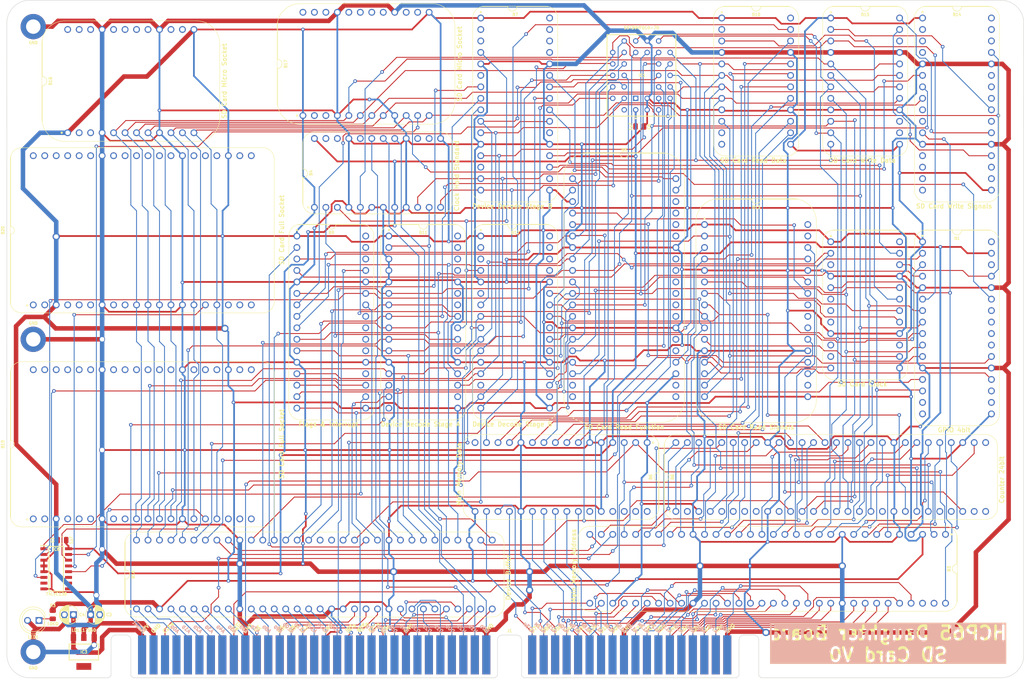
<source format=kicad_pcb>
(kicad_pcb (version 20240108) (generator "pcbnew") (generator_version "8.0")
  (layers (0 "F.Cu" signal) (31 "B.Cu" signal) (36 "B.SilkS" user "B.Silkscreen") (37 "F.SilkS" user "F.Silkscreen") (38 "B.Mask" user) (39 "F.Mask" user) (44 "Edge.Cuts" user))
  (net 0 "")
  (net 1 "/5V")
  (net 2 "/SD CMD")
  (net 3 "/GND")
  (net 4 "/3.3V")
  (net 5 "/SD CLK")
  (net 6 "/DAT3")
  (net 8 "/Write GPIO Direct")
  (net 10 "/Enable")
  (net 11 "/D7")
  (net 12 "/D6")
  (net 13 "/D5")
  (net 14 "/Read GPIO Direct")
  (net 16 "/DAT0")
  (net 17 "/D4")
  (net 18 "/D3")
  (net 19 "/~{Device RAM}")
  (net 20 "/12V")
  (net 22 "/D2")
  (net 23 "/Write Read Start")
  (net 25 "/D1")
  (net 26 "/D0")
  (net 27 "/~{Reset}")
  (net 28 "/Second Half CLK")
  (net 29 "/~{Second Half CLK}_{Dragged2}")
  (net 30 "/~{Stop Read Funk}")
  (net 37 "/First Half CLK")
  (net 43 "/~{Second Half CLK}_{Dragged1}")
  (net 44 "/Fast CLK")
  (net 48 "/~{Write Read Start}")
  (net 49 "/MA20")
  (net 50 "/A18_{M}")
  (net 51 "/~{RD}")
  (net 52 "/A21_{M}")
  (net 53 "/A4_{M}")
  (net 54 "/~{WD}")
  (net 55 "/MA0")
  (net 57 "/A14")
  (net 58 "/A13")
  (net 59 "/A12")
  (net 60 "/A11")
  (net 62 "/MA11")
  (net 63 "/MA9")
  (net 64 "/A10")
  (net 65 "/MA18")
  (net 66 "/MA12")
  (net 67 "/A14_{M}")
  (net 68 "/A9")
  (net 69 "/A4")
  (net 70 "/A3")
  (net 71 "/A2")
  (net 72 "/A1")
  (net 73 "/A0")
  (net 74 "/~{Device Select}")
  (net 77 "/MA1")
  (net 78 "/A20_{M}")
  (net 79 "/~{Device Registers}")
  (net 80 "/~{Device ROM}")
  (net 81 "/MA17")
  (net 82 "/MA3")
  (net 83 "/A13_{M}")
  (net 84 "/Write Clear Interrupt")
  (net 85 "/Write Flags")
  (net 86 "/~{Main Access}")
  (net 87 "/Read Flags")
  (net 89 "/MA15")
  (net 90 "/A5_{M}")
  (net 91 "/MA16")
  (net 92 "/A5")
  (net 93 "/A6")
  (net 94 "/A7")
  (net 95 "/A8")
  (net 96 "/PHI2")
  (net 97 "/~{RD}_{M}")
  (net 98 "/A22_{M}")
  (net 99 "/A8_{M}")
  (net 100 "/MA19")
  (net 101 "/~{WD}_{M}")
  (net 102 "/A16_{M}")
  (net 103 "/A9_{M}")
  (net 104 "/A12_{M}")
  (net 112 "/H0_{D}")
  (net 113 "/H1_{D}")
  (net 119 "/H2_{D}")
  (net 120 "/MA13")
  (net 121 "/~{A4}")
  (net 122 "/A0_{D}")
  (net 127 "/A1_{D}")
  (net 128 "/A2_{D}")
  (net 129 "/MA6")
  (net 130 "/A10_{M}")
  (net 131 "/A0_{M}")
  (net 132 "/A2_{M}")
  (net 133 "/A11_{M}")
  (net 134 "/MA14")
  (net 135 "/MA2")
  (net 137 "/~{Main}")
  (net 138 "/MA21")
  (net 139 "/A17_{M}")
  (net 140 "/MA7")
  (net 141 "/A19_{M}")
  (net 142 "/A3_{M}")
  (net 143 "/A1_{M}")
  (net 144 "/MA10")
  (net 145 "/A6_{M}")
  (net 146 "/A23_{M}")
  (net 147 "/MA8")
  (net 148 "/A15_{M}")
  (net 149 "/A7_{M}")
  (net 150 "/MA22")
  (net 151 "/MA23")
  (net 152 "/MA5")
  (net 162 "/MA4")
  (net 167 "/MD6")
  (net 168 "/A3_{D}")
  (net 169 "/A4_{D}")
  (net 170 "/A5_{D}")
  (net 171 "/A6_{D}")
  (net 172 "/A7_{D}")
  (net 173 "/A8_{D}")
  (net 174 "/A9_{D}")
  (net 175 "/A10_{D}")
  (net 176 "/A11_{D}")
  (net 177 "/A12_{D}")
  (net 178 "/A13_{D}")
  (net 179 "/A14_{D}")
  (net 180 "/~{RD}_{D}")
  (net 181 "/~{WD}_{D}")
  (net 182 "/CLK_{D}")
  (net 183 "/D0_{D}")
  (net 184 "/D1_{D}")
  (net 185 "/D2_{D}")
  (net 186 "/D3_{D}")
  (net 187 "/D4_{D}")
  (net 188 "/D5_{D}")
  (net 189 "/D6_{D}")
  (net 190 "/D7_{D}")
  (net 191 "/~{Select}_{D}")
  (net 192 "/~{Enable}_{D}")
  (net 193 "/~{Interrupt}_{D}")
  (net 194 "/~{Reset}_{D}")
  (net 195 "/~{Reset}_{System}")
  (net 198 "/D2_{M}")
  (net 199 "/D5_{M}")
  (net 200 "/MD1")
  (net 201 "/MD7")
  (net 202 "/D6_{M}")
  (net 203 "/D0_{M}")
  (net 205 "/D4_{M}")
  (net 206 "/MD0")
  (net 208 "/MD5")
  (net 209 "/D3_{M}")
  (net 211 "/D7_{M}")
  (net 212 "/MD4")
  (net 213 "/MD2")
  (net 214 "/MD3")
  (net 215 "/D1_{M}")
  (net 219 "/~{A3}")
  (net 221 "/Write Count CRC Byte Low")
  (net 226 "/Write Data Low")
  (net 227 "/Write Data High")
  (net 229 "/Write Count CRC Byte High")
  (net 254 "Net-(LED1-K)")
  (net 256 "/Address CLK")
  (net 259 "/Read Data Wide")
  (net 262 "/Card ID1")
  (net 263 "/Card ID0")
  (net 265 "/DAT2")
  (net 266 "/DAT1")
  (net 272 "/Write Count High Address")
  (net 273 "/Write Count Bank Address")
  (net 274 "/Write Count Data Byte High")
  (net 275 "/Write Count Data Byte Low")
  (net 278 "/Write Count Low Address")
  (net 280 "/~{Read CRC Started}")
  (net 283 "/~{Load Down Count}")
  (net 284 "/~{Read Transmit Started}")
  (net 285 "/~{TCD}_{8..11}")
  (net 297 "/~{Write High Nybble}")
  (net 305 "/Write Data")
  (net 307 "/~{Write Low Nybble}")
  (net 320 "/~{SD Card Enable}0")
  (net 329 "/~{SD Card Enable}1")
  (net 338 "/~{SD Card Enable}3")
  (net 389 "/~{SD Card Enable}2")
  (net 391 "/CLK_{M}")
  (net 396 "/~{Memory A}")
  (net 397 "/~{CLK}_{D}")
  (net 398 "/~{Memory B}")
  (net 399 "/A15_{D}")
  (net 400 "/A16_{D}")
  (footprint "HCP65_Parts:HCP65_Device_Buffer" (layer "F.Cu") (at 63.5 147.955 90)
    (property "Reference" "B16")
    (property "Value" "Device Buffer" (hide yes))
  )
  (footprint "HCP65_Parts:HCP65_SD_Card_Micro_Socket" (layer "F.Cu") (at 100.33 38.735 90)
    (property "Reference" "B17")
    (property "Value" "SD Card Micro Socket" (hide yes))
  )
  (footprint "HCP65_Parts:HCP65_Clock_Hold_Standard" (layer "F.Cu") (at 102.87 59.055 90)
    (property "Reference" "B4")
    (property "Value" "Clock Hold Standard" (hide yes))
  )
  (footprint "HCP65_Parts:HCP65_SD_Card_Read_Function" (layer "F.Cu") (at 160.02 52.705)
    (property "Reference" "B5")
    (property "Value" "SD Card Read Function" (hide yes))
  )
  (footprint "HCP65_Parts:HCP65_GPIO_4bit" (layer "F.Cu") (at 237.49 66.675)
    (property "Reference" "B1")
    (property "Value" "GPIO 4bit" (hide yes))
  )
  (footprint "SamacSys_Parts:CP_Radial_D4.0mm_P2.00mm" (layer "F.Cu") (at 49.53 149.225 180)
    (property "Reference" "C4")
    (property "Value" "10μF")
  )
  (footprint "HCP65_Parts:HCP65_MountingHole_M3_" (layer "F.Cu") (at 40.64 157.48)
    (property "Reference" "H10" (hide yes))
    (property "Value" "MountingHole_Pad")
  )
  (footprint "HCP65_Parts:HCP65_SD_Card_Full_Socket" (layer "F.Cu") (at 40.64 80.645 90)
    (property "Reference" "B20")
    (property "Value" "SD Card Full Socket" (hide yes))
  )
  (footprint "SamacSys_Parts:LED_D5.0mm" (layer "F.Cu") (at 41.91 150.495 180)
    (property "Reference" "LED1")
    (property "Value" "Red")
  )
  (footprint "HCP65_Parts:HCP65_Device_Decode_Stage_B" (layer "F.Cu") (at 139.7 17.145)
    (property "Reference" "B7")
    (property "Value" "Device Decode Stage B" (hide yes))
  )
  (footprint "HCP65_Parts:HCP65_Flags_Interrupt" (layer "F.Cu") (at 98.992 65.405)
    (property "Reference" "B9")
    (property "Value" "Flags & Interrupt" (hide yes))
  )
  (footprint "SamacSys_Parts:CP_Radial_D4.0mm_P2.00mm" (layer "F.Cu") (at 53.34 149.225)
    (property "Reference" "C3")
    (property "Value" "100μF")
  )
  (footprint "HCP65_Parts:HCP65_Main_Memory_Address" (layer "F.Cu") (at 242.57 131.445 -90)
    (property "Reference" "B3")
    (property "Value" "Main Memory Address" (hide yes))
  )
  (footprint "SamacSys_Parts:SOIC127P600X175-16N" (layer "F.Cu") (at 45.72 139.065)
    (property "Reference" "IC8")
    (property "Value" "74LVC138AD-Q100J" (hide yes))
  )
  (footprint "HCP65_Parts:HCP65_SD_Card_Clock" (layer "F.Cu") (at 217.17 66.675)
    (property "Reference" "B2" (hide yes))
    (property "Value" "SD Card Clock" (hide yes))
  )
  (footprint "SamacSys_Parts:LD1117S33C" (layer "F.Cu") (at 51.83 157.48 180)
    (property "Reference" "IC3")
    (property "Value" "LD1117S50C" (hide yes))
  )
  (footprint "HCP65_Parts:HCP65_SD_Card_Read_Data" (layer "F.Cu") (at 193.04 17.145)
    (property "Reference" "B10")
    (property "Value" "SD Card Read Data" (hide yes))
  )
  (footprint "HCP65_Parts:HCP65_SD_Card_Micro_Socket" (layer "F.Cu") (at 48.26 42.545 90)
    (property "Reference" "B18")
    (property "Value" "SD Card Micro Socket" (hide yes))
  )
  (footprint "HCP65_Parts:HCP65_Main_Memory_Data" (layer "F.Cu") (at 176.53 111.125 -90)
    (property "Reference" "B6")
    (property "Value" "Main Memory Data" (hide yes))
  )
  (footprint "HCP65_Parts:HCP65_SD_Card_Read_Signals" (layer "F.Cu") (at 189.23 62.865)
    (property "Reference" "B13")
    (property "Value" "SD Card Read Signals" (hide yes))
  )
  (footprint "HCP65_Parts:HCP65_Counter_24bit" (layer "F.Cu") (at 182.88 126.365 90)
    (property "Reference" "B8")
    (property "Value" "Counter 24bit" (hide yes))
  )
  (footprint "HCP65_Parts:HCP65_MountingHole_M3_" (layer "F.Cu") (at 40.64 88.265)
    (property "Reference" "H7" (hide yes))
    (property "Value" "MountingHole_Pad")
  )
  (footprint "SamacSys_Parts:5408803224008" (layer "F.Cu") (at 173.99 34.925)
    (property "Reference" "IC1")
    (property "Value" "SST39VF010-70-4I-NHE" (hide yes))
  )
  (footprint "HCP65_Parts:HCP65_SD_Card_Full_Socket" (layer "F.Cu") (at 40.64 128.016 90)
    (property "Reference" "B19")
    (property "Value" "SD Card Full Socket" (hide yes))
  )
  (footprint "HCP65_Parts:HCP65_Device_Decode_Stage_B" (layer "F.Cu") (at 139.7 65.405)
    (property "Reference" "B12")
    (property "Value" "Device Decode Stage B" (hide yes))
  )
  (footprint "SamacSys_Parts:98pin Edge Connector" (layer "F.Cu") (at 57.3532 163.195)
    (property "Reference" "J1")
    (property "Value" "395-098-520-350")
    (fp_line (start 0.5 -8.413) (end 0.5 -0.5) (stroke (width 0.1)) (layer "Edge.Cuts"))
    (fp_line (start 0.5 -0.5) (end 0 0) (stroke (width 0.1)) (layer "Edge.Cuts"))
    (fp_line (start 3.81 -9.479799) (end 1.577048 -9.479799) (stroke (width 0.1)) (layer "Edge.Cuts"))
    (fp_line (start 4.887048 -8.413) (end 4.887048 -0.5) (stroke (width 0.1)) (layer "Edge.Cuts"))
    (fp_line (start 4.887048 -0.5) (end 5.387048 0) (stroke (width 0.1)) (layer "Edge.Cuts"))
    (fp_line (start 85.540048 0) (end 5.387048 0) (stroke (width 0.1)) (layer "Edge.Cuts"))
    (fp_line (start 86.040048 -8.4) (end 86.040048 -0.5) (stroke (width 0.1)) (layer "Edge.Cuts"))
    (fp_line (start 86.040048 -0.5) (end 85.540048 0) (stroke (width 0.1)) (layer "Edge.Cuts"))
    (fp_line (start 87.117096 -9.466799) (end 90.297 -9.466799) (stroke (width 0.1)) (layer "Edge.Cuts"))
    (fp_line (start 91.374048 -8.4) (end 91.374048 -0.5) (stroke (width 0.1)) (layer "Edge.Cuts"))
    (fp_line (start 91.374048 -0.5) (end 91.874048 0) (stroke (width 0.1)) (layer "Edge.Cuts"))
    (fp_line (start 138.999048 0) (end 91.874048 0) (stroke (width 0.1)) (layer "Edge.Cuts"))
    (fp_line (start 139.499048 -8.4) (end 139.499048 -0.5) (stroke (width 0.1)) (layer "Edge.Cuts"))
    (fp_line (start 139.499048 -0.5) (end 138.999048 0) (stroke (width 0.1)) (layer "Edge.Cuts"))
    (fp_line (start 140.576096 -9.466799) (end 142.809048 -9.466799) (stroke (width 0.1)) (layer "Edge.Cuts"))
    (fp_line (start 143.886096 -8.4) (end 143.886096 -0.5) (stroke (width 0.1)) (layer "Edge.Cuts"))
    (fp_line (start 143.886096 -0.5) (end 144.386096 0) (stroke (width 0.1)) (layer "Edge.Cuts"))
    (fp_arc (start 0.5 -8.413) (mid 0.817585 -9.169461) (end 1.577048 -9.479799) (stroke (width 0.1)) (layer "Edge.Cuts"))
    (fp_arc (start 3.81 -9.479799) (mid 4.569467 -9.169465) (end 4.887048 -8.413) (stroke (width 0.1)) (layer "Edge.Cuts"))
    (fp_arc (start 86.040048 -8.4) (mid 86.35762 -9.156489) (end 87.117096 -9.466799) (stroke (width 0.1)) (layer "Edge.Cuts"))
    (fp_arc (start 90.297 -9.466799) (mid 91.056441 -9.156453) (end 91.374048 -8.4) (stroke (width 0.1)) (layer "Edge.Cuts"))
    (fp_arc (start 139.499048 -8.4) (mid 139.81662 -9.156489) (end 140.576096 -9.466799) (stroke (width 0.1)) (layer "Edge.Cuts"))
    (fp_arc (start 142.809048 -9.466799) (mid 143.568523 -9.156472) (end 143.886096 -8.4) (stroke (width 0.1)) (layer "Edge.Cuts"))
  )
  (footprint "HCP65_Parts:HCP65_Device_Decode_Stage_A" (layer "F.Cu") (at 119.346 65.405)
    (property "Reference" "B11")
    (property "Value" "Device Decode Stage A" (hide yes))
  )
  (footprint "HCP65_Parts:HCP65_MountingHole_M3_" (layer "F.Cu") (at 40.64 19.05)
    (property "Reference" "H1" (hide yes))
    (property "Value" "MountingHole_Pad")
  )
  (footprint "HCP65_Parts:HCP65_SD_Card_Write_Data" (layer "F.Cu") (at 217.17 17.145)
    (property "Reference" "B15")
    (property "Value" "SD Card Write Data" (hide yes))
  )
  (footprint "SamacSys_Parts:C_0805" (layer "F.Cu") (at 46.99 132.715 90)
    (property "Reference" "C1")
    (property "Value" "1μF")
  )
  (footprint "SamacSys_Parts:R_0805" (layer "F.Cu") (at 44.958 149.225)
    (property "Reference" "R3")
    (property "Value" "10KΩ")
  )
  (footprint "SamacSys_Parts:C_0805" (layer "F.Cu") (at 174.879 41.148 -90)
    (property "Reference" "C6")
    (property "Value" "1μF")
  )
  (footprint "HCP65_Parts:HCP65_SD_Card_Write_Signals" (layer "F.Cu") (at 237.49 17.145)
    (property "Reference" "B14")
    (property "Value" "SD Card Write Signals" (hide yes))
  )
  (gr_arc (start 259.905501 158.115001) (mid 258.417603 161.707103) (end 254.825501 163.195001) (stroke (width 0.1)) (layer "Edge.Cuts"))
  (gr_line (start 34.798 158.115) (end 34.79 18.288) (stroke (width 0.1)) (layer "Edge.Cuts"))
  (gr_line (start 254.825501 163.195001) (end 201.739296 163.195) (stroke (width 0.1)) (layer "Edge.Cuts"))
  (gr_line (start 254.8175 13.208) (end 39.87 13.208) (stroke (width 0.1)) (layer "Edge.Cuts"))
  (gr_arc (start 34.79 18.288) (mid 36.277898 14.695898) (end 39.87 13.208) (stroke (width 0.1)) (layer "Edge.Cuts"))
  (gr_arc (start 39.878 163.195) (mid 36.285898 161.707102) (end 34.798 158.115) (stroke (width 0.1)) (layer "Edge.Cuts"))
  (gr_line (start 259.905501 158.115001) (end 259.8975 18.288) (stroke (width 0.1)) (layer "Edge.Cuts"))
  (gr_line (start 57.3532 163.195) (end 39.878 163.195001) (stroke (width 0.1)) (layer "Edge.Cuts"))
  (gr_arc (start 254.8175 13.208) (mid 258.409602 14.695898) (end 259.8975 18.288) (stroke (width 0.1)) (layer "Edge.Cuts"))
  (gr_text "A7_{M}" (at 191.77 153.543 315) (layer "B.SilkS") (effects (font (size 0.8 0.8) (thickness 0.2) (bold yes)) (justify left bottom mirror)))
  (gr_text "A12_{D}" (at 102.997 153.543 315) (layer "B.SilkS") (effects (font (size 0.8 0.8) (thickness 0.2) (bold yes)) (justify left bottom mirror)))
  (gr_text "D4_{D}" (at 123.317 153.543 315) (layer "B.SilkS") (effects (font (size 0.8 0.8) (thickness 0.2) (bold yes)) (justify left bottom mirror)))
  (gr_text "A7_{D}" (at 90.297 153.543 315) (layer "B.SilkS") (effects (font (size 0.8 0.8) (thickness 0.2) (bold yes)) (justify left bottom mirror)))
  (gr_text "A10_{D}" (at 97.917 153.543 315) (layer "B.SilkS") (effects (font (size 0.8 0.8) (thickness 0.2) (bold yes)) (justify left bottom mirror)))
  (gr_text "D2_{D}" (at 128.397 153.543 315) (layer "B.SilkS") (effects (font (size 0.8 0.8) (thickness 0.2) (bold yes)) (justify left bottom mirror)))
  (gr_text "A6_{D}" (at 87.757 153.543 315) (layer "B.SilkS") (effects (font (size 0.8 0.8) (thickness 0.2) (bold yes)) (justify left bottom mirror)))
  (gr_text "D0_{D}" (at 133.477 153.543 315) (layer "B.SilkS") (effects (font (size 0.8 0.8) (thickness 0.2) (bold yes)) (justify left bottom mirror)))
  (gr_text "A10_{M}" (at 184.15 153.543 315) (layer "B.SilkS") (effects (font (size 0.8 0.8) (thickness 0.2) (bold yes)) (justify left bottom mirror)))
  (gr_text "D1_{D}" (at 130.937 153.543 315) (layer "B.SilkS") (effects (font (size 0.8 0.8) (thickness 0.2) (bold yes)) (justify left bottom mirror)))
  (gr_text "A0_{D}" (at 72.517 153.543 315) (layer "B.SilkS") (effects (font (size 0.8 0.8) (thickness 0.2) (bold yes)) (justify left bottom mirror)))
  (gr_text "A11_{M}" (at 181.61 153.543 315) (layer "B.SilkS") (effects (font (size 0.8 0.8) (thickness 0.2) (bold yes)) (justify left bottom mirror)))
  (gr_text "A4_{D}" (at 82.677 153.543 315) (layer "B.SilkS") (effects (font (size 0.8 0.8) (thickness 0.2) (bold yes)) (justify left bottom mirror)))
  (gr_text "A1_{D}" (at 75.057 153.543 315) (layer "B.SilkS") (effects (font (size 0.8 0.8) (thickness 0.2) (bold yes)) (justify left bottom mirror)))
  (gr_text "A17_{M}" (at 166.37 153.543 315) (layer "B.SilkS") (effects (font (size 0.8 0.8) (thickness 0.2) (bold yes)) (justify left bottom mirror)))
  (gr_text "A8_{M}" (at 189.103 153.543 315) (layer "B.SilkS") (effects (font (size 0.8 0.8) (thickness 0.2) (bold yes)) (justify left bottom mirror)))
  (gr_text "A16_{M}" (at 168.91 153.543 315) (layer "B.SilkS") (effects (font (size 0.8 0.8) (thickness 0.2) (bold yes)) (justify left bottom mirror)))
  (gr_text "D6_{D}" (at 118.237 153.543 315) (layer "B.SilkS") (effects (font (size 0.8 0.8) (thickness 0.2) (bold yes)) (justify left bottom mirror)))
  (gr_text "A22_{M}" (at 153.67 153.543 315) (layer "B.SilkS") (effects (font (size 0.8 0.8) (thickness 0.2) (bold yes)) (justify left bottom mirror)))
  (gr_text "A23_{M}" (at 151.13 153.543 315) (layer "B.SilkS") (effects (font (size 0.8 0.8) (thickness 0.2) (bold yes)) (justify left bottom mirror)))
  (gr_text "A3_{D}" (at 80.137 153.543 315) (layer "B.SilkS") (effects (font (size 0.8 0.8) (thickness 0.2) (bold yes)) (justify left bottom mirror)))
  (gr_text "A13_{M}" (at 176.53 153.543 315) (layer "B.SilkS") (effects (font (size 0.8 0.8) (thickness 0.2) (bold yes)) (justify left bottom mirror)))
  (gr_text "A12_{M}" (at 179.07 153.543 315) (layer "B.SilkS") (effects (font (size 0.8 0.8) (thickness 0.2) (bold yes)) (justify left bottom mirror)))
  (gr_text "HCP65 Daughter Board\nSD Card V0\n\n" (at 229.87 158.115 -0) (layer "B.SilkS" knockout) (effects (font (size 3 3) (thickness 0.6) (bold yes)) (justify mirror)))
  (gr_text "A6_{M}" (at 194.31 153.543 315) (layer "B.SilkS") (effects (font (size 0.8 0.8) (thickness 0.2) (bold yes)) (justify left bottom mirror)))
  (gr_text "A21_{M}" (at 156.083 153.543 315) (layer "B.SilkS") (effects (font (size 0.8 0.8) (thickness 0.2) (bold yes)) (justify left bottom mirror)))
  (gr_text "H0_{D}" (at 141.097 153.543 315) (layer "B.SilkS") (effects (font (size 0.8 0.8) (thickness 0.2) (bold yes)) (justify left bottom mirror)))
  (gr_text "A9_{D}" (at 95.377 153.543 315) (layer "B.SilkS") (effects (font (size 0.8 0.8) (thickness 0.2) (bold yes)) (justify left bottom mirror)))
  (gr_text "D5_{D}" (at 120.777 153.543 315) (layer "B.SilkS") (effects (font (size 0.8 0.8) (thickness 0.2) (bold yes)) (justify left bottom mirror)))
  (gr_text "A2_{D}" (at 77.597 153.543 315) (layer "B.SilkS") (effects (font (size 0.8 0.8) (thickness 0.2) (bold yes)) (justify left bottom mirror)))
  (gr_text "~{Reset}" (at 64.897 153.543 -45) (layer "B.SilkS") (effects (font (size 0.8 0.8) (thickness 0.2) (bold yes)) (justify left bottom mirror)))
  (gr_text "H1_{D}" (at 138.557 153.543 315) (layer "B.SilkS") (effects (font (size 0.8 0.8) (thickness 0.2) (bold yes)) (justify left bottom mirror)))
  (gr_text "D3_{D}" (at 125.857 153.543 315) (layer "B.SilkS") (effects (font (size 0.8 0.8) (thickness 0.2) (bold yes)) (justify left bottom mirror)))
  (gr_text "A5_{D}" (at 85.217 153.543 315) (layer "B.SilkS") (effects (font (size 0.8 0.8) (thickness 0.2) (bold yes)) (justify left bottom mirror)))
  (gr_text "A14_{D}" (at 108.077 153.543 315) (layer "B.SilkS") (effects (font (size 0.8 0.8) (thickness 0.2) (bold yes)) (justify left bottom mirror)))
  (gr_text "A18_{M}" (at 163.83 153.543 315) (layer "B.SilkS") (effects (font (size 0.8 0.8) (thickness 0.2) (bold yes)) (justify left bottom mirror)))
  (gr_text "A11_{D}" (at 100.457 153.543 315) (layer "B.SilkS") (effects (font (size 0.8 0.8) (thickness 0.2) (bold yes)) (justify left bottom mirror)))
  (gr_text "A19_{M}" (at 161.29 153.543 315) (layer "B.SilkS") (effects (font (size 0.8 0.8) (thickness 0.2) (bold yes)) (justify left bottom mirror)))
  (gr_text "A15_{M}" (at 171.45 153.543 315) (layer "B.SilkS") (effects (font (size 0.8 0.8) (thickness 0.2) (bold yes)) (justify left bottom mirror)))
  (gr_text "A13_{D}" (at 105.537 153.543 315) (layer "B.SilkS") (effects (font (size 0.8 0.8) (thickness 0.2) (bold yes)) (justify left bottom mirror)))
  (gr_text "H2_{D}" (at 136.017 153.543 315) (layer "B.SilkS") (effects (font (size 0.8 0.8) (thickness 0.2) (bold yes)) (justify left bottom mirror)))
  (gr_text "A9_{M}" (at 186.69 153.543 315) (layer "B.SilkS") (effects (font (size 0.8 0.8) (thickness 0.2) (bold yes)) (justify left bottom mirror)))
  (gr_text "A20_{M}" (at 158.75 153.543 315) (layer "B.SilkS") (effects (font (size 0.8 0.8) (thickness 0.2) (bold yes)) (justify left bottom mirror)))
  (gr_text "A8_{D}" (at 92.837 153.543 315) (layer "B.SilkS") (effects (font (size 0.8 0.8) (thickness 0.2) (bold yes)) (justify left bottom mirror)))
  (gr_text "A14_{M}" (at 173.99 153.543 315) (layer "B.SilkS") (effects (font (size 0.8 0.8) (thickness 0.2) (bold yes)) (justify left bottom mirror)))
  (gr_text "D7_{D}" (at 115.824 153.543 315) (layer "B.SilkS") (effects (font (size 0.8 0.8) (thickness 0.2) (bold yes)) (justify left bottom mirror)))
  (gr_text "A0_{M}" (at 191.77 153.543 45) (layer "F.SilkS") (effects (font (size 0.8 0.8) (thickness 0.2) (bold yes)) (justify left bottom)))
  (gr_text "GND" (at 105.283 153.543 45) (layer "F.SilkS") (effects (font (size 0.8 0.8) (thickness 0.2) (bold yes)) (justify left bottom)))
  (gr_text "GND" (at 87.503 153.543 45) (layer "F.SilkS") (effects (font (size 0.8 0.8) (thickness 0.2) (bold yes)) (justify left bottom)))
  (gr_text "CLK_{M}" (at 69.723 153.543 45) (layer "F.SilkS") (effects (font (size 0.8 0.8) (thickness 0.2) (bold yes)) (justify left bottom)))
  (gr_text "A1_{M}" (at 189.103 153.543 45) (layer "F.SilkS") (effects (font (size 0.8 0.8) (thickness 0.2) (bold yes)) (justify left bottom)))
  (gr_text "D2_{M}" (at 163.83 153.543 45) (layer "F.SilkS") (effects (font (size 0.8 0.8) (thickness 0.2) (bold yes)) (justify left bottom)))
  (gr_text "12V" (at 64.77 153.543 45) (layer "F.SilkS") (effects (font (size 0.8 0.8) (thickness 0.2) (bold yes)) (justify left bottom)))
  (gr_text "~{RD}_{M}" (at 179.07 153.543 45) (layer "F.SilkS") (effects (font (size 0.8 0.8) (thickness 0.2) (bold yes)) (justify left bottom)))
  (gr_text "~{WD}_{M}" (at 176.53 153.543 45) (layer "F.SilkS") (effects (font (size 0.8 0.8) (thickness 0.2) (bold yes)) (justify left bottom)))
  (gr_text "D1_{M}" (at 166.37 153.543 45) (layer "F.SilkS") (effects (font (size 0.8 0.8) (thickness 0.2) (bold yes)) (justify left bottom)))
  (gr_text "D7_{M}" (at 151.13 153.543 45) (layer "F.SilkS") (effects (font (size 0.8 0.8) (thickness 0.2) (bold yes)) (justify left bottom)))
  (gr_text "~{WD}_{D}" (at 97.663 153.543 45) (layer "F.SilkS") (effects (font (size 0.8 0.8) (thickness 0.2) (bold yes)) (justify left bottom)))
  (gr_text "D3_{M}" (at 161.29 153.543 45) (layer "F.SilkS") (effects (font (size 0.8 0.8) (thickness 0.2) (bold yes)) (justify left bottom)))
  (gr_text "CLK_{D}" (at 100.203 153.543 45) (layer "F.SilkS") (effects (font (size 0.8 0.8) (thickness 0.2) (bold yes)) (justify left bottom)))
  (gr_text "D0_{M}" (at 168.91 153.543 45) (layer "F.SilkS") (effects (font (size 0.8 0.8) (thickness 0.2) (bold yes)) (justify left bottom)))
  (gr_text "~{SEL}_{D}" (at 115.443 153.543 45) (layer "F.SilkS") (effects (font (size 0.8 0.8) (thickness 0.2) (bold yes)) (justify left bottom)))
  (gr_text "GND" (at 67.183 153.543 45) (layer "F.SilkS") (effects (font (size 0.8 0.8) (thickness 0.2) (bold yes)) (justify left bottom)))
  (gr_text "D6_{M}" (at 153.67 153.543 45) (layer "F.SilkS") (effects (font (size 0.8 0.8) (thickness 0.2) (bold yes)) (justify left bottom)))
  (gr_text "A3_{M}" (at 184.15 153.543 45) (layer "F.SilkS") (effects (font (size 0.8 0.8) (thickness 0.2) (bold yes)) (justify left bottom)))
  (gr_text "GND" (at 194.31 153.543 45) (layer "F.SilkS") (effects (font (size 0.8 0.8) (thickness 0.2) (bold yes)) (justify left bottom)))
  (gr_text "~{INT}_{D}" (at 110.363 153.543 45) (layer "F.SilkS") (effects (font (size 0.8 0.8) (thickness 0.2) (bold yes)) (justify left bottom)))
  (gr_text "HCP65 Daughter Board\nSD Card V0\n\n" (at 229.87 158.115 0) (layer "F.SilkS" knockout) (effects (font (size 3 3) (thickness 0.6) (bold yes))))
  (gr_text "~{EN}_{D}" (at 118.11 153.67 45) (layer "F.SilkS") (effects (font (size 0.8 0.8) (thickness 0.2) (bold yes)) (justify left bottom)))
  (gr_text "~{Main}" (at 84.963 153.543 45) (layer "F.SilkS") (effects (font (size 0.8 0.8) (thickness 0.2) (bold yes)) (justify left bottom)))
  (gr_text "~{RES}_{D}" (at 112.903 153.543 45) (layer "F.SilkS") (effects (font (size 0.8 0.8) (thickness 0.2) (bold yes)) (justify left bottom)))
  (gr_text "GND" (at 171.45 153.543 45) (layer "F.SilkS") (effects (font (size 0.8 0.8) (thickness 0.2) (bold yes)) (justify left bottom)))
  (gr_text "D5_{M}" (at 156.083 153.543 45) (layer "F.SilkS") (effects (font (size 0.8 0.8) (thickness 0.2) (bold yes)) (justify left bottom)))
  (gr_text "A2_{M}" (at 186.69 153.543 45) (layer "F.SilkS") (effects (font (size 0.8 0.8) (thickness 0.2) (bold yes)) (justify left bottom)))
  (gr_text "D4_{M}" (at 158.75 153.543 45) (layer "F.SilkS") (effects (font (size 0.8 0.8) (thickness 0.2) (bold yes)) (justify left bottom)))
  (gr_text "D7_{M}" (at 173.99 153.543 45) (layer "F.SilkS") (effects (font (size 0.8 0.8) (thickness 0.2) (bold yes)) (justify left bottom)))
  (gr_text "~{MA}" (at 90.043 153.543 45) (layer "F.SilkS") (effects (font (size 0.8 0.8) (thickness 0.2) (bold yes)) (justify left bottom)))
  (gr_text "A4_{M}" (at 181.61 153.543 45) (layer "F.SilkS") (effects (font (size 0.8 0.8) (thickness 0.2) (bold yes)) (justify left bottom)))
  (gr_text "GND" (at 140.843 153.543 45) (layer "F.SilkS") (effects (font (size 0.8 0.8) (thickness 0.2) (bold yes)) (justify left bottom)))
  (gr_text "~{RD}_{D}" (at 95.123 153.543 45) (layer "F.SilkS") (effects (font (size 0.8 0.8) (thickness 0.2) (bold yes)) (justify left bottom)))
  (gr_text "GND" (at 123.063 153.543 45) (layer "F.SilkS") (effects (font (size 0.8 0.8) (thickness 0.2) (bold yes)) (justify left bottom)))
  (segment (start 193.04 17.145) (end 187.96 17.145) (width 0.38) (layer "F.Cu") (net 1))
  (segment (start 206.248 18.415) (end 210.312 18.415) (width 0.38) (layer "F.Cu") (net 1))
  (segment (start 185.42 64.135) (end 153.543 64.135) (width 0.38) (layer "F.Cu") (net 1))
  (segment (start 45.72 120.396) (end 36.83 111.506) (width 1) (layer "F.Cu") (net 1))
  (segment (start 193.04 17.145) (end 204.978 17.145) (width 0.38) (layer "F.Cu") (net 1))
  (segment (start 107.569 102.235) (end 84.962998 102.235) (width 0.38) (layer "F.Cu") (net 1))
  (segment (start 74.802999 141.732) (end 83.82 141.732) (width 0.38) (layer "F.Cu") (net 1))
  (segment (start 252.73 55.245) (end 250.825 55.245) (width 0.38) (layer "F.Cu") (net 1))
  (segment (start 221.9166 18.3356) (end 220.726 17.145) (width 0.38) (layer "F.Cu") (net 1))
  (segment (start 220.726 17.145) (end 217.17 17.145) (width 0.38) (layer "F.Cu") (net 1))
  (segment (start 196.088 64.135) (end 214.63 64.135) (width 0.38) (layer "F.Cu") (net 1))
  (segment (start 132.588 66.5956) (end 129.3336 66.5956) (width 0.38) (layer "F.Cu") (net 1))
  (segment (start 190.246 102.362008) (end 176.53 102.362008) (width 0.38) (layer "F.Cu") (net 1))
  (segment (start 128.269999 15.875) (end 124.459999 19.685) (width 0.38) (layer "F.Cu") (net 1))
  (segment (start 48.26 42.545) (end 60.706 30.099) (width 1) (layer "F.Cu") (net 1))
  (segment (start 98.992 65.405) (end 109.855 65.405) (width 0.38) (layer "F.Cu") (net 1))
  (segment (start 154.94 103.505) (end 156.082992 102.362008) (width 0.38) (layer "F.Cu") (net 1))
  (segment (start 191.643008 100.965) (end 190.246 102.362008) (width 0.38) (layer "F.Cu") (net 1))
  (segment (start 237.49 17.145) (end 235.712 17.145) (width 0.38) (layer "F.Cu") (net 1))
  (segment (start 204.978 17.145) (end 206.248 18.415) (width 0.38) (layer "F.Cu") (net 1))
  (segment (start 217.17 66.675) (end 219.329 66.675) (width 0.38) (layer "F.Cu") (net 1))
  (segment (start 175.2977 124.6935) (end 186.2885 124.6935) (width 0.38) (layer "F.Cu") (net 1))
  (segment (start 231.013 46.482) (end 209.677 46.482) (width 0.38) (layer "F.Cu") (net 1))
  (segment (start 108.839 103.505) (end 107.569 102.235) (width 0.38) (layer "F.Cu") (net 1))
  (segment (start 65.785999 30.099) (end 76.199999 19.685) (width 1) (layer "F.Cu") (net 1))
  (segment (start 53.34 150.876) (end 53.34 149.225) (width 1) (layer "F.Cu") (net 1))
  (segment (start 117.094 103.505) (end 118.2419 102.3571) (width 0.38) (layer "F.Cu") (net 1))
  (segment (start 54.536 146.505) (end 53.34 147.701) (width 1) (layer "F.Cu") (net 1))
  (segment (start 98.992 65.405) (end 82.55 65.405) (width 0.38) (layer "F.Cu") (net 1))
  (segment (start 68.579999 147.955) (end 74.802999 141.732) (width 0.38) (layer "F.Cu") (net 1))
  (segment (start 189.23 62.865) (end 186.69 62.865) (width 0.38) (layer "F.Cu") (net 1))
  (segment (start 114.232 103.505) (end 108.839 103.505) (width 0.38) (layer "F.Cu") (net 1))
  (segment (start 129.539999 17.145) (end 128.269999 15.875) (width 0.38) (layer "F.Cu") (net 1))
  (segment (start 51.83 152.386) (end 53.34 150.876) (width 1) (layer "F.Cu") (net 1))
  (segment (start 160.02 57.785) (end 158.75 57.785) (width 0.38) (layer "F.Cu") (net 1))
  (segment (start 221.107 64.897) (end 235.712 64.897) (width 0.38) (layer "F.Cu") (net 1))
  (segment (start 150.622 15.748) (end 149.225 17.145) (width 0.38) (layer "F.Cu") (net 1))
  (segment (start 100.33 19.685) (end 76.199999 19.685) (width 0.38) (layer "F.Cu") (net 1))
  (segment (start 44.948 148.3125) (end 44.948 147.838) (width 1) (layer "F.Cu") (net 1))
  (segment (start 189.23 62.865) (end 194.818 62.865) (width 0.38) (layer "F.Cu") (net 1))
  (segment (start 109.855 65.405) (end 111.125 66.675) (width 0.38) (layer "F.Cu") (net 1))
  (segment (start 237.490001 131.445) (end 237.490001 135.889999) (width 0.38) (layer "F.Cu") (net 1))
  (segment (start 45.72 128.016) (end 45.72 120.396) (width 1) (layer "F.Cu") (net 1))
  (segment (start 211.582 17.145) (end 210.312 18.415) (width 0.38) (layer "F.Cu") (net 1))
  (segment (start 117.475 65.405) (end 119.346 65.405) (width 0.38) (layer "F.Cu") (net 1))
  (segment (start 43.053 83.312) (end 45.593 85.852) (width 1) (layer "F.Cu") (net 1))
  (segment (start 137.287 65.405) (end 136.0964 66.5956) (width 0.38) (layer "F.Cu") (net 1))
  (segment (start 111.125 66.675) (end 116.205 66.675) (width 0.38) (layer "F.Cu") (net 1))
  (segment (start 51.83 154.28) (end 51.83 152.386) (width 1) (layer "F.Cu") (net 1))
  (segment (start 128.143 65.405) (end 119.346 65.405) (width 0.38) (layer "F.Cu") (net 1))
  (segment (start 150.6171 102.3571) (end 151.765 103.505) (width 0.38) (layer "F.Cu") (net 1))
  (segment (start 147.574 65.405) (end 148.844 64.135) (width 0.38) (layer "F.Cu") (net 1))
  (segment (start 134.586 103.505) (end 121.7979 103.505) (width 0.38) (layer "F.Cu") (net 1))
  (segment (start 82.55 65.405) (end 45.847 65.405) (width 0.38) (layer "F.Cu") (net 1))
  (segment (start 136.0964 66.5956) (end 132.588 66.5956) (width 0.38) (layer "F.Cu") (net 1))
  (segment (start 139.7 17.145) (end 129.539999 17.145) (width 0.38) (layer "F.Cu") (net 1))
  (segment (start 60.706 30.099) (end 65.785999 30.099) (width 1) (layer "F.Cu") (net 1))
  (segment (start 53.34 147.701) (end 53.34 149.225) (width 1) (layer "F.Cu") (net 1))
  (segment (start 116.205 66.675) (end 117.475 65.405) (width 0.38) (layer "F.Cu") (net 1))
  (segment (start 45.593 85.852) (end 83.058 85.852) (width 1) (layer "F.Cu") (net 1))
  (segment (start 38.862 83.312) (end 43.053 83.312) (width 1) (layer "F.Cu") (net 1))
  (segment (start 212.09 100.965) (end 191.643008 100.965) (width 0.38) (layer "F.Cu") (net 1))
  (segment (start 139.7 65.405) (end 137.287 65.405) (width 0.38) (layer "F.Cu") (net 1))
  (segment (start 139.7 65.405) (end 147.574 65.405) (width 0.38) (layer "F.Cu") (net 1))
  (segment (start 242.824 114.681) (end 234.949998 114.681) (width 0.38) (layer "F.Cu") (net 1))
  (segment (start 247.015 51.435) (end 232.41 51.435) (width 0.38) (layer "F.Cu") (net 1))
  (segment (start 149.225 17.145) (end 139.7 17.145) (width 0.38) (layer "F.Cu") (net 1))
  (segment (start 121.7979 103.505) (end 120.65 102.3571) (width 0.38) (layer "F.Cu") (net 1))
  (segment (start 36.83 85.344) (end 38.862 83.312) (width 1) (layer "F.Cu") (net 1))
  (segment (start 67.129999 146.505) (end 54.536 146.505) (width 1) (layer "F.Cu") (net 1))
  (segment (start 118.2419 102.3571) (end 120.65 102.3571) (width 0.38) (layer "F.Cu") (net 1))
  (segment (start 44.948 147.838) (end 45.974 146.812) (width 1) (layer "F.Cu") (net 1))
  (segment (start 151.765 103.505) (end 154.94 103.505) (width 0.38) (layer "F.Cu") (net 1))
  (segment (start 214.63 64.135) (end 217.17 66.675) (width 0.38) (layer "F.Cu") (net 1))
  (segment (start 232.029001 141.350999) (end 174.244001 141.350999) (width 0.38) (layer "F.Cu") (net 1))
  (segment (start 136.2661 103.505) (end 137.414 102.3571) (width 0.38) (layer "F.Cu") (net 1))
  (segment (start 156.082992 102.362008) (end 176.53 102.362008) (width 0.38) (layer "F.Cu") (net 1))
  (segment (start 156.21 55.245) (end 154.94 55.245) (width 0.38) (layer "F.Cu") (net 1))
  (segment (start 134.586 103.505) (end 136.2661 103.505) (width 0.38) (layer "F.Cu") (net 1))
  (segment (start 235.712 17.145) (end 234.5214 18.3356) (width 0.38) (layer "F.Cu") (net 1))
  (segment (start 235.712 64.897) (end 237.49 66.675) (width 0.38) (layer "F.Cu") (net 1))
  (segment (start 194.818 62.865) (end 196.088 64.135) (width 0.38) (layer "F.Cu") (net 1))
  (segment (start 124.459999 19.685) (end 100.33 19.685) (width 0.38) (layer "F.Cu") (net 1))
  (segment (start 158.75 57.785) (end 156.21 55.245) (width 0.38) (layer "F.Cu") (net 1))
  (segment (start 217.17 17.145) (end 211.582 17.145) (width 0.38) (layer "F.Cu") (net 1))
  (segment (start 246.38 111.125) (end 242.824 114.681) (width 0.38) (layer "F.Cu") (net 1))
  (segment (start 45.974 146.812) (end 52.451 146.812) (width 1) (layer "F.Cu") (net 1))
  (segment (start 148.844 64.135) (end 153.543 64.135) (width 0.38) (layer "F.Cu") (net 1))
  (segment (start 114.232 103.505) (end 117.094 103.505) (width 0.38) (layer "F.Cu") (net 1))
  (segment (start 137.922 141.732) (end 83.82 141.732) (width 0.38) (layer "F.Cu") (net 1))
  (segment (start 36.83 111.506) (end 36.83 85.344) (width 1) (layer "F.Cu") (net 1))
  (segment (start 186.69 62.865) (end 185.42 64.135) (width 0.38) (layer "F.Cu") (net 1))
  (segment (start 212.09 100.965) (end 234.949998 100.965) (width 0.38) (layer "F.Cu") (net 1))
  (segment (start 209.677 46.482) (end 208.28 45.085) (width 0.38) (layer "F.Cu") (net 1))
  (segment (start 219.329 66.675) (end 221.107 64.897) (width 0.38) (layer "F.Cu") (net 1))
  (segment (start 237.490001 135.889999) (end 232.029001 141.350999) (width 0.38) (layer "F.Cu") (net 1))
  (segment (start 137.414 102.3571) (end 150.6171 102.3571) (width 0.38) (layer "F.Cu") (net 1))
  (segment (start 234.5214 18.3356) (end 221.9166 18.3356) (width 0.38) (layer "F.Cu") (net 1))
  (segment (start 43.053 83.312) (end 45.72 80.645) (width 1) (layer "F.Cu") (net 1))
  (segment (start 129.3336 66.5956) (end 128.143 65.405) (width 0.38) (layer "F.Cu") (net 1))
  (segment (start 186.2885 124.6935) (end 187.96 126.365) (width 0.38) (layer "F.Cu") (net 1))
  (segment (start 232.41 45.085) (end 231.013 46.482) (width 0.38) (layer "F.Cu") (net 1))
  (segment (start 137.922 141.732) (end 173.863 141.732) (width 0.38) (layer "F.Cu") (net 1))
  (segment (start 250.825 55.245) (end 247.015 51.435) (width 0.38) (layer "F.Cu") (net 1))
  (segment (start 173.863 141.732) (end 174.244001 141.350999) (width 0.38) (layer "F.Cu") (net 1))
  (segment (start 45.847 65.405) (end 45.72 65.532) (width 0.38) (layer "F.Cu") (net 1))
  (segment (start 52.451 146.812) (end 53.34 147.701) (width 1) (layer "F.Cu") (net 1))
  (segment (start 187.96 17.145) (end 186.563 15.748) (width 0.38) (layer "F.Cu") (net 1))
  (segment (start 186.563 15.748) (end 150.622 15.748) (width 0.38) (layer "F.Cu") (net 1))
  (segment (start 68.579999 147.955) (end 67.129999 146.505) (width 1) (layer "F.Cu") (net 1))
  (via (at 153.543 64.135) (size 0.8) (drill 0.4) (layers "F.Cu" "B.Cu") (net 1))
  (via (at 45.72 65.532) (size 1.6) (drill 1) (layers "F.Cu" "B.Cu") (net 1))
  (via (at 176.53 102.362008) (size 0.8) (drill 0.4) (layers "F.Cu" "B.Cu") (net 1))
  (via (at 83.82 141.732) (size 0.8) (drill 0.4) (layers "F.Cu" "B.Cu") (net 1))
  (via (at 82.55 65.405) (size 0.8) (drill 0.4) (layers "F.Cu" "B.Cu") (net 1))
  (via (at 100.33 19.685) (size 0.8) (drill 0.4) (layers "F.Cu" "B.Cu") (net 1))
  (via (at 234.949998 114.681) (size 0.8) (drill 0.4) (layers "F.Cu" "B.Cu") (net 1))
  (via (at 175.2977 124.6935) (size 0.8) (drill 0.4) (layers "F.Cu" "B.Cu") (net 1))
  (via (at 84.962998 102.235) (size 0.8) (drill 0.4) (layers "F.Cu" "B.Cu") (net 1))
  (via (at 174.244001 141.350999) (size 0.8) (drill 0.4) (layers "F.Cu" "B.Cu") (net 1))
  (via (at 234.949998 100.965) (size 0.8) (drill 0.4) (layers "F.Cu" "B.Cu") (net 1))
  (via (at 137.922 141.732) (size 0.8) (drill 0.4) (layers "F.Cu" "B.Cu") (net 1))
  (via (at 132.588 66.5956) (size 0.8) (drill 0.4) (layers "F.Cu" "B.Cu") (net 1))
  (via (at 83.058 85.852) (size 1.6) (drill 1) (layers "F.Cu" "B.Cu") (net 1))
  (via (at 232.41 51.435) (size 0.8) (drill 0.4) (layers "F.Cu" "B.Cu") (net 1))
  (segment (start 130.81 18.415001) (end 128.269999 15.875) (width 0.38) (layer "B.Cu") (net 1))
  (segment (start 232.41 45.085) (end 232.41 51.435) (width 0.38) (layer "B.Cu") (net 1))
  (segment (start 138.43 126.365) (end 138.43 129.032) (width 0.38) (layer "B.Cu") (net 1))
  (segment (start 137.16 132.715) (end 137.16 130.302) (width 0.38) (layer "B.Cu") (net 1))
  (segment (start 83.82 94.996) (end 83.82 86.614) (width 0.38) (layer "B.Cu") (net 1))
  (segment (start 102.87 54.61) (end 100.33 52.07) (width 0.38) (layer "B.Cu") (net 1))
  (segment (start 234.061 92.329) (end 232.41 93.98) (width 0.38) (layer "B.Cu") (net 1))
  (segment (start 152.019 72.009) (end 153.543 70.485) (width 0.38) (layer "B.Cu") (net 1))
  (segment (start 45.72 80.645) (end 45.72 65.532) (width 1) (layer "B.Cu") (net 1))
  (segment (start 211.455 41.91) (end 208.28 45.085) (width 0.38) (layer "B.Cu") (net 1))
  (segment (start 48.26 42.545) (end 42.164 42.545) (width 1) (layer "B.Cu") (net 1))
  (segment (start 76.199999 29.971999) (end 83.82 37.592) (width 0.38) (layer "B.Cu") (net 1))
  (segment (start 132.588 45.593) (end 132.588 66.5956) (width 0.38) (layer "B.Cu") (net 1))
  (segment (start 175.2977 124.6935) (end 175.2977 118.9613) (width 0.38) (layer "B.Cu") (net 1))
  (segment (start 42.164 42.545) (end 38.354 46.355) (width 1) (layer "B.Cu") (net 1))
  (segment (start 53.34 149.225) (end 53.34 147.574) (width 1) (layer "B.Cu") (net 1))
  (segment (start 234.949998 99.821998) (end 234.949998 100.965) (width 0.38) (layer "B.Cu") (net 1))
  (segment (start 176.53 111.125) (end 176.53 102.362008) (width 0.38) (layer "B.Cu") (net 1))
  (segment (start 152.019 100.584) (end 152.019 72.009) (width 0.38) (layer "B.Cu") (net 1))
  (segment (start 45.72 139.954) (end 45.72 128.016) (width 1) (layer "B.Cu") (net 1))
  (segment (start 153.543 64.135) (end 153.543 61.087) (width 0.38) (layer "B.Cu") (net 1))
  (segment (start 83.82 136.652) (end 83.82 141.732) (width 0.38) (layer "B.Cu") (net 1))
  (segment (start 83.058 85.852) (end 82.55 85.344) (width 0.38) (layer "B.Cu") (net 1))
  (segment (start 100.33 52.07) (end 100.33 38.735) (width 0.38) (layer "B.Cu") (net 1))
  (segment (start 137.16 132.715) (end 137.16 134.239) (width 0.38) (layer "B.Cu") (net 1))
  (segment (start 83.82 86.614) (end 83.058 85.852) (width 0.38) (layer "B.Cu") (net 1))
  (segment (start 154.94 103.505) (end 152.019 100.584) (width 0.38) (layer "B.Cu") (net 1))
  (segment (start 236.093 132.842) (end 234.442 132.842) (width 0.38) (layer "B.Cu") (net 1))
  (segment (start 98.992 65.405) (end 98.992 64.203) (width 0.38) (layer "B.Cu") (net 1))
  (segment (start 45.72 62.23) (end 45.72 65.532) (width 1) (layer "B.Cu") (net 1))
  (segment (start 168.91 146.685) (end 174.244001 141.350999) (width 0.38) (layer "B.Cu") (net 1))
  (segment (start 84.962998 99.694998) (end 84.962998 102.235) (width 0.38) (layer "B.Cu") (net 1))
  (segment (start 83.82 47.625) (end 83.82 58.547) (width 0.38) (layer "B.Cu") (net 1))
  (segment (start 175.2977 124.6935) (end 175.2977 140.2973) (width 0.38) (layer "B.Cu") (net 1))
  (segment (start 85.09 102.362002) (end 85.09 135.382) (width 0.38) (layer "B.Cu") (net 1))
  (segment (start 234.9779 85.9511) (end 234.061 86.868) (width 0.38) (layer "B.Cu") (net 1))
  (segment (start 153.543 61.087) (end 154.94 59.69) (width 0.38) (layer "B.Cu") (net 1))
  (segment (start 237.49 66.675) (end 237.49 62.611) (width 0.38) (layer "B.Cu") (net 1))
  (segment (start 38.354 46.355) (end 38.354 54.864) (width 1) (layer "B.Cu") (net 1))
  (segment (start 232.41 97.282) (end 234.949998 99.821998) (width 0.38) (layer "B.Cu") (net 1))
  (segment (start 237.49 62.611) (end 232.41 57.531) (width 0.38) (layer "B.Cu") (net 1))
  (segment (start 175.2977 140.2973) (end 174.244001 141.350999) (width 0.38) (layer "B.Cu") (net 1))
  (segment (start 234.949998 128.953302) (end 234.949998 114.681) (width 0.38) (layer "B.Cu") (net 1))
  (segment (start 83.82 37.592) (end 83.82 47.625) (width 0.38) (layer "B.Cu") (net 1))
  (segment (start 82.55 59.817) (end 82.55 65.405) (width 0.38) (layer "B.Cu") (net 1))
  (segment (start 237.49 131.445) (end 236.093 132.842) (width 0.38) (layer "B.Cu") (net 1))
  (segment (start 237.49 66.675) (end 237.49 67.564) (width 0.38) (layer "B.Cu") (net 1))
  (segment (start 102.87 60.325) (end 102.87 59.055) (width 0.38) (layer "B.Cu") (net 1))
  (segment (start 138.43 129.032) (end 137.16 130.302) (width 0.38) (layer "B.Cu") (net 1))
  (segment (start 98.992 64.203) (end 102.87 60.325) (width 0.38) (layer "B.Cu") (net 1))
  (segment (start 134.586 103.505) (end 134.586 116.217) (width 0.38) (layer "B.Cu") (net 1))
  (segment (start 53.34 147.574) (end 45.72 139.954) (width 1) (layer "B.Cu") (net 1))
  (segment (start 234.442 132.842) (end 233.68 132.08) (width 0.38) (layer "B.Cu") (net 1))
  (segment (start 246.38 111.125) (end 252.73 104.775) (width 0.38) (layer "B.Cu") (net 1))
  (segment (start 234.9779 70.0761) (end 234.9779 85.9511) (width 0.38) (layer "B.Cu") (net 1))
  (segment (start 153.543 70.485) (end 153.543 64.135) (width 0.38) (layer "B.Cu") (net 1))
  (segment (start 233.68 132.08) (end 233.68 130.2233) (width 0.38) (layer "B.Cu") (net 1))
  (segment (start 84.962998 102.235) (end 85.09 102.362002) (width 0.38) (layer "B.Cu") (net 1))
  (segment (start 130.81 43.815) (end 130.81 18.415001) (width 0.38) (layer "B.Cu") (net 1))
  (segment (start 83.82 98.552) (end 84.962998 99.694998) (width 0.38) (layer "B.Cu") (net 1))
  (segment (start 176.53 117.729) (end 176.53 111.125) (width 0.38) (layer "B.Cu") (net 1))
  (segment (start 137.922 135.001) (end 137.922 141.732) (width 0.38) (layer "B.Cu") (net 1))
  (segment (start 130.81 43.815) (end 132.588 45.593) (width 0.38) (layer "B.Cu") (net 1))
  (segment (start 234.949998 100.965) (end 234.949998 114.681) (width 0.38) (layer "B.Cu") (net 1))
  (segment (start 233.68 130.2233) (end 234.949998 128.953302) (width 0.38) (layer "B.Cu") (net 1))
  (segment (start 100.33 38.735) (end 100.33 19.685) (width 0.38) (layer "B.Cu") (net 1))
  (segment (start 76.199999 19.685) (end 76.199999 29.971999) (width 0.38) (layer "B.Cu") (net 1))
  (segment (start 85.09 135.382) (end 83.82 136.652) (width 0.38) (layer "B.Cu") (net 1))
  (segment (start 83.82 58.547) (end 82.55 59.817) (width 0.38) (layer "B.Cu") (net 1))
  (segment (start 232.41 93.98) (end 232.41 94.615) (width 0.38) (layer "B.Cu") (net 1))
  (segment (start 38.354 54.864) (end 45.72 62.23) (width 1) (layer "B.Cu") (net 1))
  (segment (start 83.82 94.996) (end 83.82 98.552) (width 0.38) (layer "B.Cu") (net 1))
  (segment (start 133.836 116.967) (end 133.836 121.771) (width 0.38) (layer "B.Cu") (net 1))
  (segment (start 82.55 85.344) (end 82.55 65.405) (width 0.38) (layer "B.Cu") (net 1))
  (segment (start 102.87 59.055) (end 102.87 54.61) (width 0.38) (layer "B.Cu") (net 1))
  (segment (start 232.41 94.615) (end 232.41 97.282) (width 0.38) (layer "B.Cu") (net 1))
  (segment (start 182.88 95.885) (end 176.53 102.235) (width 0.38) (layer "B.Cu") (net 1))
  (segment (start 217.17 17.145) (end 214.376 17.145) (width 0.38) (layer "B.Cu") (net 1))
  (segment (start 134.586 116.217) (end 133.836 116.967) (width 0.38) (layer "B.Cu") (net 1))
  (segment (start 232.41 57.531) (end 232.41 51.435) (width 0.38) (layer "B.Cu") (net 1))
  (segment (start 214.376 17.145) (end 211.455 20.066) (width 0.38) (layer "B.Cu") (net 1))
  (segment (start 237.49 67.564) (end 234.9779 70.0761) (width 0.38) (layer "B.Cu") (net 1))
  (segment (start 133.836 121.771) (end 138.43 126.365) (width 0.38) (layer "B.Cu") (net 1))
  (segment (start 211.455 20.066) (end 211.455 41.91) (width 0.38) (layer "B.Cu") (net 1))
  (segment (start 234.061 86.868) (end 234.061 92.329) (width 0.38) (layer "B.Cu") (net 1))
  (segment (start 137.16 134.239) (end 137.922 135.001) (width 0.38) (layer "B.Cu") (net 1))
  (segment (start 176.53 102.235) (end 176.53 102.362008) (width 0.38) (layer "B.Cu") (net 1))
  (segment (start 154.94 59.69) (end 154.94 55.245) (width 0.38) (layer "B.Cu") (net 1))
  (segment (start 175.2977 118.9613) (end 176.53 117.729) (width 0.38) (layer "B.Cu") (net 1))
  (segment (start 186.936802 53.975002) (end 184.5238 51.562) (width 0.2) (layer "F.Cu") (net 2))
  (segment (start 156.8488 51.2427) (end 128.585704 51.2427) (width 0.2) (layer "F.Cu") (net 2))
  (segment (start 167.904 51.562) (end 166.497 50.155) (width 0.2) (layer "F.Cu") (net 2))
  (segment (start 128.585704 51.2427) (end 127.508004 50.165) (width 0.2) (layer "F.Cu") (net 2))
  (segment (start 166.497 50.155) (end 157.9365 50.155) (width 0.2) (layer "F.Cu") (net 2))
  (segment (start 246.507 53.975002) (end 186.936802 53.975002) (width 0.2) (layer "F.Cu") (net 2))
  (segment (start 72.2163 41.4487) (end 71.12 42.545) (width 0.2) (layer "F.Cu") (net 2))
  (segment (start 157.9365 50.155) (end 156.8488 51.2427) (width 0.2) (layer "F.Cu") (net 2))
  (segment (start 120.4763 41.4487) (end 72.2163 41.4487) (width 0.2) (layer "F.Cu") (net 2))
  (segment (start 123.19 38.735) (end 120.4763 41.4487) (width 0.2) (layer "F.Cu") (net 2))
  (segment (start 184.5238 51.562) (end 167.904 51.562) (width 0.2) (layer "F.Cu") (net 2))
  (via (at 127.508004 50.165) (size 0.8) (drill 0.4) (layers "F.Cu" "B.Cu") (net 2))
  (via (at 246.507 53.975002) (size 0.8) (drill 0.4) (layers "F.Cu" "B.Cu") (net 2))
  (segment (start 248.793 56.261002) (end 246.507 53.975002) (width 0.2) (layer "B.Cu") (net 2))
  (segment (start 124.587 47.243996) (end 127.508004 50.165) (width 0.2) (layer "B.Cu") (net 2))
  (segment (start 76.2 96.9478) (end 76.2 128.016) (width 0.2) (layer "B.Cu") (net 2))
  (segment (start 76.2 80.645) (end 76.2 59.817) (width 0.2) (layer "B.Cu") (net 2))
  (segment (start 124.587 40.132) (end 124.587 47.243996) (width 0.2) (layer "B.Cu") (net 2))
  (segment (start 77.2628 95.885) (end 76.2 96.9478) (width 0.2) (layer "B.Cu") (net 2))
  (segment (start 123.19 38.735) (end 124.587 40.132) (width 0.2) (layer "B.Cu") (net 2))
  (segment (start 77.2628 93.853) (end 77.2628 95.885) (width 0.2) (layer "B.Cu") (net 2))
  (segment (start 76.2 80.645) (end 76.2 92.7902) (width 0.2) (layer "B.Cu") (net 2))
  (segment (start 76.2 92.7902) (end 77.2628 93.853) (width 0.2) (layer "B.Cu") (net 2))
  (segment (start 76.2 59.817) (end 74.93 58.547) (width 0.2) (layer "B.Cu") (net 2))
  (segment (start 248.793 75.438) (end 248.793 56.261002) (width 0.2) (layer "B.Cu") (net 2))
  (segment (start 252.73 79.375) (end 248.793 75.438) (width 0.2) (layer "B.Cu") (net 2))
  (segment (start 74.93 58.547) (end 74.93 46.355) (width 0.2) (layer "B.Cu") (net 2))
  (segment (start 74.93 46.355) (end 71.12 42.545) (width 0.2) (layer "B.Cu") (net 2))
  (segment (start 100.965 129.667) (end 100.329998 130.302002) (width 0.38) (layer "F.Cu") (net 3))
  (segment (start 184.205818 72.77061) (end 184.268908 72.8337) (width 0.38) (layer "F.Cu") (net 3))
  (segment (start 100.322998 137.929) (end 100.329998 137.922) (width 1) (layer "F.Cu") (net 3))
  (segment (start 233.807 24.765) (end 236.347 27.305) (width 1) (layer "F.Cu") (net 3))
  (segment (start 160.02 85.725) (end 182.88 85.725) (width 0.38) (layer "F.Cu") (net 3))
  (segment (start 231.14 111.125) (end 234.696 107.569) (width 0.38) (layer "F.Cu") (net 3))
  (segment (start 105.3592 154.1307) (end 106.4621 153.0278) (width 0.38) (layer "F.Cu") (net 3))
  (segment (start 252.73 45.085) (end 237.49 45.085) (width 0.38) (layer "F.Cu") (net 3))
  (segment (start 153.797 139.7) (end 150.495 139.7) (width 1) (layer "F.Cu") (net 3))
  (segment (start 103.759 139.7) (end 101.981 137.922) (width 1) (layer "F.Cu") (net 3))
  (segment (start 160.02 67.945) (end 182.88 67.945) (width 0.38) (layer "F.Cu") (net 3))
  (segment (start 44.704 140.335) (end 44.069 139.7) (width 0.38) (layer "F.Cu") (net 3))
  (segment (start 176.8624 34.925) (end 177.9287 35.9913) (width 0.38) (layer "F.Cu") (net 3))
  (segment (start 157.988 93.345) (end 159.258 92.075) (width 0.38) (layer "F.Cu") (net 3))
  (segment (start 147.2057 146.9517) (end 148.9583 146.9517) (width 1) (layer "F.Cu") (net 3))
  (segment (start 72.39 129.286) (end 57.15 129.286) (width 0.38) (layer "F.Cu") (net 3))
  (segment (start 185.42 59.182) (end 207.645 59.182) (width 0.38) (layer "F.Cu") (net 3))
  (segment (start 44.704 143.51) (end 44.704 140.335) (width 0.38) (layer "F.Cu") (net 3))
  (segment (start 217.17 37.465) (end 208.28 37.465) (width 0.38) (layer "F.Cu") (net 3))
  (segment (start 117.856 146.431) (end 119.38 147.955) (width 0.38) (layer "F.Cu") (net 3))
  (segment (start 123.1392 158.115) (end 123.1392 153.3017) (width 1) (layer "F.Cu") (net 3))
  (segment (start 201.93 109.855) (end 189.357002 109.855) (width 0.38) (layer "F.Cu") (net 3))
  (segment (start 204.597 109.728) (end 206.121 109.728) (width 0.38) (layer "F.Cu") (net 3))
  (segment (start 73.66 80.645) (end 72.136 82.169) (width 0.38) (layer "F.Cu") (net 3))
  (segment (start 54.102 155.956) (end 54.102 154.308) (width 1) (layer "F.Cu") (net 3))
  (segment (start 202.62467 152.96767) (end 202.819 153.162) (width 1) (layer "F.Cu") (net 3))
  (segment (start 166.37 111.125) (end 167.766997 109.728003) (width 0.38) (layer "F.Cu") (net 3))
  (segment (start 106.045 17.78) (end 107.95 15.875) (width 1) (layer "F.Cu") (net 3))
  (segment (start 109.22 147.955) (end 106.68 147.955) (width 0.38) (layer "F.Cu") (net 3))
  (segment (start 234.696 107.569) (end 236.982 107.569) (width 0.38) (layer "F.Cu") (net 3))
  (segment (start 219.71 131.445) (end 221.361 133.096) (width 0.38) (layer "F.Cu") (net 3))
  (segment (start 119.38 127.762) (end 122.047 125.095) (width 0.38) (layer "F.Cu") (net 3))
  (segment (start 149.86 125.095) (end 148.59 126.365) (width 0.38) (layer "F.Cu") (net 3))
  (segment (start 119.346 93.345) (end 114.232 93.345) (width 0.38) (layer "F.Cu") (net 3))
  (segment (start 255.27 45.085) (end 256.54 43.815) (width 1) (layer "F.Cu") (net 3))
  (segment (start 184.277 89.535) (end 182.118 89.535) (width 0.38) (layer "F.Cu") (net 3))
  (segment (start 107.442 57.658) (end 106.68 58.42) (width 0.38) (layer "F.Cu") (net 3))
  (segment (start 219.71 131.445) (end 218.059 133.096) (width 0.38) (layer "F.Cu") (net 3))
  (segment (start 252.73 76.835) (end 237.49 76.835) (width 0.38) (layer "F.Cu") (net 3))
  (segment (start 123.19 59.055) (end 121.793 60.452) (width 0.38) (layer "F.Cu") (net 3))
  (segment (start 255.397 76.835) (end 252.73 76.835) (width 1) (layer "F.Cu") (net 3))
  (segment (start 154.94 45.085) (end 139.7 45.085) (width 0.38) (layer "F.Cu") (net 3))
  (segment (start 232.41 24.765) (end 233.807 24.765) (width 1) (layer "F.Cu") (net 3))
  (segment (start 68.58 42.545) (end 66.802 44.323) (width 0.38) (layer "F.Cu") (net 3))
  (segment (start 255.397 94.615) (end 256.54 95.758) (width 1) (layer "F.Cu") (net 3))
  (segment (start 41.275 152.4) (end 39.37 150.495) (width 1) (layer "F.Cu") (net 3))
  (segment (start 150.114 70.612) (end 145.415 70.612) (width 0.38) (layer "F.Cu") (net 3))
  (segment (start 176.53 37.465) (end 176.53 40.463) (width 0.38) (layer "F.Cu") (net 3))
  (segment (start 189.357002 109.855) (end 189.230005 109.728003) (width 0.38) (layer "F.Cu") (net 3))
  (segment (start 147.32 125.095) (end 148.59 126.365) (width 0.38) (layer "F.Cu") (net 3))
  (segment (start 156.591 69.342) (end 151.384 69.342) (width 0.38) (layer "F.Cu") (net 3))
  (segment (start 110.49 43.815) (end 111.63 44.955) (width 0.38) (layer "F.Cu") (net 3))
  (segment (start 207.645 73.025) (end 212.09 73.025) (width 0.38) (layer "F.Cu") (net 3))
  (segment (start 182.118 89.535) (end 180.975 90.678) (width 0.38) (layer "F.Cu") (net 3))
  (segment (start 140.9192 153.2382) (end 140.208 152.527) (width 1) (layer "F.Cu") (net 3))
  (segment (start 215.011 83.693) (end 215.011 84.836) (width 0.38) (layer "F.Cu") (net 3))
  (segment (start 185.24 148.135) (end 186.69 146.685) (width 1) (layer "F.Cu") (net 3))
  (segment (start 157.988 67.945) (end 156.591 69.342) (width 0.38) (layer "F.Cu") (net 3))
  (segment (start 218.059 133.096) (end 203.2 133.096) (width 0.38) (layer "F.Cu") (net 3))
  (segment (start 140.9192 153.2382) (end 141.6177 152.5397) (width 1) (layer "F.Cu") (net 3))
  (segment (start 40.64 88.265) (end 55.88 88.265) (width 1) (layer "F.Cu") (net 3))
  (segment (start 166.37 111.125) (end 163.83 111.125) (width 0.38) (layer "F.Cu") (net 3))
  (segment (start 111.506 35.179) (end 107.95 38.735) (width 0.38) (layer "F.Cu") (net 3))
  (segment (start 64.9342 151.13) (end 55.34 151.13) (width 1) (layer "F.Cu") (net 3))
  (segment (start 213.232994 81.914994) (end 215.011 83.693) (width 0.38) (layer "F.Cu") (net 3))
  (segment (start 106.68 58.42) (end 106.68 59.866) (width 0.38) (layer "F.Cu") (net 3))
  (segment (start 40.64 153.035) (end 40.64 157.48) (width 1) (layer "F.Cu") (net 3))
  (segment (start 207.01 110.617) (end 207.01 111.633) (width 0.38) (layer "F.Cu") (net 3))
  (segment (start 141.426 27.305) (end 141.986 26.745) (width 0.38) (layer "F.Cu") (net 3))
  (segment (start 255.397 76.835) (end 256.54 77.978) (width 1) (layer "F.Cu") (net 3))
  (segment (start 54.13 152.34) (end 55.34 151.13) (width 1) (layer "F.Cu") (net 3))
  (segment (start 135.128 60.325) (end 136.271 59.182) (width 0.38) (layer "F.Cu") (net 3))
  (segment (start 140.208 152.527) (end 123.9139 152.527) (width 1) (layer "F.Cu") (net 3))
  (segment (start 140.9192 158.115) (end 140.9192 153.2382) (width 1) (layer "F.Cu") (net 3))
  (segment (start 110.49 59.055) (end 109.093 57.658) (width 0.38) (layer "F.Cu") (net 3))
  (segment (start 154.94 75.565) (end 145.415 75.565) (width 0.38) (layer "F.Cu") (net 3))
  (segment (start 100.329998 130.302002) (end 100.329998 133.477) (width 0.38) (layer "F.Cu") (net 3))
  (segment (start 142.9893 152.5397) (end 145.2372 150.2918) (width 1) (layer "F.Cu") (net 3))
  (segment (start 109.093 57.658) (end 107.442 57.658) (width 0.38) (layer "F.Cu") (net 3))
  (segment (start 73.66 94.996) (end 75.311 93.345) (width 0.38) (layer "F.Cu") (net 3))
  (segment (start 111.887 60.452) (end 110.49 59.055) (width 0.38) (layer "F.Cu") (net 3))
  (segment (start 161.671 92.964) (end 167.132 92.964) (width 0.38) (layer "F.Cu") (net 3))
  (segment (start 175.768 90.678) (end 173.482 92.964) (width 0.38) (layer "F.Cu") (net 3))
  (segment (start 199.262997 138.430004) (end 199.263001 138.43) (width 1) (layer "F.Cu") (net 3))
  (segment (start 119.126 14.351) (end 120.65 15.875) (width 1) (layer "F.Cu") (net 3))
  (segment (start 53.9297 144.2267) (end 54.61 144.907) (width 0.38) (layer "F.Cu") (net 3))
  (segment (start 236.22 76.835) (end 233.68 74.295) (width 0.38) (layer "F.Cu") (net 3))
  (segment (start 249.301 135.382) (end 249.301 147.32) (width 1) (layer "F.Cu") (net 3))
  (segment (start 86.36 147.955) (end 86.36 150.2488) (width 1) (layer "F.Cu") (net 3))
  (segment (start 256.54 95.758) (end 256.54 128.143) (width 1) (layer "F.Cu") (net 3))
  (segment (start 46.024 134.5766) (end 46.024 132.715) (width 0.38) (layer "F.Cu") (net 3))
  (segment (start 82.931 129.286) (end 86.36 132.715) (width 0.38) (layer "F.Cu") (net 3))
  (segment (start 162.049 59.185) (end 162.052 59.182) (width 0.38) (layer "F.Cu") (net 3))
  (segment (start 255.397 94.615) (end 252.73 94.615) (width 1) (layer "F.Cu") (net 3))
  (segment (start 151.384 69.342) (end 150.114 70.612) (width 0.38) (layer "F.Cu") (net 3))
  (segment (start 166.37 126.365) (end 165.1 125.095) (width 0.38) (layer "F.Cu") (net 3))
  (segment (start 46.355 152.4) (end 41.275 152.4) (width 1) (layer "F.Cu") (net 3))
  (segment (start 44.831 19.05) (end 46.101 17.78) (width 1) (layer "F.Cu") (net 3))
  (segment (start 255.27 45.085) (end 256.54 46.355) (width 1) (layer "F.Cu") (net 3))
  (segment (start 138.418004 59.182) (end 138.421004 59.185) (width 0.38) (layer "F.Cu") (net 3))
  (segment (start 107.95 15.875) (end 109.474 14.351) (width 1) (layer "F.Cu") (net 3))
  (segment (start 114.173 60.452) (end 111.887 60.452) (width 0.38) (layer "F.Cu") (net 3))
  (segment (start 152.654 26.745) (end 141.986 26.745) (width 0.38) (layer "F.Cu") (net 3))
  (segment (start 57.658 44.323) (end 55.88 42.545) (width 0.38) (layer "F.Cu") (net 3))
  (segment (start 171.3992 158.115) (end 171.3992 152.9588) (width 1) (layer "F.Cu") (net 3))
  (segment (start 207.645 59.182) (end 230.886 59.182) (width 0.38) (layer "F.Cu") (net 3))
  (segment (start 188.341 133.096) (end 203.2 133.096) (width 0.38) (layer "F.Cu") (net 3))
  (segment (start 189.23 90.805) (end 187.325 90.805) (width 0.38) (layer "F.Cu") (net 3))
  (segment (start 194.2592 158.115) (end 194.2592 153.543) (width 1) (layer "F.Cu") (net 3))
  (segment (start 73.66 128.016) (end 74.93 129.286) (width 0.38) (layer "F.Cu") (net 3))
  (segment (start 187.325 90.805) (end 186.055 89.535) (width 0.38) (layer "F.Cu") (net 3))
  (segment (start 176.53 40.463) (end 175.845 41.148) (width 0.38) (layer "F.Cu") (net 3))
  (segment (start 236.347 27.305) (end 237.49 27.305) (width 1) (layer "F.Cu") (net 3))
  (segment (start 171.3992 152.9588) (end 176.223 148.135) (width 1) (layer "F.Cu") (net 3))
  (segment (start 54.13 154.28) (end 54.13 152.34) (width 1) (layer "F.Cu") (net 3))
  (segment (start 252.73 94.615) (end 237.49 94.615) (width 0.38) (layer "F.Cu") (net 3))
  (segment (start 243.459 153.162) (end 219.71 153.162) (width 1) (layer "F.Cu") (net 3))
  (segment (start 124.46 60.325) (end 135.128 60.325) (width 0.38) (layer "F.Cu") (net 3))
  (segment (start 217.932 109.728) (end 229.743 109.728) (width 0.38) (layer "F.Cu") (net 3))
  (segment (start 207.899 112.522) (end 216.350036 112.522) (width 0.38) (layer "F.Cu") (net 3))
  (segment (start 207.01 111.633) (end 207.899 112.522) (width 0.38) (layer "F.Cu") (net 3))
  (segment (start 106.4621 153.0278) (end 108.6614 153.0278) (width 0.38) (layer "F.Cu") (net 3))
  (segment (start 237.49 76.835) (end 236.22 76.835) (width 0.38) (layer "F.Cu") (net 3))
  (segment (start 193.04 24.765) (end 208.28 24.765) (width 1) (layer "F.Cu") (net 3))
  (segment (start 42.995 138.43) (end 42.995 137.16) (width 0.38) (layer "F.Cu") (net 3))
  (segment (start 87.6896 158.0046) (end 87.6896 151.5784) (width 1) (layer "F.Cu") (net 3))
  (segment (start 43.4406 137.16) (end 46.024 134.5766) (width 0.38) (layer "F.Cu") (net 3))
  (segment (start 123.1392 153.3017) (end 122.364498 152.526998) (width 1) (layer "F.Cu") (net 3))
  (segment (start 167.766997 109.728003) (end 189.230005 109.728003) (width 0.38) (layer "F.Cu") (net 3))
  (segment (start 145.2372 148.9202) (end 147.2057 146.9517) (width 1) (layer "F.Cu") (net 3))
  (segment (start 256.54 28.702) (end 255.143 27.305) (width 1) (layer "F.Cu") (net 3))
  (segment (start 44.704 143.51) (end 45.4207 144.2267) (width 0.38) (layer "F.Cu") (net 3))
  (segment (start 68.583 37.595) (end 68.58 37.592) (width 0.38) (layer "F.Cu") (net 3))
  (segment (start 55.34 151.13) (end 55.34 149.225) (width 1) (layer "F.Cu") (net 3))
  (segment (start 150.495 139.7) (end 120.396 139.7) (width 1) (layer "F.Cu") (net 3))
  (segment (start 165.1 125.095) (end 149.86 125.095) (width 0.38) (layer "F.Cu") (net 3))
  (segment (start 89.662 149.606) (end 105.029 149.606) (width 1) (layer "F.Cu") (net 3))
  (segment (start 70.485 17.78) (end 106.045 17.78) (width 1) (layer "F.Cu") (net 3))
  (segment (start 114.232 75.565) (end 98.992 75.565) (width 0.38) (layer "F.Cu") (net 3))
  (segment (start 155.066996 138.430004) (end 153.797 139.7) (width 1) (layer "F.Cu") (net 3))
  (segment (start 206.121 109.728) (end 207.01 110.617) (width 0.38) (layer "F.Cu") (net 3))
  (segment (start 186.055 89.535) (end 184.277 89.535) (width 0.38) (layer "F.Cu") (net 3))
  (segment (start 53.975 17.78) (end 55.88 19.685) (width 1) (layer "F.Cu") (net 3))
  (segment (start 75.311 93.345) (end 98.992 93.345) (width 0.38) (layer "F.Cu") (net 3))
  (segment (start 86.36 150.2488) (end 87.6896 151.5784) (width 1) (layer "F.Cu") (net 3))
  (segment (start 154.94 93.345) (end 149.352 93.345) (width 0.38) (layer "F.Cu") (net 3))
  (segment (start 119.38 128.524) (end 119.38 127.762) (width 0.38) (layer "F.Cu") (net 3))
  (segment (start 146.939001 112.776) (end 119.507 112.776) (width 0.38) (layer "F.Cu") (net 3))
  (segment (start 145.2372 150.2918) (end 145.2372 148.9202) (width 1) (layer "F.Cu") (net 3))
  (segment (start 185.42 59.182) (end 162.052 59.182) (width 0.38) (layer "F.Cu") (net 3))
  (segment (start 139.7 27.305) (end 141.426 27.305) (width 0.38) (layer "F.Cu") (net 3))
  (segment (start 162.6538 112.3012) (end 149.7662 112.3012) (width 0.38) (layer "F.Cu") (net 3))
  (segment (start 111.63 44.955) (end 122.05 44.955) (width 0.38) (layer "F.Cu") (net 3))
  (segment (start 233.68 74.295) (end 232.41 74.295) (width 0.38) (layer "F.Cu") (net 3))
  (segment (start 184.268908 72.8337) (end 189.0387 72.8337) (width 0.38) (layer "F.Cu") (net 3))
  (segment (start 159.258 92.075) (end 160.782 92.075) (width 0.38) (layer "F.Cu") (net 3))
  (segment (start 46.101 17.78) (end 53.975 17.78) (width 1) (layer "F.Cu") (net 3))
  (segment (start 182.5493 35.9913) (end 184.023002 37.465002) (width 0.38) (layer "F.Cu") (net 3))
  (segment (start 74.168 112.776) (end 55.88 112.776) (width 0.38) (layer "F.Cu") (net 3))
  (segment (start 217.17 110.49) (end 217.932 109.728) (width 0.38) (layer "F.Cu") (net 3))
  (segment (start 156.812204 85.725) (end 155.542204 84.455) (width 0.38) (layer "F.Cu") (net 3))
  (segment (start 87.6896 151.5784) (end 89.662 149.606) (width 1) (layer "F.Cu") (net 3))
  (segment (start 219.71 138.43) (end 199.263001 138.43) (width 1) (layer "F.Cu") (net 3))
  (segment (start 55.88 134.747) (end 59.062 137.929) (width 1) (layer "F.Cu") (net 3))
  (segment (start 237.49 27.305) (end 252.73 27.305) (width 1) (layer "F.Cu") (net 3))
  (segment (start 194.83453 152.96767) (end 202.62467 152.96767) (width 1) (layer "F.Cu") (net 3))
  (segment (start 119.735481 75.175519) (end 134.196519 75.175519) (width 0.38) (layer "F.Cu") (net 3))
  (segment (start 160.02 85.725) (end 156.812204 85.725) (width 0.38) (layer "F.Cu") (net 3))
  (segment (start 217.17 37.465) (end 232.41 37.465) (width 0.38) (layer "F.Cu") (net 3))
  (segment (start 256.54 43.815) (end 256.54 28.702) (width 1) (layer "F.Cu") (net 3))
  (segment (start 109.22 147.955) (end 110.744 146.431) (width 0.38) (layer "F.Cu") (net 3))
  (segment (start 44.069 139.7) (end 42.995 139.7) (width 0.38) (layer "F.Cu") (net 3))
  (segment (start 232.41 86.995) (end 217.17 86.995) (width 0.38) (layer "F.Cu") (net 3))
  (segment (start 256.54 128.143) (end 249.301 135.382) (width 1) (layer "F.Cu") (net 3))
  (segment (start 115.062 35.179) (end 111.506 35.179) (width 0.38) (layer "F.Cu") (net 3))
  (segment (start 171.908 45.085) (end 162.052 45.085) (width 0.38) (layer "F.Cu") (net 3))
  (segment (start 57.404 82.169) (end 55.88 80.645) (width 0.38) (layer "F.Cu") (net 3))
  (segment (start 175.845 41.148) (end 171.908 45.085) (width 0.38) (layer "F.Cu") (net 3))
  (segment (start 256.54 77.978) (end 256.54 93.472) (width 1) (layer "F.Cu") (net 3))
  (segment (start 185.420002 37.465) (end 185.42 37.465002) (width 0.38) (layer "F.Cu") (net 3))
  (segment (start 217.17 24.765) (end 232.41 24.765) (width 1) (layer "F.Cu") (net 3))
  (segment (start 188.214 138.430004) (end 155.066996 138.430004) (width 1) (layer "F.Cu") (net 3))
  (segment (start 115.57 59.055) (end 114.173 60.452) (width 0.38) (layer "F.Cu") (net 3))
  (segment (start 139.7 75.565) (end 134.586 75.565) (width 0.38) (layer "F.Cu") (net 3))
  (segment (start 148.590001 111.125) (end 146.939001 112.776) (width 0.38) (layer "F.Cu") (net 3))
  (segment (start 57.15 129.286) (end 55.88 128.016) (width 0.38) (layer "F.Cu") (net 3))
  (segment (start 66.802 44.323) (end 57.658 44.323) (width 0.38) (layer "F.Cu") (net 3))
  (segment (start 73.66 128.016) (end 72.39 129.286) (width 0.38) (layer "F.Cu") (net 3))
  (segment (start 45.4207 144.2267) (end 53.9297 144.2267) (width 0.38) (layer "F.Cu") (net 3))
  (segment (start 100.838 112.776) (end 74.168 112.776) (width 0.38) (layer "F.Cu") (net 3))
  (segment (start 193.245 37.67) (end 208.075 37.67) (width 0.38) (layer "F.Cu") (net 3))
  (segment (start 47.53 151.225) (end 46.355 152.4) (width 1) (layer "F.Cu") (net 3))
  (segment (start 121.793 60.452) (end 119.507 60.452) (width 0.38) (layer "F.Cu") (net 3))
  (segment (start 123.19 59.055) (end 124.46 60.325) (width 0.38) (layer "F.Cu") (net 3))
  (segment (start 217.17 74.295) (end 232.41 74.295) (width 0.38) (layer "F.Cu") (net 3))
  (segment (start 207.645 81.914994) (end 213.232994 81.914994) (width 0.38) (layer "F.Cu") (net 3))
  (segment (start 105.029 149.606) (end 106.68 147.955) (width 1) (layer "F.Cu") (net 3))
  (segment (start 55.88 19.685) (end 57.785 17.78) (width 1) (layer "F.Cu") (net 3))
  (segment (start 67.2592 158.115) (end 67.2592 153.455) (width 1) (layer "F.Cu") (net 3))
  (segment (start 122.364498 152.526998) (end 119.5962 152.526998) (width 1) (layer "F.Cu") (net 3))
  (segment (start 107.95 38.735) (end 106.81 37.595) (width 0.38) (layer "F.Cu") (net 3))
  (segment (start 216.350036 112.522) (end 217.17 111.702036) (width 0.38) (layer "F.Cu") (net 3))
  (segment (start 74.93 129.286) (end 82.931 129.286) (width 0.38) (layer "F.Cu") (net 3))
  (segment (start 42.995 143.51) (end 44.704 143.51) (width 0.38) (layer "F.Cu") (net 3))
  (segment (start 148.9583 146.9517) (end 150.495 145.415) (width 1) (layer "F.Cu") (net 3))
  (segment (start 68.58 19.685) (end 70.485 17.78) (width 1) (layer "F.Cu") (net 3))
  (segment (start 256.54 46.355) (end 256.54 75.692) (width 1) (layer "F.Cu") (net 3))
  (segment (start 252.73 45.085) (end 255.27 45.085) (width 1) (layer "F.Cu") (net 3))
  (segment (start 66.675 17.78) (end 68.58 19.685) (width 1) (layer "F.Cu") (net 3))
  (segment (start 217.17 111.702036) (end 217.17 110.49) (width 0.38) (layer "F.Cu") (net 3))
  (segment (start 230.759 133.096) (end 232.41 131.445) (width 0.38) (layer "F.Cu") (net 3))
  (segment (start 40.64 19.05) (end 44.831 19.05) (width 1) (layer "F.Cu") (net 3))
  (segment (start 212.09 73.025) (end 215.265 73.025) (width 0.38) (layer "F.Cu") (net 3))
  (segment (start 123.19 43.815) (end 124.46 45.085) (width 0.38) (layer "F.Cu") (net 3))
  (segment (start 154.94 93.345) (end 157.988 93.345) (width 0.38) (layer "F.Cu") (net 3))
  (segment (start 256.54 75.692) (end 255.397 76.835) (width 1) (layer "F.Cu") (net 3))
  (segment (start 138.421004 59.185) (end 162.049 59.185) (width 0.38) (layer "F.Cu") (net 3))
  (segment (start 194.2592 153.543) (end 194.83453 152.96767) (width 1) (layer "F.Cu") (net 3))
  (segment (start 119.346 75.565) (end 114.232 75.565) (width 0.38) (layer "F.Cu") (net 3))
  (segment (start 124.46 45.085) (end 139.7 45.085) (width 0.38) (layer "F.Cu") (net 3))
  (segment (start 176.223 148.135) (end 185.24 148.135) (width 1) (layer "F.Cu") (net 3))
  (segment (start 186.69 131.445) (end 188.341 133.096) (width 0.38) (layer "F.Cu") (net 3))
  (segment (start 106.81 37.595) (end 68.583 37.595) (width 0.38) (layer "F.Cu") (net 3))
  (segment (start 193.04 37.465) (end 185.420002 37.465) (width 0.38) (layer "F.Cu") (net 3))
  (segment (start 109.474 14.351) (end 119.126 14.351) (width 1) (layer "F.Cu") (net 3))
  (segment (start 249.301 147.32) (end 243.459 153.162) (width 1) (layer "F.Cu") (net 3))
  (segment (start 119.507 112.776) (end 100.838 112.776) (width 0.38) (layer "F.Cu") (net 3))
  (segment (start 173.482 92.964) (end 167.132 92.964) (width 0.38) (layer "F.Cu") (net 3))
  (segment (start 256.54 93.472) (end 255.397 94.615) (width 1) (layer "F.Cu") (net 3))
  (segment (start 188.214 138.430004) (end 199.262997 138.430004) (width 1) (layer "F.Cu") (net 3))
  (segment (start 86.36 137.929) (end 100.322998 137.929) (width 1) (layer "F.Cu") (net 3))
  (segment (start 184.023002 37.465002) (end 185.42 37.465002) (width 0.38) (layer "F.Cu") (net 3))
  (segment (start 154.94 45.085) (end 162.052 45.085) (width 0.38) (layer "F.Cu") (net 3))
  (segment (start 215.011 84.836) (end 217.17 86.995) (width 0.38) (layer "F.Cu") (net 3))
  (segment (start 100.965 126.873) (end 100.965 129.667) (width 0.38) (layer "F.Cu") (net 3))
  (segment (start 189.23 73.025) (end 207.645 73.025) (width 0.38) (layer "F.Cu") (net 3))
  (segment (start 119.346 93.345) (end 134.586 93.345) (width 0.38) (layer "F.Cu") (net 3))
  (segment (start 160.02 67.945) (end 157.988 67.945) (width 0.38) (layer "F.Cu") (net 3))
  (segment (start 149.7662 112.3012) (end 148.59 111.125) (width 0.38) (layer "F.Cu") (net 3))
  (segment (start 208.28 24.765) (end 217.17 24.765) (width 1) (layer "F.Cu") (net 3))
  (segment (start 145.415 75.565) (end 139.7 75.565) (width 0.38) (layer "F.Cu") (net 3))
  (segment (start 122.05 44.955) (end 123.19 43.815) (width 0.38) (layer "F.Cu") (net 3))
  (segment (start 221.361 133.096) (end 230.759 133.096) (width 0.38) (layer "F.Cu") (net 3))
  (segment (start 123.9139 152.527) (end 123.1392 153.3017) (width 1) (layer "F.Cu") (net 3))
  (segment (start 139.7 93.345) (end 149.352 93.345) (width 0.38) (layer "F.Cu") (net 3))
  (segment (start 41.275 152.4) (end 40.64 153.035) (width 1) (layer "F.Cu") (net 3))
  (segment (start 67.2592 153.455) (end 64.9342 151.13) (width 1) (layer "F.Cu") (net 3))
  (segment (start 153.214 27.305) (end 152.654 26.745) (width 0.38) (layer "F.Cu") (net 3))
  (segment (start 139.7 93.345) (end 134.586 93.345) (width 0.38) (layer "F.Cu") (net 3))
  (segment (start 119.38 132.715) (end 119.38 128.524) (width 0.38) (layer "F.Cu") (net 3))
  (segment (start 106.68 59.866) (end 102.87 63.676) (width 0.38) (layer "F.Cu") (net 3))
  (segment (start 203.2 111.125) (end 201.93 109.855) (width 0.38) (layer "F.Cu") (net 3))
  (segment (start 118.11 59.055) (end 115.57 59.055) (width 0.38) (layer "F.Cu") (net 3))
  (segment (start 42.995 138.43) (end 42.995 139.7) (width 0.38) (layer "F.Cu") (net 3))
  (segment (start 101.981 137.922) (end 100.329998 137.922) (width 1) (layer "F.Cu") (net 3))
  (segment (start 163.83 111.125) (end 162.6538 112.3012) (width 0.38) (layer "F.Cu") (net 3))
  (segment (start 154.94 27.305) (end 153.214 27.305) (width 0.38) (layer "F.Cu") (net 3))
  (segment (start 59.062 137.929) (end 86.36 137.929) (width 1) (layer "F.Cu") (net 3))
  (segment (start 150.495 145.415) (end 150.495 143.771) (width 1) (layer "F.Cu") (net 3))
  (segment (start 189.23 90.805) (end 212.09 90.805) (width 0.38) (layer "F.Cu") (net 3))
  (segment (start 73.787 75.565) (end 73.66 75.692) (width 0.38) (layer "F.Cu") (net 3))
  (segment (start 141.6177 152.5397) (end 142.9893 152.5397) (width 1) (layer "F.Cu") (net 3))
  (segment (start 177.9287 35.9913) (end 182.5493 35.9913) (width 0.38) (layer "F.Cu") (net 3))
  (segment (start 255.143 27.305) (end 252.73 27.305) (width 1) (layer "F.Cu") (net 3))
  (segment (start 110.744 146.431) (end 117.856 146.431) (width 0.38) (layer "F.Cu") (net 3))
  (segment (start 98.992 75.565) (end 73.787 75.565) (width 0.38) (layer "F.Cu") (net 3))
  (segment (start 122.047 125.095) (end 147.32 125.095) (width 0.38) (layer "F.Cu") (net 3))
  (segment (start 229.743 109.728) (end 231.14 111.125) (width 0.38) (layer "F.Cu") (net 3))
  (segment (start 203.2 111.125) (end 204.597 109.728) (width 0.38) (layer "F.Cu") (net 3))
  (segment (start 160.782 92.075) (end 161.671 92.964) (width 0.38) (layer "F.Cu") (net 3))
  (segment (start 120.396 139.7) (end 103.759 139.7) (width 1) (layer "F.Cu") (net 3))
  (segment (start 114.232 93.345) (end 98.992 93.345) (width 0.38) (layer "F.Cu") (net 3))
  (segment (start 136.271 59.182) (end 138.418004 59.182) (width 0.38) (layer "F.Cu") (net 3))
  (segment (start 119.507 60.452) (end 118.11 59.055) (width 0.38) (layer "F.Cu") (net 3))
  (segment (start 47.53 149.225) (end 47.53 151.225) (width 1) (layer "F.Cu") (net 3))
  (segment (start 57.785 17.78) (end 66.675 17.78) (width 1) (layer "F.Cu") (net 3))
  (segment (start 202.819 153.162) (end 219.71 153.162) (width 1) (layer "F.Cu") (net 3))
  (segment (start 72.136 82.169) (end 57.404 82.169) (width 0.38) (layer "F.Cu") (net 3))
  (segment (start 180.975 90.678) (end 175.768 90.678) (width 0.38) (layer "F.Cu") (net 3))
  (segment (start 155.542204 84.455) (end 153.67 84.455) (width 0.38) (layer "F.Cu") (net 3))
  (via (at 149.352 93.345) (size 0.8) (drill 0.4) (layers "F.Cu" "B.Cu") (net 3))
  (via (at 145.415 75.565) (size 0.8) (drill 0.4) (layers "F.Cu" "B.Cu") (net 3))
  (via (at 55.88 88.265) (size 1.3) (drill 1) (layers "F.Cu" "B.Cu") (net 3))
  (via (at 150.495 143.771) (size 1.6) (drill 1) (layers "F.Cu" "B.Cu") (net 3))
  (via (at 86.36 137.929) (size 1.6) (drill 1) (layers "F.Cu" "B.Cu") (net 3))
  (via (at 203.2 133.096) (size 0.8) (drill 0.4) (layers "F.Cu" "B.Cu") (net 3))
  (via (at 184.205818 72.77061) (size 0.8) (drill 0.4) (layers "F.Cu" "B.Cu") (net 3))
  (via (at 162.052 45.085) (size 0.8) (drill 0.4) (layers "F.Cu" "B.Cu") (net 3))
  (via (at 215.265 73.025) (size 0.8) (drill 0.4) (layers "F.Cu" "B.Cu") (net 3))
  (via (at 115.062 35.179) (size 0.8) (drill 0.4) (layers "F.Cu" "B.Cu") (net 3))
  (via (at 184.277 89.535) (size 0.8) (drill 0.4) (layers "F.Cu" "B.Cu") (net 3))
  (via (at 189.230005 109.728003) (size 0.8) (drill 0.4) (layers "F.Cu" "B.Cu") (net 3))
  (via (at 120.396 139.7) (size 1.6) (drill 1) (layers "F.Cu" "B.Cu") (net 3))
  (via (at 162.052 59.182) (size 0.8) (drill 0.4) (layers "F.Cu" "B.Cu") (net 3))
  (via (at 207.645 81.914994) (size 0.8) (drill 0.4) (layers "F.Cu" "B.Cu") (net 3))
  (via (at 138.418004 59.182) (size 0.8) (drill 0.4) (layers "F.Cu" "B.Cu") (net 3))
  (via (at 100.965 126.873) (size 0.8) (drill 0.4) (layers "F.Cu" "B.Cu") (net 3))
  (via (at 54.61 144.907) (size 1.3) (drill 1) (layers "F.Cu" "B.Cu") (net 3))
  (via (at 55.88 134.747) (size 1.3) (drill 1) (layers "F.Cu" "B.Cu") (net 3))
  (via (at 100.329998 133.477) (size 0.8) (drill 0.4) (layers "F.Cu" "B.Cu") (net 3))
  (via (at 236.982 107.569) (size 0.8) (drill 0.4) (layers "F.Cu" "B.Cu") (net 3))
  (via (at 185.42 59.182) (size 0.8) (drill 0.4) (layers "F.Cu" "B.Cu") (net 3))
  (via (at 119.5962 152.526998) (size 0.8) (drill 0.4) (layers "F.Cu" "B.Cu") (net 3))
  (via (at 230.886 59.182) (size 0.8) (drill 0.4) (layers "F.Cu" "B.Cu") (net 3))
  (via (at 199.263001 138.43) (size 0.8) (drill 0.4) (layers "F.Cu" "B.Cu") (net 3))
  (via (at 188.214 138.430004) (size 1.6) (drill 1) (layers "F.Cu" "B.Cu") (net 3))
  (via (at 108.6614 153.0278) (size 0.8) (drill 0.4) (layers "F.Cu" "B.Cu") (net 3))
  (via (at 219.71 153.162) (size 1.6) (drill 1) (layers "F.Cu" "B.Cu") (net 3))
  (via (at 102.87 63.676) (size 0.8) (drill 0.4) (layers "F.Cu" "B.Cu") (net 3))
  (via (at 145.415 70.612) (size 0.8) (drill 0.4) (layers "F.Cu" "B.Cu") (net 3))
  (via (at 202.819 153.162) (size 1.6) (drill 1) (layers "F.Cu" "B.Cu") (net 3))
  (via (at 73.66 75.692) (size 0.8) (drill 0.4) (layers "F.Cu" "B.Cu") (net 3))
  (via (at 119.38 128.524) (size 0.8) (drill 0.4) (layers "F.Cu" "B.Cu") (net 3))
  (via (at 100.838 112.776) (size 0.8) (drill 0.4) (layers "F.Cu" "B.Cu") (net 3))
  (via (at 185.42 37.465002) (size 0.8) (drill 0.4) (layers "F.Cu" "B.Cu") (net 3))
  (via (at 68.58 37.592) (size 0.8) (drill 0.4) (layers "F.Cu" "B.Cu") (net 3))
  (via (at 150.495 139.7) (size 1.6) (drill 1) (layers "F.Cu" "B.Cu") (net 3))
  (via (at 100.329998 137.922) (size 0.8) (drill 0.4) (layers "F.Cu" "B.Cu") (net 3))
  (via (at 207.645 73.025) (size 0.8) (drill 0.4) (layers "F.Cu" "B.Cu") (net 3))
  (via (at 167.132 92.964) (size 0.8) (drill 0.4) (layers "F.Cu" "B.Cu") (net 3))
  (via (at 207.645 59.182) (size 0.8) (drill 0.4) (layers "F.Cu" "B.Cu") (net 3))
  (via (at 74.168 112.776) (size 0.8) (drill 0.4) (layers "F.Cu" "B.Cu") (net 3))
  (via (at 55.88 112.776) (size 1.3) (drill 1) (layers "F.Cu" "B.Cu") (net 3))
  (via (at 219.71 138.43) (size 1.6) (drill 1) (layers "F.Cu" "B.Cu") (net 3))
  (via (at 54.102 155.956) (size 1.3) (drill 1) (layers "F.Cu" "B.Cu") (net 3))
  (via (at 119.507 112.776) (size 0.8) (drill 0.4) (layers "F.Cu" "B.Cu") (net 3))
  (via (at 153.67 84.455) (size 0.8) (drill 0.4) (layers "F.Cu" "B.Cu") (net 3))
  (segment (start 73.66 125.476) (end 74.168 124.968) (width 0.38) (layer "B.Cu") (net 3))
  (segment (start 185.42 59.182) (end 185.42 37.465002) (width 0.38) (layer "B.Cu") (net 3))
  (segment (start 219.71 146.685) (end 219.71 153.162) (width 1) (layer "B.Cu") (net 3))
  (segment (start 206.756 46.355) (end 206.756 44.831) (width 0.38) (layer "B.Cu") (net 3))
  (segment (start 162.052 62.611) (end 162.052 59.182) (width 0.38) (layer "B.Cu") (net 3))
  (segment (start 100.329998 133.477) (end 100.329998 137.922) (width 0.38) (layer "B.Cu") (net 3))
  (segment (start 176.53 34.925) (end 176.53 37.465) (width 0.38) (layer "B.Cu") (net 3))
  (segment (start 233.807 72.898) (end 233.807 65.659) (width 0.38) (layer "B.Cu") (net 3))
  (segment (start 148.59 104.902) (end 149.352 104.14) (width 0.38) (layer "B.Cu") (net 3))
  (segment (start 153.67 76.835) (end 153.67 84.455) (width 0.38) (layer "B.Cu") (net 3))
  (segment (start 55.34 150.527) (end 54.356 151.511) (width 1) (layer "B.Cu") (net 3))
  (segment (start 236.3417 93.4667) (end 236.3417 77.9833) (width 0.38) (layer "B.Cu") (net 3))
  (segment (start 219.71 146.685) (end 219.71 138.43) (width 1) (layer "B.Cu") (net 3))
  (segment (start 55.88 128.016) (end 55.88 112.776) (width 1) (layer "B.Cu") (net 3))
  (segment (start 186.69 124.587) (end 187.579 123.698) (width 0.38) (layer "B.Cu") (net 3))
  (segment (start 119.507 128.397) (end 119.507 106.299) (width 0.38) (layer "B.Cu") (net 3))
  (segment (start 86.36 132.715) (end 86.36 137.929) (width 1) (layer "B.Cu") (net 3))
  (segment (start 123.19 42.545) (end 123.19 43.815) (width 0.38) (layer "B.Cu") (net 3))
  (segment (start 168.148 19.939) (end 160.782 27.305) (width 1) (layer "B.Cu") (net 3))
  (segment (start 145.415 75.565) (end 145.415 70.612) (width 0.38) (layer "B.Cu") (net 3))
  (segment (start 207.645 47.244) (end 206.756 46.355) (width 0.38) (layer "B.Cu") (net 3))
  (segment (start 154.94 75.565) (end 153.67 76.835) (width 0.38) (layer "B.Cu") (net 3))
  (segment (start 52.578 157.48) (end 54.102 155.956) (width 1) (layer "B.Cu") (net 3))
  (segment (start 219.71 138.43) (end 219.71 131.445) (width 0.38) (layer "B.Cu") (net 3))
  (segment (start 122.174 14.351) (end 162.56 14.351) (width 1) (layer "B.Cu") (net 3))
  (segment (start 55.88 42.545) (end 55.88 47.625) (width 1) (layer "B.Cu") (net 3))
  (segment (start 215.9 73.025) (end 215.265 73.025) (width 0.38) (layer "B.Cu") (net 3))
  (segment (start 139.7 45.084999) (end 138.418004 46.366995) (width 0.38) (layer "B.Cu") (net 3))
  (segment (start 230.886 44.577) (end 231.648 43.815) (width 0.38) (layer "B.Cu") (net 3))
  (segment (start 198.12 148.463) (end 198.12 144.526) (width 0.38) (layer "B.Cu") (net 3))
  (segment (start 160.528 64.135) (end 162.052 62.611) (width 0.38) (layer "B.Cu") (net 3))
  (segment (start 199.263001 137.032999) (end 199.263001 138.43) (width 0.38) (layer "B.Cu") (net 3))
  (segment (start 73.66 128.016) (end 73.66 125.476) (width 0.38) (layer "B.Cu") (net 3))
  (segment (start 232.41 74.295) (end 233.807 75.692) (width 0.38) (layer "B.Cu") (net 3))
  (segment (start 117.094 35.179) (end 115.062 35.179) (width 0.38) (layer "B.Cu") (net 3))
  (segment (start 139.7 45.084999) (end 138.303 43.687999) (width 0.38) (layer "B.Cu") (net 3))
  (segment (start 55.88 19.685) (end 55.88 42.545) (width 1) (layer "B.Cu") (net 3))
  (segment (start 106.68 149.6784) (end 106.68 147.955) (width 0.38) (layer "B.Cu") (net 3))
  (segment (start 233.807 85.598) (end 232.41 86.995) (width 0.38) (layer "B.Cu") (net 3))
  (segment (start 133.985 84.455) (end 133.223 85.217) (width 0.38) (layer "B.Cu") (net 3))
  (segment (start 162.56 14.351) (end 168.148 19.939) (width 1) (layer "B.Cu") (net 3))
  (segment (start 207.772 43.815) (end 208.622204 43.815) (width 0.38) (layer "B.Cu") (net 3))
  (segment (start 149.352 104.14) (end 149.352 93.345) (width 0.38) (layer "B.Cu") (net 3))
  (segment (start 110.49 43.815) (end 110.49 42.545) (width 0.38) (layer "B.Cu") (net 3))
  (segment (start 236.0902 33.7848) (end 232.41 37.465) (width 0.38) (layer "B.Cu") (net 3))
  (segment (start 209.169 90.805) (end 207.645 89.281) (width 0.38) (layer "B.Cu") (net 3))
  (segment (start 189.230005 106.362504) (end 189.230005 109.728003) (width 0.38) (layer "B.Cu") (net 3))
  (segment (start 239.014 105.537) (end 236.982 107.569) (width 0.38) (layer "B.Cu") (net 3))
  (segment (start 138.303 39.624) (end 139.192 38.735) (width 0.38) (layer "B.Cu") (net 3))
  (segment (start 135.726 76.705) (end 135.726 83.892036) (width 0.38) (layer "B.Cu") (net 3))
  (segment (start 189.230005 116.966995) (end 189.230005 109.728003) (width 0.38) (layer "B.Cu") (net 3))
  (segment (start 203.2 111.125) (end 205.74 108.585) (width 0.38) (layer "B.Cu") (net 3))
  (segment (start 176.53 22.225) (end 178.308 20.447) (width 1) (layer "B.Cu") (net 3))
  (segment (start 207.645 73.025) (end 207.645 81.914994) (width 0.38) (layer "B.Cu") (net 3))
  (segment (start 148.59 126.365) (end 148.59 136.017) (width 0.38) (layer "B.Cu") (net 3))
  (segment (start 141.097 37.973) (end 141.097 28.702) (width 0.38) (layer "B.Cu") (net 3))
  (segment (start 153.67 28.575) (end 154.94 27.305) (width 0.38) (layer "B.Cu") (net 3))
  (segment (start 188.214 138.430004) (end 188.214 145.161) (width 1) (layer "B.Cu") (net 3))
  (segment (start 54.61 146.431) (end 54.61 144.907) (width 1) (layer "B.Cu") (net 3))
  (segment (start 55.88 94.996) (end 55.88 88.265) (width 1) (layer "B.Cu") (net 3))
  (segment (start 138.303 43.687999) (end 138.303 39.624) (width 0.38) (layer "B.Cu") (net 3))
  (segment (start 73.66 94.996) (end 73.66 80.645) (width 0.38) (layer "B.Cu") (net 3))
  (segment (start 217.17 74.295) (end 215.9 73.025) (width 0.38) (layer "B.Cu") (net 3))
  (segment (start 205.74 108.585) (end 205.74 94.234) (width 0.38) (layer "B.Cu") (net 3))
  (segment (start 188.214 132.969) (end 188.214 138.430004) (width 0.38) (layer "B.Cu") (net 3))
  (segment (start 236.0902 28.7048) (end 236.0902 33.7848) (width 0.38) (layer "B.Cu") (net 3))
  (segment (start 167.132 95.504) (end 167.132 92.964) (width 0.38) (layer "B.Cu") (net 3))
  (segment (start 123.19 43.815) (end 123.19 59.055) (width 0.38) (layer "B.Cu") (net 3))
  (segment (start 166.37 126.365) (end 166.37 111.125) (width 0.38) (layer "B.Cu") (net 3))
  (segment (start 100.965 112.903) (end 100.965 126.873) (width 0.38) (layer "B.Cu") (net 3))
  (segment (start 54.356 151.511) (end 48.316 151.511) (width 1) (layer "B.Cu") (net 3))
  (segment (start 236.3417 77.9833) (end 237.49 76.835) (width 0.38) (layer "B.Cu") (net 3))
  (segment (start 186.69 131.445) (end 186.69 124.587) (width 0.38) (layer "B.Cu") (net 3))
  (segment (start 119.346 70.485) (end 118.11 69.249) (width 0.38) (layer "B.Cu") (net 3))
  (segment (start 55.88 134.747) (end 55.88 136.525) (width 1) (layer "B.Cu") (net 3))
  (segment (start 187.579 118.618) (end 189.230005 116.966995) (width 0.38) (layer "B.Cu") (net 3))
  (segment (start 120.65 40.005) (end 123.19 42.545) (width 0.38) (layer "B.Cu") (net 3))
  (segment (start 40.64 157.48) (end 52.578 157.48) (width 1) (layer "B.Cu") (net 3))
  (segment (start 209.677 26.162) (end 208.28 24.765) (width 0.38) (layer "B.Cu") (net 3))
  (segment (start 153.67 92.075) (end 153.67 84.455) (width 0.38) (layer "B.Cu") (net 3))
  (segment (start 209.677 42.760204) (end 209.677 38.862) (width 0.38) (layer "B.Cu") (net 3))
  (segment (start 118.11 69.249) (end 118.11 59.055) (width 0.38) (layer "B.Cu") (net 3))
  (segment (start 119.38 128.524) (end 119.507 128.397) (width 0.38) (layer "B.Cu") (net 3))
  (segment (start 208.622204 43.815) (end 209.677 42.760204) (width 0.38) (layer "B.Cu") (net 3))
  (segment (start 199.263001 143.382999) (end 199.263001 138.43) (width 0.38) (layer "B.Cu") (net 3))
  (segment (start 184.205818 72.77061) (end 184.205818 84.399182) (width 0.38) (layer "B.Cu") (net 3))
  (segment (start 150.495 137.922) (end 150.495 139.7) (width 0.38) (layer "B.Cu") (net 3))
  (segment (start 141.097 28.702) (end 139.7 27.305) (width 0.38) (layer "B.Cu") (net 3))
  (segment (start 107.95 15.875) (end 107.95 38.735) (width 0.38) (layer "B.Cu") (net 3))
  (segment (start 135.163036 84.455) (end 133.985 84.455) (width 0.38) (layer "B.Cu") (net 3))
  (segment (start 159.512 64.135) (end 160.528 64.135) (width 0.38) (layer "B.Cu") (net 3))
  (segment (start 153.67 43.815) (end 153.67 28.575) (width 0.38) (layer "B.Cu") (net 3))
  (segment (start 74.168 124.968) (end 74.168 96.52) (width 0.38) (layer "B.Cu") (net 3))
  (segment (start 139.192 38.735) (end 140.335 38.735) (width 0.38) (layer "B.Cu") (net 3))
  (segment (start 154.94 45.085) (end 153.67 43.815) (width 0.38) (layer "B.Cu") (net 3))
  (segment (start 119.38 132.715) (end 119.38 135.763) (width 0.38) (layer "B.Cu") (net 3))
  (segment (start 119.346 93.345) (end 117.856 91.855) (width 0.38) (layer "B.Cu") (net 3))
  (segment (start 207.645 59.182) (end 207.645 47.244) (width 0.38) (layer "B.Cu") (net 3))
  (segment (start 119.346 75.565) (end 119.346 73.025) (width 0.38) (layer "B.Cu") (net 3))
  (segment (start 176.53 34.925) (end 177.5261 33.9289) (width 0.38) (layer "B.Cu") (net 3))
  (segment (start 230.886 59.182) (end 230.886 44.577) (width 0.38) (layer "B.Cu") (net 3))
  (segment (start 212.09 90.805) (end 209.169 90.805) (width 0.38) (layer "B.Cu") (net 3))
  (segment (start 68.58 37.592) (end 68.58 42.545) (width 0.38) (layer "B.Cu") (net 3))
  (segment (start 205.74 123.825) (end 203.2 126.365) (width 0.38) (layer "B.Cu") (net 3))
  (segment (start 237.49 94.615) (end 239.014 96.139) (width 0.38) (layer "B.Cu") (net 3))
  (segment (start 186.436 24.765) (end 193.04 24.765) (width 1) (layer "B.Cu") (net 3))
  (segment (start 139.7 75.565) (end 138.418004 74.283004) (width 0.38) (layer "B.Cu") (net 3))
  (segment (start 231.2517 126.2533) (end 231.2517 111.2367) (width 0.38) (layer "B.Cu") (net 3))
  (segment (start 133.223 91.982) (end 134.586 93.345) (width 0.38) (layer "B.Cu") (net 3))
  (segment (start 178.308 20.447) (end 182.118 20.447) (width 1) (layer "B.Cu") (net 3))
  (segment (start 73.66 94.996) (end 73.66 96.012) (width 0.38) (layer "B.Cu") (net 3))
  (segment (start 188.341 90.805) (end 187.688 91.458) (width 0.38) (layer "B.Cu") (net 3))
  (segment (start 187.688 104.820499) (end 189.230005 106.362504) (width 0.38) (layer "B.Cu") (net 3))
  (segment (start 235.9604 43.815) (end 237.2304 45.085) (width 0.38) (layer "B.Cu") (net 3))
  (segment (start 73.66 47.625) (end 68.58 42.545) (width 0.38) (layer "B.Cu") (net 3))
  (segment (start 160.02 67.945) (end 158.623 66.548) (width 0.38) (layer "B.Cu") (net 3))
  (segment (start 98.992 75.565) (end 102.87 71.687) (width 0.38) (layer "B.Cu") (net 3))
  (segment (start 188.214 145.161) (end 186.689999 146.685001) (width 1) (layer "B.Cu") (net 3))
  (segment (start 184.203787 72.768579) (end 184.203787 69.268787) (width 0.38) (layer "B.Cu") (net 3))
  (segment (start 237.49 94.615) (end 236.3417 93.4667) (width 0.38) (layer "B.Cu") (net 3))
  (segment (start 55.88 112.776) (end 55.88 94.996) (width 1) (layer "B.Cu") (net 3))
  (segment (start 208.28 37.465) (end 209.677 36.068) (width 0.38) (layer "B.Cu") (net 3))
  (segment (start 230.886 62.738) (end 230.886 59.182) (width 0.38) (layer "B.Cu") (net 3))
  (segment (start 198.12 144.526) (end 199.263001 143.382999) (width 0.38) (layer "B.Cu") (net 3))
  (segment (start 100.838 112.776) (end 100.965 112.903) (width 0.38) (layer "B.Cu") (net 3))
  (segment (start 158.623 66.548) (end 158.623 65.024) (width 0.38) (layer "B.Cu") (net 3))
  (segment (start 119.5962 148.1712) (end 119.5962 152.526998) (width 0.38) (layer "B.Cu") (net 3))
  (segment (start 239.014 96.139) (end 239.014 105.537) (width 0.38) (layer "B.Cu") (net 3))
  (segment (start 231.14 126.365) (end 231.14 128.651) (width 0.38) (layer "B.Cu") (net 3))
  (segment (start 55.88 136.525) (end 54.61 137.795) (width 1) (layer "B.Cu") (net 3))
  (segment (start 55.88 47.625) (end 55.88 80.645) (width 1) (layer "B.Cu") (net 3))
  (segment (start 232.41 129.921) (end 231.14 128.651) (width 0.38) (layer "B.Cu") (net 3))
  (segment (start 203.2 133.096) (end 203.2 126.365) (width 0.38) (layer "B.Cu") (net 3))
  (segment (start 138.418004 46.366995) (end 138.418004 59.182) (width 0.38) (layer "B.Cu") (net 3))
  (segment (start 55.88 80.645) (end 55.88 88.265) (width 1) (layer "B.Cu") (net 3))
  (segment (start 110.49 42.545) (end 107.95 40.005) (width 0.38) (layer "B.Cu") (net 3))
  (segment (start 135.726 83.892036) (end 135.163036 84.455) (width 0.38) (layer "B.Cu") (net 3))
  (segment (start 54.61 137.795) (end 54.61 144.907) (width 1) (layer "B.Cu") (net 3))
  (segment (start 205.74 113.665) (end 203.2 111.125) (width 0.38) (layer "B.Cu") (net 3))
  (segment (start 187.579 123.698) (end 187.579 118.618) (width 0.38) (layer "B.Cu") (net 3))
  (segment (start 205.74 94.234) (end 209.169 90.805) (width 0.38) (layer "B.Cu") (net 3))
  (segment (start 184.205818 84.399182) (end 182.88 85.725) (width 0.38) (layer "B.Cu") (net 3))
  (segment (start 110.49 59.055) (end 110.49 43.815) (width 0.38) (layer "B.Cu") (net 3))
  (segment (start 107.95 40.005) (end 107.95 38.735) (width 0.38) (layer "B.Cu") (net 3))
  (segment (start 134.586 75.565) (end 135.726 76.705) (width 0.38) (layer "B.Cu") (net 3))
  (segment (start 119.38 145.923) (end 119.38 147.955) (width 0.38) (layer "B.Cu") (net 3))
  (segment (start 163.83 111.125) (end 163.83 98.806) (width 0.38) (layer "B.Cu") (net 3))
  (segment (start 189.23 90.805) (end 188.341 90.805) (width 0.38) (layer "B.Cu") (net 3))
  (segment (start 55.34 147.161) (end 54.61 146.431) (width 1) (layer "B.Cu") (net 3))
  (segment (start 102.87 71.687) (end 102.87 63.676) (width 0.38) (layer "B.Cu") (net 3))
  (segment (start 119.507 106.299) (end 120.486 105.32) (width 0.38) (layer "B.Cu") (net 3))
  (segment (start 117.856 91.855) (end 117.856 77.055) (width 0.38) (layer "B.Cu") (net 3))
  (segment (start 108.6614 151.6598) (end 106.68 149.6784) (width 0.38) (layer "B.Cu") (net 3))
  (segment (start 177.5261 23.2211) (end 177.5261 33.9289) (width 0.38) (layer "B.Cu") (net 3))
  (segment (start 108.6614 153.0278) (end 108.6614 151.6598) (width 0.38) (layer "B.Cu") (net 3))
  (segment (start 120.65 15.875) (end 122.174 14.351) (width 1) (layer "B.Cu") (net 3))
  (segment (start 182.88 85.725) (end 184.277 87.122) (width 0.38) (layer "B.Cu") (net 3))
  (segment (start 48.316 151.511) (end 47.53 150.725) (width 1) (layer "B.Cu") (net 3))
  (segment (start 148.59 126.365) (end 148.59 104.902) (width 0.38) (layer "B.Cu") (net 3))
  (segment (start 184.277 87.122) (end 184.277 89.535) (width 0.38) (layer "B.Cu") (net 3))
  (segment (start 120.486 94.485) (end 119.346 93.345) (width 0.38) (layer "B.Cu") (net 3))
  (segment (start 203.2 133.096) (end 199.263001 137.032999) (width 0.38) (layer "B.Cu") (net 3))
  (segment (start 207.645 89.281) (end 207.645 81.914994) (width 0.38) (layer "B.Cu") (net 3))
  (segment (start 235.9604 43.815) (end 235.9604 41.0154) (width 0.38) (layer "B.Cu") (net 3))
  (segment (start 205.74 113.665) (end 205.74 123.825) (width 0.38) (layer "B.Cu") (net 3))
  (segment (start 233.807 75.692) (end 233.807 85.598) (width 0.38) (layer "B.Cu") (net 3))
  (segment (start 176.53 22.225) (end 174.244 19.939) (width 1) (layer "B.Cu") (net 3))
  (segment (start 120.396 144.907) (end 119.38 145.923) (width 0.38) (layer "B.Cu") (net 3))
  (segment (start 120.65 38.735) (end 120.65 40.005) (width 0.38) (layer "B.Cu") (net 3))
  (segment (start 160.782 27.305) (end 154.94 27.305) (width 1) (layer "B.Cu") (net 3))
  (segment (start 120.65 38.735) (end 117.094 35.179) (width 0.38) (layer "B.Cu") (net 3))
  (segment (start 55.34 149.225) (end 55.34 147.161) (width 1) (layer "B.Cu") (net 3))
  (segment (start 55.34 149.225) (end 55.34 150.527) (width 1) (layer "B.Cu") (net 3))
  (segment (start 138.418004 74.283004) (end 138.418004 59.182) (width 0.38) (layer "B.Cu") (net 3))
  (segment (start 140.335 38.735) (end 141.097 37.973) (width 0.38) (layer "B.Cu") (net 3))
  (segment (start 97.409 77.148) (end 98.992 75.565) (width 0.38) (layer "B.Cu") (net 3))
  (segment (start 120.396 136.779) (end 120.396 139.7) (width 0.38) (layer "B.Cu") (net 3))
  (segment (start 231.648 43.815) (end 235.9604 43.815) (width 0.38) (layer "B.Cu") (net 3))
  (segment (start 47.53 150.725) (end 47.53 149.225) (width 1) (layer "B.Cu") (net 3))
  (segment (start 202.819 153.162) (end 198.12 148.463) (width 0.38) (layer "B.Cu") (net 3))
  (segment (start 206.756 44.831) (end 207.772 43.815) (width 0.38) (layer "B.Cu") (net 3))
  (segment (start 163.83 98.806) (end 167.132 95.504) (width 0.38) (layer "B.Cu") (net 3))
  (segment (start 174.244 19.939) (end 168.148 19.939) (width 1) (layer "B.Cu") (net 3))
  (segment (start 162.052 59.182) (end 162.052 45.085) (width 0.38) (layer "B.Cu") (net 3))
  (segment (start 55.88 128.016) (end 55.88 134.747) (width 1) (layer "B.Cu") (net 3))
  (segment (start 119.38 135.763) (end 120.396 136.779) (width 0.38) (layer "B.Cu") (net 3))
  (segment (start 120.486 105.32) (end 120.486 94.485) (width 0.38) (layer "B.Cu") (net 3))
  (segment (start 232.41 131.445) (end 232.41 129.921) (width 0.38) (layer "B.Cu") (net 3))
  (segment (start 185.42 65.405) (end 185.42 59.182) (width 0.38) (layer "B.Cu") (net 3))
  (segment (start 98.992 93.345) (end 100.838 95.191) (width 0.38) (layer "B.Cu") (net 3))
  (segment (start 235.9604 41.0154) (end 232.41 37.465) (width 0.38) (layer "B.Cu") (net 3))
  (segment (start 117.856 77.055) (end 119.346 75.565) (width 0.38) (layer "B.Cu") (net 3))
  (segment (start 73.66 96.012) (end 74.168 96.52) (width 0.38) (layer "B.Cu") (net 3))
  (segment (start 133.223 85.217) (end 133.223 91.982) (width 0.38) (layer "B.Cu") (net 3))
  (segment (start 73.66 47.625) (end 73.66 80.645) (width 0.38) (layer "B.Cu") (net 3))
  (segment (start 237.49 27.305) (end 236.0902 28.7048) (width 0.38) (layer "B.Cu") (net 3))
  (segment (start 150.495 139.7) (end 150.495 143.771) (width 1) (layer "B.Cu") (net 3))
  (segment (start 186.69 131.445) (end 188.214 132.969) (width 0.38) (layer "B.Cu") (net 3))
  (segment (start 97.409 91.762) (end 97.409 77.148) (width 0.38) (layer "B.Cu") (net 3))
  (segment (start 86.36 147.955) (end 86.36 137.929) (width 1) (layer "B.Cu") (net 3))
  (segment (start 184.203787 69.268787) (end 182.88 67.945) (width 0.38) (layer "B.Cu") (net 3))
  (segment (start 100.838 95.191) (end 100.838 112.776) (width 0.38) (layer "B.Cu") (net 3))
  (segment (start 232.41 74.295) (end 233.807 72.898) (width 0.38) (layer "B.Cu") (net 3))
  (segment (start 148.59 136.017) (end 150.495 137.922) (width 0.38) (layer "B.Cu") (net 3))
  (segment (start 184.205818 72.77061) (end 184.203787 72.768579) (width 0.38) (layer "B.Cu") (net 3))
  (segment (start 209.677 36.068) (end 209.677 26.162) (width 0.38) (layer "B.Cu") (net 3))
  (segment (start 119.346 73.025) (end 119.346 70.485) (width 0.38) (layer "B.Cu") (net 3))
  (segment (start 187.688 91.458) (end 187.688 104.820499) (width 0.38) (layer "B.Cu") (net 3))
  (segment (start 209.677 38.862) (end 208.28 37.465) (width 0.38) (layer "B.Cu") (net 3))
  (segment (start 233.807 65.659) (end 230.886 62.738) (width 0.38) (layer "B.Cu") (net 3))
  (segment (start 176.53 22.225) (end 177.5261 23.2211) (width 0.38) (layer "B.Cu") (net 3))
  (segment (start 120.396 139.7) (end 120.396 144.907) (width 0.38) (layer "B.Cu") (net 3))
  (segment (start 98.992 93.345) (end 97.409 91.762) (width 0.38) (layer "B.Cu") (net 3))
  (segment (start 68.58 19.685) (end 68.58 37.592) (width 0.38) (layer "B.Cu") (net 3))
  (segment (start 158.623 65.024) (end 159.512 64.135) (width 0.38) (layer "B.Cu") (net 3))
  (segment (start 182.118 20.447) (end 186.436 24.765) (width 1) (layer "B.Cu") (net 3))
  (segment (start 154.94 93.345) (end 153.67 92.075) (width 0.38) (layer "B.Cu") (net 3))
  (segment (start 182.88 67.945) (end 185.42 65.405) (width 0.38) (layer "B.Cu") (net 3))
  (segment (start 207.645 73.025) (end 207.645 59.182) (width 0.38) (layer "B.Cu") (net 3))
  (segment (start 192.659 69.215) (end 195.0721 66.8019) (width 0.38) (layer "F.Cu") (net 4))
  (segment (start 47.924 133.522) (end 48.445 134.043) (width 0.38) (layer "F.Cu") (net 4))
  (segment (start 102.87 43.815) (end 107.95 48.895) (width 0.38) (layer "F.Cu") (net 4))
  (segment (start 158.340233 48.895) (end 120.65 48.895) (width 0.38) (layer "F.Cu") (net 4))
  (segment (start 195.0721 66.8019) (end 213.8572 66.8019) (width 0.38) (layer "F.Cu") (net 4))
  (segment (start 48.445 134.043) (end 48.445 134.62) (width 0.38) (layer "F.Cu") (net 4))
  (segment (start 168.91 111.125) (end 166.1454 113.8896) (width 0.38) (layer "F.Cu") (net 4))
  (segment (start 101.473 64.516) (end 105.029 64.516) (width 0.38) (layer "F.Cu") (net 4))
  (segment (start 173.99 37.465) (end 173.99 41.103) (width 0.38) (layer "F.Cu") (net 4))
  (segment (start 53.93006 134.62) (end 48.445 134.62) (width 0.38) (layer "F.Cu") (net 4))
  (segment (start 95.3783 140.081) (end 59.39106 140.081) (width 0.38) (layer "F.Cu") (net 4))
  (segment (start 47.924 132.715) (end 47.924 133.522) (width 0.38) (layer "F.Cu") (net 4))
  (segment (start 107.95 48.895) (end 120.65 48.895) (width 0.38) (layer "F.Cu") (net 4))
  (segment (start 159.483233 47.752) (end 158.340233 48.895) (width 0.38) (layer "F.Cu") (net 4))
  (segment (start 166.1454 113.8896) (end 95.3783 113.8896) (width 0.38) (layer "F.Cu") (net 4))
  (segment (start 245.999 67.818) (end 241.427 67.818) (width 0.38) (layer "F.Cu") (net 4))
  (segment (start 241.3874 67.8576) (end 241.427 67.818) (width 0.38) (layer "F.Cu") (net 4))
  (segment (start 213.8572 66.8019) (end 214.9129 67.8576) (width 0.38) (layer "F.Cu") (net 4))
  (segment (start 247.396 69.215) (end 245.999 67.818) (width 0.38) (layer "F.Cu") (net 4))
  (segment (start 106.426 63.119) (end 120.650002 63.119) (width 0.38) (layer "F.Cu") (net 4))
  (segment (start 59.39106 140.081) (end 53.93006 134.62) (width 0.38) (layer "F.Cu") (net 4))
  (segment (start 173.99 69.215) (end 192.659 69.215) (width 0.38) (layer "F.Cu") (net 4))
  (segment (start 214.9129 67.8576) (end 241.3874 67.8576) (width 0.38) (layer "F.Cu") (net 4))
  (segment (start 105.029 64.516) (end 106.426 63.119) (width 0.38) (layer "F.Cu") (net 4))
  (segment (start 252.73 69.215) (end 247.396 69.215) (width 0.38) (layer "F.Cu") (net 4))
  (segment (start 173.99 47.752) (end 159.483233 47.752) (width 0.38) (layer "F.Cu") (net 4))
  (via (at 173.99 69.215) (size 0.8) (drill 0.4) (layers "F.Cu" "B.Cu") (net 4))
  (via (at 95.3783 113.8896) (size 0.8) (drill 0.4) (layers "F.Cu" "B.Cu") (net 4))
  (via (at 95.3783 140.081) (size 0.8) (drill 0.4) (layers "F.Cu" "B.Cu") (net 4))
  (via (at 120.65 48.895) (size 0.8) (drill 0.4) (layers "F.Cu" "B.Cu") (net 4))
  (via (at 120.650002 63.119) (size 0.8) (drill 0.4) (layers "F.Cu" "B.Cu") (net 4))
  (via (at 173.99 47.752) (size 0.8) (drill 0.4) (layers "F.Cu" "B.Cu") (net 4))
  (via (at 101.473 64.516) (size 0.8) (drill 0.4) (layers "F.Cu" "B.Cu") (net 4))
  (via (at 241.427 67.818) (size 0.8) (drill 0.4) (layers "F.Cu" "B.Cu") (net 4))
  (segment (start 237.109 113.792) (end 237.49 113.411) (width 0.38) (layer "B.Cu") (net 4))
  (segment (start 237.49 125.222) (end 237.109 124.841) (width 0.38) (layer "B.Cu") (net 4))
  (segment (start 96.266 113.0019) (end 96.266 73.279) (width 0.38) (layer "B.Cu") (net 4))
  (segment (start 97.79 71.755) (end 100.457 71.755) (width 0.38) (layer "B.Cu") (net 4))
  (segment (start 237.49 113.411) (end 237.49 108.458) (width 0.38) (layer "B.Cu") (net 4))
  (segment (start 173.99 69.215) (end 173.99 47.752) (width 0.38) (layer "B.Cu") (net 4))
  (segment (start 237.49 128.905) (end 237.49 125.222) (width 0.38) (layer "B.Cu") (net 4))
  (segment (start 168.91 99.695) (end 168.91 111.125) (width 0.38) (layer "B.Cu") (net 4))
  (segment (start 100.457 71.755) (end 101.473 70.739) (width 0.38) (layer "B.Cu") (net 4))
  (segment (start 173.99 37.465) (end 173.99 47.752) (width 0.38) (layer "B.Cu") (net 4))
  (segment (start 95.3783 140.081) (end 95.3783 113.8896) (width 0.38) (layer "B.Cu") (net 4))
  (segment (start 120.650001 63.118999) (end 120.650002 63.119) (width 0.38) (layer "B.Cu") (net 4))
  (segment (start 241.427 104.521) (end 241.427 67.818) (width 0.38) (layer "B.Cu") (net 4))
  (segment (start 173.99 94.615) (end 168.91 99.695) (width 0.38) (layer "B.Cu") (net 4))
  (segment (start 120.65 59.055) (end 120.65 48.895) (width 0.38) (layer "B.Cu") (net 4))
  (segment (start 237.49 108.458) (end 241.427 104.521) (width 0.38) (layer "B.Cu") (net 4))
  (segment (start 234.95 131.445) (end 237.49 128.905) (width 0.38) (layer "B.Cu") (net 4))
  (segment (start 95.3783 113.8896) (end 96.266 113.0019) (width 0.38) (layer "B.Cu") (net 4))
  (segment (start 101.473 70.739) (end 101.473 64.516) (width 0.38) (layer "B.Cu") (net 4))
  (segment (start 96.266 73.279) (end 97.79 71.755) (width 0.38) (layer "B.Cu") (net 4))
  (segment (start 120.650001 59.055) (end 120.650001 63.118999) (width 0.38) (layer "B.Cu") (net 4))
  (segment (start 237.109 124.841) (end 237.109 113.792) (width 0.38) (layer "B.Cu") (net 4))
  (segment (start 173.99 69.215) (end 173.99 94.615) (width 0.38) (layer "B.Cu") (net 4))
  (segment (start 126.872999 40.132) (end 123.8566 40.132) (width 0.2) (layer "F.Cu") (net 5))
  (segment (start 123.8566 40.132) (end 122.047 41.9416) (width 0.2) (layer "F.Cu") (net 5))
  (segment (start 246.38 73.025) (end 247.65 74.295) (width 0.2) (layer "F.Cu") (net 5))
  (segment (start 247.65 74.295) (end 252.73 74.295) (width 0.2) (layer "F.Cu") (net 5))
  (segment (start 234.569 71.755) (end 235.839 73.025) (width 0.2) (layer "F.Cu") (net 5))
  (segment (start 235.839 73.025) (end 246.38 73.025) (width 0.2) (layer "F.Cu") (net 5))
  (segment (start 76.199999 42.545) (end 76.803399 41.9416) (width 0.2) (layer "F.Cu") (net 5))
  (segment (start 181.4616 36.5546) (end 183.642 38.735) (width 0.2) (layer "F.Cu") (net 5))
  (segment (start 126.872999 40.132) (end 128.269999 38.735) (width 0.2) (layer "F.Cu") (net 5))
  (segment (start 166.9447 38.6683) (end 169.691 35.922) (width 0.2) (layer "F.Cu") (net 5))
  (segment (start 183.642 38.735) (end 254.254 38.735) (width 0.2) (layer "F.Cu") (net 5))
  (segment (start 177.019 35.922) (end 177.6516 36.5546) (width 0.2) (layer "F.Cu") (net 5))
  (segment (start 169.691 35.922) (end 177.019 35.922) (width 0.2) (layer "F.Cu") (net 5))
  (segment (start 232.41 71.755) (end 234.569 71.755) (width 0.2) (layer "F.Cu") (net 5))
  (segment (start 128.336699 38.6683) (end 166.9447 38.6683) (width 0.2) (layer "F.Cu") (net 5))
  (segment (start 76.803399 41.9416) (end 122.047 41.9416) (width 0.2) (layer "F.Cu") (net 5))
  (segment (start 177.6516 36.5546) (end 181.4616 36.5546) (width 0.2) (layer "F.Cu") (net 5))
  (via (at 254.254 38.735) (size 0.8) (drill 0.4) (layers "F.Cu" "B.Cu") (net 5))
  (segment (start 254.254 72.771) (end 254.254 38.735) (width 0.2) (layer "B.Cu") (net 5))
  (segment (start 82.55 89.535) (end 81.28 88.265) (width 0.2) (layer "B.Cu") (net 5))
  (segment (start 81.28 80.645) (end 81.28 59.563) (width 0.2) (layer "B.Cu") (net 5))
  (segment (start 81.28 88.265) (end 81.28 80.645) (width 0.2) (layer "B.Cu") (net 5))
  (segment (start 81.28 113.284) (end 82.55 112.014) (width 0.2) (layer "B.Cu") (net 5))
  (segment (start 82.55 112.014) (end 82.55 89.535) (width 0.2) (layer "B.Cu") (net 5))
  (segment (start 80.01 58.293) (end 80.01 46.355001) (width 0.2) (layer "B.Cu") (net 5))
  (segment (start 254.254 26.289) (end 254.254 38.735) (width 0.2) (layer "B.Cu") (net 5))
  (segment (start 252.73 24.765) (end 254.254 26.289) (width 0.2) (layer "B.Cu") (net 5))
  (segment (start 81.28 128.016) (end 81.28 113.284) (width 0.2) (layer "B.Cu") (net 5))
  (segment (start 80.01 46.355001) (end 76.199999 42.545) (width 0.2) (layer "B.Cu") (net 5))
  (segment (start 81.28 59.563) (end 80.01 58.293) (width 0.2) (layer "B.Cu") (net 5))
  (segment (start 252.73 74.295) (end 254.254 72.771) (width 0.2) (layer "B.Cu") (net 5))
  (segment (start 232.41 27.305) (end 227.965 27.305) (width 0.2) (layer "F.Cu") (net 6))
  (segment (start 213.6193 94.835) (end 214.503 95.7187) (width 0.2) (layer "F.Cu") (net 6))
  (segment (start 226.695 28.575) (end 195.707 28.575) (width 0.2) (layer "F.Cu") (net 6))
  (segment (start 193.04 27.305) (end 188.214001 27.305) (width 0.2) (layer "F.Cu") (net 6))
  (segment (start 110.49 38.735) (end 109.3831 39.8419) (width 0.2) (layer "F.Cu") (net 6))
  (segment (start 227.965 27.305) (end 226.695 28.575) (width 0.2) (layer "F.Cu") (net 6))
  (segment (start 209.677 95.7187) (end 210.5607 94.835) (width 0.2) (layer "F.Cu") (net 6))
  (segment (start 109.3831 39.8419) (end 61.1231 39.8419) (width 0.2) (layer "F.Cu") (net 6))
  (segment (start 123.351 26.255) (end 155.374925 26.255) (width 0.2) (layer "F.Cu") (net 6))
  (segment (start 189.23 93.345) (end 190.5 93.345) (width 0.2) (layer "F.Cu") (net 6))
  (segment (start 195.707 28.575) (end 194.437 27.305) (width 0.2) (layer "F.Cu") (net 6))
  (segment (start 194.437 27.305) (end 193.04 27.305) (width 0.2) (layer "F.Cu") (net 6))
  (segment (start 214.503 95.7187) (end 251.2937 95.7187) (width 0.2) (layer "F.Cu") (net 6))
  (segment (start 210.5607 94.835) (end 213.6193 94.835) (width 0.2) (layer "F.Cu") (net 6))
  (segment (start 251.2937 95.7187) (end 252.73 97.155) (width 0.2) (layer "F.Cu") (net 6))
  (segment (start 190.5 93.345) (end 192.8737 95.7187) (width 0.2) (layer "F.Cu") (net 6))
  (segment (start 188.214001 27.305) (end 188.214 27.304999) (width 0.2) (layer "F.Cu") (net 6))
  (segment (start 61.1231 39.8419) (end 58.42 42.545) (width 0.2) (layer "F.Cu") (net 6))
  (segment (start 192.8737 95.7187) (end 209.677 95.7187) (width 0.2) (layer "F.Cu") (net 6))
  (segment (start 183.123 26.405) (end 184.022999 27.304999) (width 0.2) (layer "F.Cu") (net 6))
  (segment (start 184.022999 27.304999) (end 188.214 27.304999) (width 0.2) (layer "F.Cu") (net 6))
  (segment (start 111.887 31.115) (end 118.491 31.115) (width 0.2) (layer "F.Cu") (net 6))
  (segment (start 155.374925 26.255) (end 155.524925 26.405) (width 0.2) (layer "F.Cu") (net 6))
  (segment (start 155.524925 26.405) (end 183.123 26.405) (width 0.2) (layer "F.Cu") (net 6))
  (segment (start 118.491 31.115) (end 123.351 26.255) (width 0.2) (layer "F.Cu") (net 6))
  (via (at 111.887 31.115) (size 0.8) (drill 0.4) (layers "F.Cu" "B.Cu") (net 6))
  (via (at 188.214 27.304999) (size 0.8) (drill 0.4) (layers "F.Cu" "B.Cu") (net 6))
  (segment (start 191.516 50.927) (end 188.214 47.625) (width 0.2) (layer "B.Cu") (net 6))
  (segment (start 110.49 38.735) (end 110.49 32.512) (width 0.2) (layer "B.Cu") (net 6))
  (segment (start 188.214 47.625) (end 188.214 27.304999) (width 0.2) (layer "B.Cu") (net 6))
  (segment (start 62.23 46.355) (end 58.42 42.545) (width 0.2) (layer "B.Cu") (net 6))
  (segment (start 63.373 127.3189) (end 63.5 127.4459) (width 0.2) (layer "B.Cu") (net 6))
  (segment (start 64.5623 89.8353) (end 64.5623 123.5247) (width 0.2) (layer "B.Cu") (net 6))
  (segment (start 189.23 93.345) (end 191.516 91.059) (width 0.2) (layer "B.Cu") (net 6))
  (segment (start 62.23 58.547) (end 62.23 46.355) (width 0.2) (layer "B.Cu") (net 6))
  (segment (start 63.5 88.773) (end 64.5623 89.8353) (width 0.2) (layer "B.Cu") (net 6))
  (segment (start 63.5 80.645) (end 63.5 88.773) (width 0.2) (layer "B.Cu") (net 6))
  (segment (start 191.516 91.059) (end 191.516 50.927) (width 0.2) (layer "B.Cu") (net 6))
  (segment (start 110.49 32.512) (end 111.887 31.115) (width 0.2) (layer "B.Cu") (net 6))
  (segment (start 64.5623 123.5247) (end 63.373 124.714) (width 0.2) (layer "B.Cu") (net 6))
  (segment (start 63.5 59.817) (end 62.23 58.547) (width 0.2) (layer "B.Cu") (net 6))
  (segment (start 63.5 80.645) (end 63.5 59.817) (width 0.2) (layer "B.Cu") (net 6))
  (segment (start 63.373 124.714) (end 63.373 127.3189) (width 0.2) (layer "B.Cu") (net 6))
  (segment (start 213.9593 87.2133) (end 215.1997 88.4537) (width 0.2) (layer "F.Cu") (net 8))
  (segment (start 224.79 88.9) (end 225.205 88.485) (width 0.2) (layer "F.Cu") (net 8))
  (segment (start 218.4815 88.9) (end 224.79 88.9) (width 0.2) (layer "F.Cu") (net 8))
  (segment (start 158.1507 87.2133) (end 213.9593 87.2133) (width 0.2) (layer "F.Cu") (net 8))
  (segment (start 157.099 88.265) (end 158.1507 87.2133) (width 0.2) (layer "F.Cu") (net 8))
  (segment (start 234.984 88.485) (end 235.204 88.265) (width 0.2) (layer "F.Cu") (net 8))
  (segment (start 154.94 88.265) (end 157.099 88.265) (width 0.2) (layer "F.Cu") (net 8))
  (segment (start 218.0352 88.4537) (end 218.4815 88.9) (width 0.2) (layer "F.Cu") (net 8))
  (segment (start 225.205 88.485) (end 234.984 88.485) (width 0.2) (layer "F.Cu") (net 8))
  (segment (start 215.1997 88.4537) (end 218.0352 88.4537) (width 0.2) (layer "F.Cu") (net 8))
  (via (at 235.204 88.265) (size 0.8) (drill 0.4) (layers "F.Cu" "B.Cu") (net 8))
  (segment (start 235.5544 87.9146) (end 235.204 88.265) (width 0.2) (layer "B.Cu") (net 8))
  (segment (start 235.5544 73.6906) (end 235.5544 87.9146) (width 0.2) (layer "B.Cu") (net 8))
  (segment (start 237.49 71.755) (end 235.5544 73.6906) (width 0.2) (layer "B.Cu") (net 8))
  (segment (start 151.3526 79.1567) (end 117.2567 79.1567) (width 0.2) (layer "F.Cu") (net 10))
  (segment (start 42.995 140.97) (end 41.529 140.97) (width 0.2) (layer "F.Cu") (net 10))
  (segment (start 235.458 74.295) (end 234.3533 73.1903) (width 0.2) (layer "F.Cu") (net 10))
  (segment (start 41.529 140.97) (end 41.148 140.589) (width 0.2) (layer "F.Cu") (net 10))
  (segment (start 175.61 76.739) (end 153.7703 76.739) (width 0.2) (layer "F.Cu") (net 10))
  (segment (start 44.704 79.502) (end 44.45 79.756) (width 0.2) (layer "F.Cu") (net 10))
  (segment (start 117.2567 79.1567) (end 116.205 78.105) (width 0.2) (layer "F.Cu") (net 10))
  (segment (start 108.204 79.502) (end 44.704 79.502) (width 0.2) (layer "F.Cu") (net 10))
  (segment (start 116.205 78.105) (end 114.232 78.105) (width 0.2) (layer "F.Cu") (net 10))
  (segment (start 216.2427 73.1903) (end 215.3221 74.1109) (width 0.2) (layer "F.Cu") (net 10))
  (segment (start 237.49 74.295) (end 235.458 74.295) (width 0.2) (layer "F.Cu") (net 10))
  (segment (start 114.232 78.105) (end 109.601 78.105) (width 0.2) (layer "F.Cu") (net 10))
  (segment (start 109.601 78.105) (end 108.204 79.502) (width 0.2) (layer "F.Cu") (net 10))
  (segment (start 178.2381 74.1109) (end 175.61 76.739) (width 0.2) (layer "F.Cu") (net 10))
  (segment (start 234.3533 73.1903) (end 216.2427 73.1903) (width 0.2) (layer "F.Cu") (net 10))
  (segment (start 215.3221 74.1109) (end 178.2381 74.1109) (width 0.2) (layer "F.Cu") (net 10))
  (segment (start 153.7703 76.739) (end 151.3526 79.1567) (width 0.2) (layer "F.Cu") (net 10))
  (via (at 41.148 140.589) (size 0.8) (drill 0.4) (layers "F.Cu" "B.Cu") (net 10))
  (via (at 44.45 79.756) (size 0.8) (drill 0.4) (layers "F.Cu" "B.Cu") (net 10))
  (segment (start 44.45 79.756) (end 44.27 79.936) (width 0.2) (layer "B.Cu") (net 10))
  (segment (start 44.27 79.936) (end 44.27 133.8052) (width 0.2) (layer "B.Cu") (net 10))
  (segment (start 44.27 133.8052) (end 41.148 136.9272) (width 0.2) (layer "B.Cu") (net 10))
  (segment (start 41.148 136.9272) (end 41.148 140.589) (width 0.2) (layer "B.Cu") (net 10))
  (segment (start 217.17 22.225) (end 221.107 22.225) (width 0.2) (layer "F.Cu") (net 11))
  (segment (start 172.72 126.873) (end 171.196 128.397) (width 0.2) (layer "F.Cu") (net 11))
  (segment (start 147.647 69.015) (end 105.864 69.015) (width 0.2) (layer "F.Cu") (net 11))
  (segment (start 168.91 22.606) (end 168.91 24.765) (width 0.2) (layer "F.Cu") (net 11))
  (segment (start 216.154 22.225) (end 214.664 23.715) (width 0.2) (layer "F.Cu") (net 11))
  (segment (start 139.7 132.715) (end 140.7673 133.7823) (width 0.2) (layer "F.Cu") (net 11))
  (segment (start 173.702 23.715) (end 172.593 22.606) (width 0.2) (layer "F.Cu") (net 11))
  (segment (start 171.196 128.397) (end 162.560004 128.397) (width 0.2) (layer "F.Cu") (net 11))
  (segment (start 149.7774 66.8846) (end 147.647 69.015) (width 0.2) (layer "F.Cu") (net 11))
  (segment (start 170.434 21.082) (end 168.91 22.606) (width 0.2) (layer "F.Cu") (net 11))
  (segment (start 105.864 69.015) (end 105.41 69.469) (width 0.2) (layer "F.Cu") (net 11))
  (segment (start 221.107 22.225) (end 222.377 23.495) (width 0.2) (layer "F.Cu") (net 11))
  (segment (start 217.17 22.225) (end 216.154 22.225) (width 0.2) (layer "F.Cu") (net 11))
  (segment (start 160.1516 65.2734) (end 167.1394 65.2734) (width 0.2) (layer "F.Cu") (net 11))
  (segment (start 205.8965 123.9815) (end 174.27075 123.9815) (width 0.2) (layer "F.Cu") (net 11))
  (segment (start 172.593 21.463) (end 172.212 21.082) (width 0.2) (layer "F.Cu") (net 11))
  (segment (start 214.664 23.715) (end 173.702 23.715) (width 0.2) (layer "F.Cu") (net 11))
  (segment (start 156.7624 66.8846) (end 149.7774 66.8846) (width 0.2) (layer "F.Cu") (net 11))
  (segment (start 158.242 65.405) (end 156.7624 66.8846) (width 0.2) (layer "F.Cu") (net 11))
  (segment (start 167.1394 65.2734) (end 167.144 65.278) (width 0.2) (layer "F.Cu") (net 11))
  (segment (start 222.377 23.495) (end 238.379 23.495) (width 0.2) (layer "F.Cu") (net 11))
  (segment (start 238.379 23.495) (end 240.284 25.4) (width 0.2) (layer "F.Cu") (net 11))
  (segment (start 160.02 65.405) (end 158.242 65.405) (width 0.2) (layer "F.Cu") (net 11))
  (segment (start 172.212 21.082) (end 170.434 21.082) (width 0.2) (layer "F.Cu") (net 11))
  (segment (start 153.3647 133.7823) (end 158.75 128.397) (width 0.2) (layer "F.Cu") (net 11))
  (segment (start 172.593 22.606) (end 172.593 21.463) (width 0.2) (layer "F.Cu") (net 11))
  (segment (start 172.72 125.53225) (end 172.72 126.873) (width 0.2) (layer "F.Cu") (net 11))
  (segment (start 140.7673 133.7823) (end 153.3647 133.7823) (width 0.2) (layer "F.Cu") (net 11))
  (segment (start 208.28 126.365) (end 205.8965 123.9815) (width 0.2) (layer "F.Cu") (net 11))
  (segment (start 174.27075 123.9815) (end 172.72 125.53225) (width 0.2) (layer "F.Cu") (net 11))
  (segment (start 158.75 128.397) (end 162.560004 128.397) (width 0.2) (layer "F.Cu") (net 11))
  (via (at 167.144 65.278) (size 0.8) (drill 0.4) (layers "F.Cu" "B.Cu") (net 11))
  (via (at 162.560004 128.397) (size 0.8) (drill 0.4) (layers "F.Cu" "B.Cu") (net 11))
  (via (at 105.41 69.469) (size 0.8) (drill 0.4) (layers "F.Cu" "B.Cu") (net 11))
  (via (at 240.284 25.4) (size 0.8) (drill 0.4) (layers "F.Cu" "B.Cu") (net 11))
  (segment (start 162.941 63.881) (end 162.941 31.623) (width 0.2) (layer "B.Cu") (net 11))
  (segment (start 240.284 77.851) (end 240.284 25.4) (width 0.2) (layer "B.Cu") (net 11))
  (segment (start 168.91 25.654) (end 168.91 24.765) (width 0.2) (layer "B.Cu") (net 11))
  (segment (start 105.283 69.596) (end 105.41 69.469) (width 0.2) (layer "B.Cu") (net 11))
  (segment (start 162.560004 128.397) (end 162.560004 96.392996) (width 0.2) (layer "B.Cu") (net 11))
  (segment (start 98.992 83.185) (end 105.283 76.894) (width 0.2) (layer "B.Cu") (net 11))
  (segment (start 167.132 91.821) (end 167.132 65.29) (width 0.2) (layer "B.Cu") (net 11))
  (segment (start 238.76 79.375) (end 240.284 77.851) (width 0.2) (layer "B.Cu") (net 11))
  (segment (start 162.941 31.623) (end 168.91 25.654) (width 0.2) (layer "B.Cu") (net 11))
  (segment (start 161.417 65.405) (end 162.941 63.881) (width 0.2) (layer "B.Cu") (net 11))
  (segment (start 105.283 76.894) (end 105.283 69.596) (width 0.2) (layer "B.Cu") (net 11))
  (segment (start 160.02 65.405) (end 161.417 65.405) (width 0.2) (layer "B.Cu") (net 11))
  (segment (start 167.132 65.29) (end 167.144 65.278) (width 0.2) (layer "B.Cu") (net 11))
  (segment (start 237.49 79.375) (end 238.76 79.375) (width 0.2) (layer "B.Cu") (net 11))
  (segment (start 162.560004 96.392996) (end 167.132 91.821) (width 0.2) (layer "B.Cu") (net 11))
  (segment (start 235.5215 81.915) (end 234.4672 80.8607) (width 0.2) (layer "F.Cu") (net 12))
  (segment (start 132.6 71.7566) (end 137.2356 71.7566) (width 0.2) (layer "F.Cu") (net 12))
  (segment (start 172.72 23.495) (end 172.72 25.273) (width 0.2) (layer "F.Cu") (net 12))
  (segment (start 171.45 22.225) (end 172.72 23.495) (width 0.2) (layer "F.Cu") (net 12))
  (segment (start 214.4095 26.005) (end 215.7095 27.305) (width 0.2) (layer "F.Cu") (net 12))
  (segment (start 215.7095 27.305) (end 217.17 27.305) (width 0.2) (layer "F.Cu") (net 12))
  (segment (start 237.49 81.915) (end 235.5215 81.915) (width 0.2) (layer "F.Cu") (net 12))
  (segment (start 157.3 71.935) (end 137.414 71.935) (width 0.2) (layer "F.Cu") (net 12))
  (segment (start 158.75 70.485) (end 157.3 71.935) (width 0.2) (layer "F.Cu") (net 12))
  (segment (start 105.996 71.7566) (end 132.6 71.7566) (width 0.2) (layer "F.Cu") (net 12))
  (segment (start 210.82 126.365) (end 214.122 123.063) (width 0.2) (layer "F.Cu") (net 12))
  (segment (start 160.02 70.485) (end 158.75 70.485) (width 0.2) (layer "F.Cu") (net 12))
  (segment (start 172.72 25.273) (end 173.452 26.005) (width 0.2) (layer "F.Cu") (net 12))
  (segment (start 234.4672 80.8607) (end 225.6298 80.8607) (width 0.2) (layer "F.Cu") (net 12))
  (segment (start 137.2356 71.7566) (end 137.414 71.935) (width 0.2) (layer "F.Cu") (net 12))
  (segment (start 173.452 26.005) (end 214.4095 26.005) (width 0.2) (layer "F.Cu") (net 12))
  (segment (start 214.122 123.063) (end 222.4574 123.063) (width 0.2) (layer "F.Cu") (net 12))
  (via (at 105.996 71.7566) (size 0.8) (drill 0.4) (layers "F.Cu" "B.Cu") (net 12))
  (via (at 132.6 71.7566) (size 0.8) (drill 0.4) (layers "F.Cu" "B.Cu") (net 12))
  (via (at 222.4574 123.063) (size 0.8) (drill 0.4) (layers "F.Cu" "B.Cu") (net 12))
  (via (at 225.6298 80.8607) (size 0.8) (drill 0.4) (layers "F.Cu" "B.Cu") (net 12))
  (segment (start 222.4574 123.063) (end 222.4574 108.7094) (width 0.2) (layer "B.Cu") (net 12))
  (segment (start 132.556 95.345) (end 131.572 94.361) (width 0.2) (layer "B.Cu") (net 12))
  (segment (start 224.929 79.133) (end 224.929 35.064) (width 0.2) (layer "B.Cu") (net 12))
  (segment (start 169.164 28.575) (end 168.275 28.575) (width 0.2) (layer "B.Cu") (net 12))
  (segment (start 134.62 132.715) (end 134.62 126.905) (width 0.2) (layer "B.Cu") (net 12))
  (segment (start 225.6298 80.8607) (end 225.6298 79.8338) (width 0.2) (layer "B.Cu") (net 12))
  (segment (start 131.572 84.455) (end 132.315 83.712) (width 0.2) (layer "B.Cu") (net 12))
  (segment (start 132.315 83.712) (end 132.315 72.0416) (width 0.2) (layer "B.Cu") (net 12))
  (segment (start 132.556 124.841) (end 132.556 95.345) (width 0.2) (layer "B.Cu") (net 12))
  (segment (start 131.572 94.361) (end 131.572 84.455) (width 0.2) (layer "B.Cu") (net 12))
  (segment (start 171.45 22.225) (end 170.1105 23.5645) (width 0.2) (layer "B.Cu") (net 12))
  (segment (start 134.62 126.905) (end 132.556 124.841) (width 0.2) (layer "B.Cu") (net 12))
  (segment (start 224.929 35.064) (end 217.17 27.305) (width 0.2) (layer "B.Cu") (net 12))
  (segment (start 163.703 33.147) (end 163.703 66.196) (width 0.2) (layer "B.Cu") (net 12))
  (segment (start 222.4574 108.7094) (end 225.6298 105.537) (width 0.2) (layer "B.Cu") (net 12))
  (segment (start 170.1105 23.5645) (end 170.1105 27.6285) (width 0.2) (layer "B.Cu") (net 12))
  (segment (start 170.1105 27.6285) (end 169.164 28.575) (width 0.2) (layer "B.Cu") (net 12))
  (segment (start 163.703 66.196) (end 160.02 69.879) (width 0.2) (layer "B.Cu") (net 12))
  (segment (start 168.275 28.575) (end 163.703 33.147) (width 0.2) (layer "B.Cu") (net 12))
  (segment (start 105.996 71.7566) (end 105.996 78.721) (width 0.2) (layer "B.Cu") (net 12))
  (segment (start 225.6298 105.537) (end 225.6298 80.8607) (width 0.2) (layer "B.Cu") (net 12))
  (segment (start 132.315 72.0416) (end 132.6 71.7566) (width 0.2) (layer "B.Cu") (net 12))
  (segment (start 105.996 78.721) (end 98.992 85.725) (width 0.2) (layer "B.Cu") (net 12))
  (segment (start 225.6298 79.8338) (end 224.929 79.133) (width 0.2) (layer "B.Cu") (net 12))
  (segment (start 160.02 73.025) (end 168.992338 73.025) (width 0.2) (layer "F.Cu") (net 13))
  (segment (start 236.22 85.725) (end 223.6909 85.725) (width 0.2) (layer "F.Cu") (net 13))
  (segment (start 160.02 73.025) (end 157.6427 73.025) (width 0.2) (layer "F.Cu") (net 13))
  (segment (start 98.992 88.265) (end 105.029 88.265) (width 0.2) (layer "F.Cu") (net 13))
  (segment (start 156.591 74.0767) (end 133.858 74.0767) (width 0.2) (layer "F.Cu") (net 13))
  (segment (start 133.5272 73.7459) (end 133.858 74.0767) (width 0.2) (layer "F.Cu") (net 13))
  (segment (start 168.992338 73.025) (end 170.411669 71.605669) (width 0.2) (layer "F.Cu") (net 13))
  (segment (start 215.646 124.079) (end 221.73 124.079) (width 0.2) (layer "F.Cu") (net 13))
  (segment (start 130.441 73.7459) (end 133.5272 73.7459) (width 0.2) (layer "F.Cu") (net 13))
  (segment (start 223.690894 56.515) (end 223.6909 56.514994) (width 0.2) (layer "F.Cu") (net 13))
  (segment (start 237.49 84.455) (end 236.22 85.725) (width 0.2) (layer "F.Cu") (net 13))
  (segment (start 106.5002 86.7938) (end 130.302006 86.7938) (width 0.2) (layer "F.Cu") (net 13))
  (segment (start 213.36 126.365) (end 215.646 124.079) (width 0.2) (layer "F.Cu") (net 13))
  (segment (start 105.029 88.265) (end 106.5002 86.7938) (width 0.2) (layer "F.Cu") (net 13))
  (segment (start 173.101 56.515) (end 223.690894 56.515) (width 0.2) (layer "F.Cu") (net 13))
  (segment (start 157.6427 73.025) (end 156.591 74.0767) (width 0.2) (layer "F.Cu") (net 13))
  (via (at 130.441 73.7459) (size 0.8) (drill 0.4) (layers "F.Cu" "B.Cu") (net 13))
  (via (at 173.101 56.515) (size 0.8) (drill 0.4) (layers "F.Cu" "B.Cu") (net 13))
  (via (at 130.302006 86.7938) (size 0.8) (drill 0.4) (layers "F.Cu" "B.Cu") (net 13))
  (via (at 170.411669 71.605669) (size 0.8) (drill 0.4) (layers "F.Cu" "B.Cu") (net 13))
  (via (at 221.73 124.079) (size 0.8) (drill 0.4) (layers "F.Cu" "B.Cu") (net 13))
  (via (at 223.6909 56.514994) (size 0.8) (drill 0.4) (layers "F.Cu" "B.Cu") (net 13))
  (via (at 223.6909 85.725) (size 0.8) (drill 0.4) (layers "F.Cu" "B.Cu") (net 13))
  (segment (start 173.101 37.848793) (end 173.101 56.515) (width 0.2) (layer "B.Cu") (net 13))
  (segment (start 173.101 25.654) (end 173.101 34.025) (width 0.2) (layer "B.Cu") (net 13))
  (segment (start 130.302006 86.7938) (end 130.301994 86.793788) (width 0.2) (layer "B.Cu") (net 13))
  (segment (start 221.73 124.079) (end 221.73 119.888) (width 0.2) (layer "B.Cu") (net 13))
  (segment (start 173.09 34.036) (end 173.09 37.837793) (width 0.2) (layer "B.Cu") (net 13))
  (segment (start 223.6909 36.3659) (end 223.6909 85.725) (width 0.2) (layer "B.Cu") (net 13))
  (segment (start 173.99 24.765) (end 173.101 25.654) (width 0.2) (layer "B.Cu") (net 13))
  (segment (start 170.411669 64.792331) (end 170.411669 71.605669) (width 0.2) (layer "B.Cu") (net 13))
  (segment (start 173.09 37.837793) (end 173.101 37.848793) (width 0.2) (layer "B.Cu") (net 13))
  (segment (start 132.08 127.508) (end 132.08 132.715) (width 0.2) (layer "B.Cu") (net 13))
  (segment (start 223.6909 105.537) (end 223.6909 85.725) (width 0.2) (layer "B.Cu") (net 13))
  (segment (start 221.73 119.888) (end 222.0557 119.5623) (width 0.2) (layer "B.Cu") (net 13))
  (segment (start 173.101 34.025) (end 173.09 34.036) (width 0.2) (layer "B.Cu") (net 13))
  (segment (start 173.101 62.103) (end 170.411669 64.792331) (width 0.2) (layer "B.Cu") (net 13))
  (segment (start 217.17 29.845) (end 223.6909 36.3659) (width 0.2) (layer "B.Cu") (net 13))
  (segment (start 173.101 56.515) (end 173.101 62.103) (width 0.2) (layer "B.Cu") (net 13))
  (segment (start 130.302006 86.7938) (end 130.302006 125.730006) (width 0.2) (layer "B.Cu") (net 13))
  (segment (start 222.0557 119.5623) (end 222.0557 107.1722) (width 0.2) (layer "B.Cu") (net 13))
  (segment (start 130.301994 86.793788) (end 130.301994 73.884906) (width 0.2) (layer "B.Cu") (net 13))
  (segment (start 130.301994 73.884906) (end 130.441 73.7459) (width 0.2) (layer "B.Cu") (net 13))
  (segment (start 222.0557 107.1722) (end 223.6909 105.537) (width 0.2) (layer "B.Cu") (net 13))
  (segment (start 130.302006 125.730006) (end 132.08 127.508) (width 0.2) (layer "B.Cu") (net 13))
  (segment (start 158.83525 69.2885) (end 170.000002 69.2885) (width 0.2) (layer "F.Cu") (net 14))
  (segment (start 173.5177 71.9733) (end 173.101 72.39) (width 0.2) (layer "F.Cu") (net 14))
  (segment (start 170.000002 69.2885) (end 171.323251 70.611749) (width 0.2) (layer "F.Cu") (net 14))
  (segment (start 214.2847 71.9733) (end 173.5177 71.9733) (width 0.2) (layer "F.Cu") (net 14))
  (segment (start 156.58875 71.535) (end 158.83525 69.2885) (width 0.2) (layer "F.Cu") (net 14))
  (segment (start 237.49 69.215) (end 236.22 70.485) (width 0.2) (layer "F.Cu") (net 14))
  (segment (start 144.78 71.535) (end 156.58875 71.535) (width 0.2) (layer "F.Cu") (net 14))
  (segment (start 141.382 71.185) (end 144.43 71.185) (width 0.2) (layer "F.Cu") (net 14))
  (segment (start 236.22 70.485) (end 215.773 70.485) (width 0.2) (layer "F.Cu") (net 14))
  (segment (start 144.43 71.185) (end 144.78 71.535) (width 0.2) (layer "F.Cu") (net 14))
  (segment (start 215.773 70.485) (end 214.2847 71.9733) (width 0.2) (layer "F.Cu") (net 14))
  (via (at 171.323251 70.611749) (size 0.8) (drill 0.4) (layers "F.Cu" "B.Cu") (net 14))
  (via (at 141.382 71.185) (size 0.8) (drill 0.4) (layers "F.Cu" "B.Cu") (net 14))
  (via (at 173.101 72.39) (size 0.8) (drill 0.4) (layers "F.Cu" "B.Cu") (net 14))
  (segment (start 171.323251 70.612251) (end 171.323251 70.611749) (width 0.2) (layer "B.Cu") (net 14))
  (segment (start 173.101 72.39) (end 171.323251 70.612251) (width 0.2) (layer "B.Cu") (net 14))
  (segment (start 139.7 80.645) (end 141.382 78.963) (width 0.2) (layer "B.Cu") (net 14))
  (segment (start 141.382 78.963) (end 141.382 71.185) (width 0.2) (layer "B.Cu") (net 14))
  (segment (start 67.538001 41.047) (end 115.798001 41.047) (width 0.2) (layer "F.Cu") (net 16))
  (segment (start 213.678698 91.933398) (end 194.818004 91.933398) (width 0.2) (layer "F.Cu") (net 16))
  (segment (start 115.798001 41.047) (end 118.110001 38.735) (width 0.2) (layer "F.Cu") (net 16))
  (segment (start 66.040001 42.545) (end 67.538001 41.047) (width 0.2) (layer "F.Cu") (net 16))
  (segment (start 161.0972 33.9748) (end 159.097 35.975) (width 0.2) (layer "F.Cu") (net 16))
  (segment (start 231.3436 35.9914) (end 196.2654 35.9914) (width 0.2) (layer "F.Cu") (net 16))
  (segment (start 196.2654 35.9914) (end 195.199 34.925) (width 0.2) (layer "F.Cu") (net 16))
  (segment (start 232.41 34.925) (end 231.3436 35.9914) (width 0.2) (layer "F.Cu") (net 16))
  (segment (start 252.73 92.075) (end 251.2628 93.5422) (width 0.2) (layer "F.Cu") (net 16))
  (segment (start 215.2875 93.5422) (end 213.678698 91.933398) (width 0.2) (layer "F.Cu") (net 16))
  (segment (start 195.199 34.925) (end 193.04 34.925) (width 0.2) (layer "F.Cu") (net 16))
  (segment (start 183.3268 33.9748) (end 161.0972 33.9748) (width 0.2) (layer "F.Cu") (net 16))
  (segment (start 184.277 34.925) (end 183.3268 33.9748) (width 0.2) (layer "F.Cu") (net 16))
  (segment (start 159.097 35.975) (end 120.870001 35.975) (width 0.2) (layer "F.Cu") (net 16))
  (segment (start 120.870001 35.975) (end 118.110001 38.735) (width 0.2) (layer "F.Cu") (net 16))
  (segment (start 251.2628 93.5422) (end 215.2875 93.5422) (width 0.2) (layer "F.Cu") (net 16))
  (segment (start 193.04 34.925) (end 184.277 34.925) (width 0.2) (layer "F.Cu") (net 16))
  (via (at 194.818004 91.933398) (size 0.8) (drill 0.4) (layers "F.Cu" "B.Cu") (net 16))
  (segment (start 194.056 80.01) (end 194.818004 80.772004) (width 0.2) (layer "B.Cu") (net 16))
  (segment (start 191.262 47.625) (end 194.056 50.419) (width 0.2) (layer "B.Cu") (net 16))
  (segment (start 71.12 88.646) (end 72.2188 89.7448) (width 0.2) (layer "B.Cu") (net 16))
  (segment (start 72.2188 89.7448) (end 72.2188 123.9962) (width 0.2) (layer "B.Cu") (net 16))
  (segment (start 69.85 58.547) (end 71.12 59.817) (width 0.2) (layer "B.Cu") (net 16))
  (segment (start 193.04 34.925) (end 191.262 36.703) (width 0.2) (layer "B.Cu") (net 16))
  (segment (start 194.056 50.419) (end 194.056 80.01) (width 0.2) (layer "B.Cu") (net 16))
  (segment (start 189.23 100.965) (end 194.818004 95.376996) (width 0.2) (layer "B.Cu") (net 16))
  (segment (start 72.2188 123.9962) (end 71.12 125.095) (width 0.2) (layer "B.Cu") (net 16))
  (segment (start 194.818004 80.772004) (end 194.818004 91.933398) (width 0.2) (layer "B.Cu") (net 16))
  (segment (start 191.262 36.703) (end 191.262 47.625) (width 0.2) (layer "B.Cu") (net 16))
  (segment (start 66.040001 42.545) (end 69.85 46.354999) (width 0.2) (layer "B.Cu") (net 16))
  (segment (start 194.818004 95.376996) (end 194.818004 91.933398) (width 0.2) (layer "B.Cu") (net 16))
  (segment (start 69.85 46.354999) (end 69.85 58.547) (width 0.2) (layer "B.Cu") (net 16))
  (segment (start 71.12 125.095) (end 71.12 128.0139) (width 0.2) (layer "B.Cu") (net 16))
  (segment (start 71.12 59.817) (end 71.12 80.645) (width 0.2) (layer "B.Cu") (net 16))
  (segment (start 71.12 80.645) (end 71.12 88.646) (width 0.2) (layer "B.Cu") (net 16))
  (segment (start 123.6623 91.9162) (end 157.4112 91.9162) (width 0.2) (layer "F.Cu") (net 17))
  (segment (start 218.6227 88.0486) (end 215.8106 88.0486) (width 0.2) (layer "F.Cu") (net 17))
  (segment (start 173.99 22.225) (end 175.4777 20.7373) (width 0.2) (layer "F.Cu") (net 17))
  (segment (start 235.331 86.995) (end 234.241 88.085) (width 0.2) (layer "F.Cu") (net 17))
  (segment (start 234.241 88.085) (end 218.7841 88.085) (width 0.2) (layer "F.Cu") (net 17))
  (segment (start 107.315 90.805) (end 108.4262 91.9162) (width 0.2) (layer "F.Cu") (net 17))
  (segment (start 98.992 90.805) (end 107.315 90.805) (width 0.2) (layer "F.Cu") (net 17))
  (segment (start 215.8106 88.0486) (end 214.5595 86.7975) (width 0.2) (layer "F.Cu") (net 17))
  (segment (start 108.4262 91.9162) (end 123.6623 91.9162) (width 0.2) (layer "F.Cu") (net 17))
  (segment (start 218.7216 88.1475) (end 218.72 88.1475) (width 0.2) (layer "F.Cu") (net 17))
  (segment (start 208.3557 84.6577) (end 157.658298 84.6577) (width 0.2) (layer "F.Cu") (net 17))
  (segment (start 213.0153 20.7373) (end 213.614 21.336) (width 0.2) (layer "F.Cu") (net 17))
  (segment (start 237.49 86.995) (end 235.331 86.995) (width 0.2) (layer "F.Cu") (net 17))
  (segment (start 214.5595 86.7975) (end 210.4955 86.7975) (width 0.2) (layer "F.Cu") (net 17))
  (segment (start 218.7841 88.085) (end 218.7216 88.1475) (width 0.2) (layer "F.Cu") (net 17))
  (segment (start 157.658298 84.6577) (end 157.607 84.708998) (width 0.2) (layer "F.Cu") (net 17))
  (segment (start 175.4777 20.7373) (end 213.0153 20.7373) (width 0.2) (layer "F.Cu") (net 17))
  (segment (start 218.7216 88.1475) (end 218.6227 88.0486) (width 0.2) (layer "F.Cu") (net 17))
  (segment (start 210.4955 86.7975) (end 208.3557 84.6577) (width 0.2) (layer "F.Cu") (net 17))
  (via (at 157.607 84.708998) (size 0.8) (drill 0.4) (layers "F.Cu" "B.Cu") (net 17))
  (via (at 218.72 88.1475) (size 0.8) (drill 0.4) (layers "F.Cu" "B.Cu") (net 17))
  (via (at 213.614 21.336) (size 0.8) (drill 0.4) (layers "F.Cu" "B.Cu") (net 17))
  (via (at 157.4112 91.9162) (size 0.8) (drill 0.4) (layers "F.Cu" "B.Cu") (net 17))
  (via (at 123.6623 91.9162) (size 0.8) (drill 0.4) (layers "F.Cu" "B.Cu") (net 17))
  (segment (start 160.02 75.565) (end 161.52195 77.06695) (width 0.2) (layer "B.Cu") (net 17))
  (segment (start 215.9 120.015) (end 215.9 126.3629) (width 0.2) (layer "B.Cu") (net 17))
  (segment (start 217.17 32.385) (end 214.884 34.671) (width 0.2) (layer "B.Cu") (net 17))
  (segment (start 157.607 81.153) (end 157.607 84.708998) (width 0.2) (layer "B.Cu") (net 17))
  (segment (start 160.50595 79.375) (end 159.385 79.375) (width 0.2) (layer "B.Cu") (net 17))
  (segment (start 159.385 79.375) (end 157.607 81.153) (width 0.2) (layer "B.Cu") (net 17))
  (segment (start 218.72 96.6916) (end 216.9866 98.425) (width 0.2) (layer "B.Cu") (net 17))
  (segment (start 123.6623 125.5673) (end 123.6623 91.9162) (width 0.2) (layer "B.Cu") (net 17))
  (segment (start 214.9557 30.1707) (end 214.9557 22.6777) (width 0.2) (layer "B.Cu") (net 17))
  (segment (start 216.9866 118.9284) (end 215.9 120.015) (width 0.2) (layer "B.Cu") (net 17))
  (segment (start 129.54 131.445) (end 123.6623 125.5673) (width 0.2) (layer "B.Cu") (net 17))
  (segment (start 129.54 132.715) (end 129.54 131.445) (width 0.2) (layer "B.Cu") (net 17))
  (segment (start 218.72 88.1475) (end 218.72 96.6916) (width 0.2) (layer "B.Cu") (net 17))
  (segment (start 214.9557 22.6777) (end 213.614 21.336) (width 0.2) (layer "B.Cu") (net 17))
  (segment (start 214.884 50.038) (end 218.72 53.874) (width 0.2) (layer "B.Cu") (net 17))
  (segment (start 214.884 34.671) (end 214.884 50.038) (width 0.2) (layer "B.Cu") (net 17))
  (segment (start 157.607 87.376) (end 157.607 84.708998) (width 0.2) (layer "B.Cu") (net 17))
  (segment (start 216.9866 98.425) (end 216.9866 118.9284) (width 0.2) (layer "B.Cu") (net 17))
  (segment (start 217.17 32.385) (end 214.9557 30.1707) (width 0.2) (layer "B.Cu") (net 17))
  (segment (start 218.72 53.874) (end 218.72 88.1475) (width 0.2) (layer "B.Cu") (net 17))
  (segment (start 157.4112 87.5718) (end 157.607 87.376) (width 0.2) (layer "B.Cu") (net 17))
  (segment (start 157.4112 91.9162) (end 157.4112 87.5718) (width 0.2) (layer "B.Cu") (net 17))
  (segment (start 161.52195 77.06695) (end 161.52195 78.359) (width 0.2) (layer "B.Cu") (net 17))
  (segment (start 161.52195 78.359) (end 160.50595 79.375) (width 0.2) (layer "B.Cu") (net 17))
  (segment (start 220.565009 78.325) (end 220.599006 78.358997) (width 0.2) (layer "F.Cu") (net 18))
  (segment (start 160.0574 78.1424) (end 175.133 78.1424) (width 0.2) (layer "F.Cu") (net 18))
  (segment (start 235.4272 90.0738) (end 234.4813 91.0197) (width 0.2) (layer "F.Cu") (net 18))
  (segment (start 122.842 96.945) (end 136.1 96.945) (width 0.2) (layer "F.Cu") (net 18))
  (segment (start 215.265 78.325) (end 220.565009 78.325) (width 0.2) (layer "F.Cu") (net 18))
  (segment (start 178.723 77.055) (end 213.995 77.055) (width 0.2) (layer "F.Cu") (net 18))
  (segment (start 122.2516 96.9518) (end 108.6358 96.9518) (width 0.2) (layer "F.Cu") (net 18))
  (segment (start 237.49 90.0738) (end 235.4272 90.0738) (width 0.2) (layer "F.Cu") (net 18))
  (segment (start 107.569 95.885) (end 99.5082 95.885) (width 0.2) (layer "F.Cu") (net 18))
  (segment (start 175.133 78.1424) (end 177.6356 78.1424) (width 0.2) (layer "F.Cu") (net 18))
  (segment (start 136.1 96.945) (end 138.4063 94.6387) (width 0.2) (layer "F.Cu") (net 18))
  (segment (start 213.995 77.055) (end 215.265 78.325) (width 0.2) (layer "F.Cu") (net 18))
  (segment (start 122.5502 96.6532) (end 122.842 96.945) (width 0.2) (layer "F.Cu") (net 18))
  (segment (start 234.4813 91.0197) (end 220.599 91.0197) (width 0.2) (layer "F.Cu") (net 18))
  (segment (start 122.5502 96.6532) (end 122.2516 96.9518) (width 0.2) (layer "F.Cu") (net 18))
  (segment (start 177.6356 78.1424) (end 178.723 77.055) (width 0.2) (layer "F.Cu") (net 18))
  (segment (start 108.6358 96.9518) (end 107.569 95.885) (width 0.2) (layer "F.Cu") (net 18))
  (segment (start 138.4063 94.6387) (end 156.73 94.6387) (width 0.2) (layer "F.Cu") (net 18))
  (via (at 220.599006 78.358997) (size 0.8) (drill 0.4) (layers "F.Cu" "B.Cu") (net 18))
  (via (at 220.599 91.0197) (size 0.8) (drill 0.4) (layers "F.Cu" "B.Cu") (net 18))
  (via (at 156.73 94.6387) (size 0.8) (drill 0.4) (layers "F.Cu" "B.Cu") (net 18))
  (via (at 122.5502 96.6532) (size 0.8) (drill 0.4) (layers "F.Cu" "B.Cu") (net 18))
  (via (at 175.133 78.1424) (size 0.8) (drill 0.4) (layers "F.Cu" "B.Cu") (net 18))
  (segment (start 156.7095 80.0185) (end 156.7095 94.6182) (width 0.2) (layer "B.Cu") (net 18))
  (segment (start 219.2052 114.4302) (end 217.3883 112.6133) (width 0.2) (layer "B.Cu") (net 18))
  (segment (start 217.3883 112.6133) (end 217.3883 107.0967) (width 0.2) (layer "B.Cu") (net 18))
  (segment (start 218.44 126.365) (end 219.2052 125.5998) (width 0.2) (layer "B.Cu") (net 18))
  (segment (start 122.5502 127.2492) (end 122.5502 96.6532) (width 0.2) (layer "B.Cu") (net 18))
  (segment (start 220.599 91.0197) (end 220.599 78.74) (width 0.2) (layer "B.Cu") (net 18))
  (segment (start 176.53 24.765) (end 175.133 26.162) (width 0.2) (layer "B.Cu") (net 18))
  (segment (start 220.599 78.359003) (end 220.599006 78.358997) (width 0.2) (layer "B.Cu") (net 18))
  (segment (start 127 132.715) (end 127 131.699) (width 0.2) (layer "B.Cu") (net 18))
  (segment (start 158.5538 78.1742) (end 156.7095 80.0185) (width 0.2) (layer "B.Cu") (net 18))
  (segment (start 220.599 103.886) (end 220.599 91.0197) (width 0.2) (layer "B.Cu") (net 18))
  (segment (start 217.17 34.925) (end 220.599006 38.354006) (width 0.2) (layer "B.Cu") (net 18))
  (segment (start 219.2052 125.5998) (end 219.2052 114.4302) (width 0.2) (layer "B.Cu") (net 18))
  (segment (start 217.3883 107.0967) (end 220.599 103.886) (width 0.2) (layer "B.Cu") (net 18))
  (segment (start 220.599 78.74) (end 220.599 78.359003) (width 0.2) (layer "B.Cu") (net 18))
  (segment (start 127 131.699) (end 122.5502 127.2492) (width 0.2) (layer "B.Cu") (net 18))
  (segment (start 160.02 78.1742) (end 158.5538 78.1742) (width 0.2) (layer "B.Cu") (net 18))
  (segment (start 156.7095 94.6182) (end 156.73 94.6387) (width 0.2) (layer "B.Cu") (net 18))
  (segment (start 220.599006 38.354006) (end 220.599006 78.358997) (width 0.2) (layer "B.Cu") (net 18))
  (segment (start 175.133 26.162) (end 175.133 78.1424) (width 0.2) (layer "B.Cu") (net 18))
  (segment (start 128.397 88.265) (end 134.586 88.265) (width 0.2) (layer "F.Cu") (net 19))
  (segment (start 127.3275 87.1955) (end 128.397 88.265) (width 0.2) (layer "F.Cu") (net 19))
  (segment (start 107.4783 87.5035) (end 107.7863 87.1955) (width 0.2) (layer "F.Cu") (net 19))
  (segment (start 107.7863 87.1955) (end 127.3275 87.1955) (width 0.2) (layer "F.Cu") (net 19))
  (via (at 107.4783 87.5035) (size 0.8) (drill 0.4) (layers "F.Cu" "B.Cu") (net 19))
  (segment (start 105.41 67.056) (end 105.41 59.055) (width 0.2) (layer "B.Cu") (net 19))
  (segment (start 107.4783 87.5035) (end 107.4783 69.1243) (width 0.2) (layer "B.Cu") (net 19))
  (segment (start 107.4783 69.1243) (end 105.41 67.056) (width 0.2) (layer "B.Cu") (net 19))
  (segment (start 49.53 154.28) (end 49.53 149.225) (width 1) (layer "F.Cu") (net 20))
  (segment (start 50.419 157.607) (end 49.53 156.718) (width 1) (layer "F.Cu") (net 20))
  (segment (start 64.7192 158.115) (end 64.7192 153.869892) (width 1) (layer "F.Cu") (net 20))
  (segment (start 64.7192 153.869892) (end 63.479308 152.63) (width 1) (layer "F.Cu") (net 20))
  (segment (start 57.463114 152.63) (end 55.88 154.213114) (width 1) (layer "F.Cu") (net 20))
  (segment (start 55.118 157.607) (end 50.419 157.607) (width 1) (layer "F.Cu") (net 20))
  (segment (start 49.53 156.718) (end 49.53 154.28) (width 1) (layer "F.Cu") (net 20))
  (segment (start 55.88 156.845) (end 55.118 157.607) (width 1) (layer "F.Cu") (net 20))
  (segment (start 55.88 154.213114) (end 55.88 156.845) (width 1) (layer "F.Cu") (net 20))
  (segment (start 63.479308 152.63) (end 57.463114 152.63) (width 1) (layer "F.Cu") (net 20))
  (segment (start 217.17 40.005) (end 216.1158 41.0592) (width 0.2) (layer "F.Cu") (net 22))
  (segment (start 107.442 98.425) (end 108.5038 99.4868) (width 0.2) (layer "F.Cu") (net 22))
  (segment (start 216.1158 41.0592) (end 177.5586 41.0592) (width 0.2) (layer "F.Cu") (net 22))
  (segment (start 234.408 93.125) (end 222.7902 93.125) (width 0.2) (layer "F.Cu") (net 22))
  (segment (start 108.5038 99.4868) (end 121.326 99.4868) (width 0.2) (layer "F.Cu") (net 22))
  (segment (start 237.49 92.075) (end 235.458 92.075) (width 0.2) (layer "F.Cu") (net 22))
  (segment (start 222.7902 93.125) (end 222.4574 92.7922) (width 0.2) (layer "F.Cu") (net 22))
  (segment (start 222.25 40.005) (end 222.504 39.751) (width 0.2) (layer "F.Cu") (net 22))
  (segment (start 160.02 80.645) (end 176.022 80.645) (width 0.2) (layer "F.Cu") (net 22))
  (segment (start 98.992 98.425) (end 107.442 98.425) (width 0.2) (layer "F.Cu") (net 22))
  (segment (start 217.17 40.005) (end 222.25 40.005) (width 0.2) (layer "F.Cu") (net 22))
  (segment (start 235.458 92.075) (end 234.408 93.125) (width 0.2) (layer "F.Cu") (net 22))
  (segment (start 121.326 99.4868) (end 156.532657 99.4868) (width 0.2) (layer "F.Cu") (net 22))
  (segment (start 156.532657 99.4868) (end 157.365 98.654457) (width 0.2) (layer "F.Cu") (net 22))
  (via (at 121.326 99.4868) (size 0.8) (drill 0.4) (layers "F.Cu" "B.Cu") (net 22))
  (via (at 222.504 39.751) (size 0.8) (drill 0.4) (layers "F.Cu" "B.Cu") (net 22))
  (via (at 222.4574 92.7922) (size 0.8) (drill 0.4) (layers "F.Cu" "B.Cu") (net 22))
  (via (at 177.5586 41.0592) (size 0.8) (drill 0.4) (layers "F.Cu" "B.Cu") (net 22))
  (via (at 176.022 80.645) (size 0.8) (drill 0.4) (layers "F.Cu" "B.Cu") (net 22))
  (via (at 157.365 98.654457) (size 0.8) (drill 0.4) (layers "F.Cu" "B.Cu") (net 22))
  (segment (start 222.4574 39.7976) (end 222.4574 92.7922) (width 0.2) (layer "B.Cu") (net 22))
  (segment (start 157.48 98.539457) (end 157.365 98.654457) (width 0.2) (layer "B.Cu") (net 22))
  (segment (start 220.98 126.365) (end 220.98 120.015) (width 0.2) (layer "B.Cu") (net 22))
  (segment (start 160.02 80.645) (end 158.496 82.169) (width 0.2) (layer "B.Cu") (net 22))
  (segment (start 158.113 92.712) (end 157.48 93.345) (width 0.2) (layer "B.Cu") (net 22))
  (segment (start 177.5586 41.0592) (end 177.5586 59.9314) (width 0.2) (layer "B.Cu") (net 22))
  (segment (start 177.5586 41.0592) (end 178.0931 40.5247) (width 0.2) (layer "B.Cu") (net 22))
  (segment (start 158.113 88.013) (end 158.113 92.712) (width 0.2) (layer "B.Cu") (net 22))
  (segment (start 220.98 120.015) (end 219.8937 118.9287) (width 0.2) (layer "B.Cu") (net 22))
  (segment (start 124.46 131.572) (end 121.326 128.438) (width 0.2) (layer "B.Cu") (net 22))
  (segment (start 121.326 128.438) (end 121.326 99.4868) (width 0.2) (layer "B.Cu") (net 22))
  (segment (start 222.4574 104.8216) (end 222.4574 92.7922) (width 0.2) (layer "B.Cu") (net 22))
  (segment (start 219.8937 107.3853) (end 222.4574 104.8216) (width 0.2) (layer "B.Cu") (net 22))
  (segment (start 178.0931 25.7419) (end 179.07 24.765) (width 0.2) (layer "B.Cu") (net 22))
  (segment (start 176.022 61.468) (end 176.022 80.645) (width 0.2) (layer "B.Cu") (net 22))
  (segment (start 177.5586 59.9314) (end 176.022 61.468) (width 0.2) (layer "B.Cu") (net 22))
  (segment (start 157.48 93.345) (end 157.48 98.539457) (width 0.2) (layer "B.Cu") (net 22))
  (segment (start 124.46 132.715) (end 124.46 131.572) (width 0.2) (layer "B.Cu") (net 22))
  (segment (start 158.496 87.63) (end 158.113 88.013) (width 0.2) (layer "B.Cu") (net 22))
  (segment (start 222.504 39.751) (end 222.4574 39.7976) (width 0.2) (layer "B.Cu") (net 22))
  (segment (start 219.8937 118.9287) (end 219.8937 107.3853) (width 0.2) (layer "B.Cu") (net 22))
  (segment (start 158.496 82.169) (end 158.496 87.63) (width 0.2) (layer "B.Cu") (net 22))
  (segment (start 178.0931 40.5247) (end 178.0931 25.7419) (width 0.2) (layer "B.Cu") (net 22))
  (segment (start 159.742433 49.355) (end 159.405303 49.01787) (width 0.2) (layer "F.Cu") (net 23))
  (segment (start 169.0178 49.7648) (end 168.608 49.355) (width 0.2) (layer "F.Cu") (net 23))
  (segment (start 227.9727 49.7648) (end 169.0178 49.7648) (width 0.2) (layer "F.Cu") (net 23))
  (segment (start 168.608 49.355) (end 159.742433 49.355) (width 0.2) (layer "F.Cu") (net 23))
  (via (at 227.9727 49.7648) (size 0.8) (drill 0.4) (layers "F.Cu" "B.Cu") (net 23))
  (via (at 159.405303 49.01787) (size 0.8) (drill 0.4) (layers "F.Cu" "B.Cu") (net 23))
  (segment (start 232.41 69.215) (end 230.378 69.215) (width 0.2) (layer "B.Cu") (net 23))
  (segment (start 154.94 37.465) (end 159.405303 41.930303) (width 0.2) (layer "B.Cu") (net 23))
  (segment (start 227.9727 66.8097) (end 227.9727 49.7648) (width 0.2) (layer "B.Cu") (net 23))
  (segment (start 230.378 69.215) (end 227.9727 66.8097) (width 0.2) (layer "B.Cu") (net 23))
  (segment (start 159.405303 41.930303) (end 159.405303 49.01787) (width 0.2) (layer "B.Cu") (net 23))
  (segment (start 117.0348 99.9018) (end 117.336 100.203) (width 0.2) (layer "F.Cu") (net 25))
  (segment (start 122.0614 100.1886) (end 122.336703 99.913297) (width 0.2) (layer "F.Cu") (net 25))
  (segment (start 214.63 99.913303) (end 158.206303 99.913303) (width 0.2) (layer "F.Cu") (net 25))
  (segment (start 226.3435 97.7902) (end 234.3148 97.7902) (width 0.2) (layer "F.Cu") (net 25))
  (segment (start 219.456006 97.79) (end 219.456 97.790006) (width 0.2) (layer "F.Cu") (net 25))
  (segment (start 122.336703 99.913297) (end 158.023703 99.913297) (width 0.2) (layer "F.Cu") (net 25))
  (segment (start 117.336 100.203) (end 117.624 99.915) (width 0.2) (layer "F.Cu") (net 25))
  (segment (start 226.3435 97.7902) (end 226.3433 97.79) (width 0.2) (layer "F.Cu") (net 25))
  (segment (start 234.95 97.155) (end 237.49 97.155) (width 0.2) (layer "F.Cu") (net 25))
  (segment (start 226.3433 97.79) (end 219.456006 97.79) (width 0.2) (layer "F.Cu") (net 25))
  (segment (start 120.6356 100.1886) (end 122.0614 100.1886) (width 0.2) (layer "F.Cu") (net 25))
  (segment (start 234.3148 97.7902) (end 234.95 97.155) (width 0.2) (layer "F.Cu") (net 25))
  (segment (start 211.639 21.139) (end 212.725 22.225) (width 0.2) (layer "F.Cu") (net 25))
  (segment (start 179.07 22.225) (end 180.156 21.139) (width 0.2) (layer "F.Cu") (net 25))
  (segment (start 180.156 21.139) (end 211.639 21.139) (width 0.2) (layer "F.Cu") (net 25))
  (segment (start 120.362 99.915) (end 120.6356 100.1886) (width 0.2) (layer "F.Cu") (net 25))
  (segment (start 158.023703 99.913297) (end 158.115 99.822) (width 0.2) (layer "F.Cu") (net 25))
  (segment (start 216.753297 97.790006) (end 214.63 99.913303) (width 0.2) (layer "F.Cu") (net 25))
  (segment (start 219.456 97.790006) (end 216.753297 97.790006) (width 0.2) (layer "F.Cu") (net 25))
  (segment (start 98.992 100.965) (end 100.0552 99.9018) (width 0.2) (layer "F.Cu") (net 25))
  (segment (start 217.0772 42.6378) (end 213.9753 42.6378) (width 0.2) (layer "F.Cu") (net 25))
  (segment (start 117.624 99.915) (end 120.362 99.915) (width 0.2) (layer "F.Cu") (net 25))
  (segment (start 158.206303 99.913303) (end 158.115 99.822) (width 0.2) (layer "F.Cu") (net 25))
  (segment (start 100.0552 99.9018) (end 117.0348 99.9018) (width 0.2) (layer "F.Cu") (net 25))
  (via (at 213.9753 42.6378) (size 0.8) (drill 0.4) (layers "F.Cu" "B.Cu") (net 25))
  (via (at 212.725 22.225) (size 0.8) (drill 0.4) (layers "F.Cu" "B.Cu") (net 25))
  (via (at 219.456 97.790006) (size 0.8) (drill 0.4) (layers "F.Cu" "B.Cu") (net 25))
  (via (at 117.336 100.203) (size 0.8) (drill 0.4) (layers "F.Cu" "B.Cu") (net 25))
  (via (at 226.3435 97.7902) (size 0.8) (drill 0.4) (layers "F.Cu" "B.Cu") (net 25))
  (via (at 158.115 99.822) (size 0.8) (drill 0.4) (layers "F.Cu" "B.Cu") (net 25))
  (segment (start 160.02 83.185) (end 158.9405 84.2645) (width 0.2) (layer "B.Cu") (net 25))
  (segment (start 158.115 93.9987) (end 158.5147 93.599) (width 0.2) (layer "B.Cu") (net 25))
  (segment (start 213.9753 23.4753) (end 212.725 22.225) (width 0.2) (layer "B.Cu") (net 25))
  (segment (start 217.17 42.545) (end 219.456 44.831) (width 0.2) (layer "B.Cu") (net 25))
  (segment (start 158.9405 84.2645) (end 158.9405 88.6012) (width 0.2) (layer "B.Cu") (net 25))
  (segment (start 223.52 126.3629) (end 223.52 125.222) (width 0.2) (layer "B.Cu") (net 25))
  (segment (start 158.5147 89.027) (end 158.5147 93.599) (width 0.2) (layer "B.Cu") (net 25))
  (segment (start 213.9753 42.6378) (end 213.9753 23.4753) (width 0.2) (layer "B.Cu") (net 25))
  (segment (start 158.9405 88.6012) (end 158.5147 89.027) (width 0.2) (layer "B.Cu") (net 25))
  (segment (start 121.92 132.715) (end 117.336 128.131) (width 0.2) (layer "B.Cu") (net 25))
  (segment (start 219.456 44.831) (end 219.456 97.790006) (width 0.2) (layer "B.Cu") (net 25))
  (segment (start 158.115 99.822) (end 158.115 93.9987) (width 0.2) (layer "B.Cu") (net 25))
  (segment (start 224.59 108.9415) (end 226.3435 107.188) (width 0.2) (layer "B.Cu") (net 25))
  (segment (start 224.59 124.152) (end 224.59 108.9415) (width 0.2) (layer "B.Cu") (net 25))
  (segment (start 117.336 128.131) (end 117.336 100.203) (width 0.2) (layer "B.Cu") (net 25))
  (segment (start 226.3435 107.188) (end 226.3435 97.7902) (width 0.2) (layer "B.Cu") (net 25))
  (segment (start 223.52 125.222) (end 224.59 124.152) (width 0.2) (layer "B.Cu") (net 25))
  (segment (start 187.325 48.641) (end 217.17 48.641) (width 0.2) (layer "F.Cu") (net 26))
  (segment (start 108.1161 104.5601) (end 112.141 104.5601) (width 0.2) (layer "F.Cu") (net 26))
  (segment (start 107.061 103.505) (end 108.1161 104.5601) (width 0.2) (layer "F.Cu") (net 26))
  (segment (start 217.170004 48.641004) (end 225.8307 48.641004) (width 0.2) (layer "F.Cu") (net 26))
  (segment (start 237.2776 99.4826) (end 227.3577 99.4826) (width 0.2) (layer "F.Cu") (net 26))
  (segment (start 98.992 103.505) (end 107.061 103.505) (width 0.2) (layer "F.Cu") (net 26))
  (segment (start 217.17 48.641) (end 217.170004 48.641004) (width 0.2) (layer "F.Cu") (net 26))
  (segment (start 158.9664 103.378) (end 157.5191 103.378) (width 0.2) (layer "F.Cu") (net 26))
  (segment (start 157.5191 103.378) (end 156.337 104.5601) (width 0.2) (layer "F.Cu") (net 26))
  (segment (start 187.325 48.641) (end 187.289 48.605) (width 0.2) (layer "F.Cu") (net 26))
  (segment (start 187.289 48.605) (end 164.453 48.605) (width 0.2) (layer "F.Cu") (net 26))
  (segment (start 112.141 104.5601) (end 156.337 104.5601) (width 0.2) (layer "F.Cu") (net 26))
  (via (at 158.9664 103.378) (size 0.8) (drill 0.4) (layers "F.Cu" "B.Cu") (net 26))
  (via (at 112.141 104.5601) (size 0.8) (drill 0.4) (layers "F.Cu" "B.Cu") (net 26))
  (via (at 227.3577 99.4826) (size 0.8) (drill 0.4) (layers "F.Cu" "B.Cu") (net 26))
  (via (at 225.8307 48.641004) (size 0.8) (drill 0.4) (layers "F.Cu" "B.Cu") (net 26))
  (via (at 187.325 48.641) (size 0.8) (drill 0.4) (layers "F.Cu" "B.Cu") (net 26))
  (via (at 164.453 48.605) (size 0.8) (drill 0.4) (layers "F.Cu" "B.Cu") (net 26))
  (via (at 217.17 48.641) (size 0.8) (drill 0.4) (layers "F.Cu" "B.Cu") (net 26))
  (segment (start 160.02 88.265) (end 158.9664 89.3186) (width 0.2) (layer "B.Cu") (net 26))
  (segment (start 161.29 88.265) (end 162.687 86.868) (width 0.2) (layer "B.Cu") (net 26))
  (segment (start 158.9664 89.3186) (end 158.9664 103.378) (width 0.2) (layer "B.Cu") (net 26))
  (segment (start 112.141 128.016) (end 112.141 104.5601) (width 0.2) (layer "B.Cu") (net 26))
  (segment (start 181.61 24.765) (end 187.325 30.48) (width 0.2) (layer "B.Cu") (net 26))
  (segment (start 226.06 120.65) (end 227.3731 119.3369) (width 0.2) (layer "B.Cu") (net 26))
  (segment (start 217.17 45.085) (end 217.17 48.641) (width 0.2) (layer "B.Cu") (net 26))
  (segment (start 187.325 30.48) (end 187.325 48.641) (width 0.2) (layer "B.Cu") (net 26))
  (segment (start 162.687 86.868) (end 162.687 70.739) (width 0.2) (layer "B.Cu") (net 26))
  (segment (start 164.338 69.088) (end 164.338 48.72) (width 0.2) (layer "B.Cu") (net 26))
  (segment (start 226.06 126.365) (end 226.06 120.65) (width 0.2) (layer "B.Cu") (net 26))
  (segment (start 160.02 88.265) (end 161.29 88.265) (width 0.2) (layer "B.Cu") (net 26))
  (segment (start 162.687 70.739) (end 164.338 69.088) (width 0.2) (layer "B.Cu") (net 26))
  (segment (start 227.3577 99.4826) (end 227.3577 79.9107) (width 0.2) (layer "B.Cu") (net 26))
  (segment (start 225.8307 78.3837) (end 225.8307 48.641004) (width 0.2) (layer "B.Cu") (net 26))
  (segment (start 227.3731 99.498) (end 227.3577 99.4826) (width 0.2) (layer "B.Cu") (net 26))
  (segment (start 227.3731 119.3369) (end 227.3731 99.498) (width 0.2) (layer "B.Cu") (net 26))
  (segment (start 227.3577 79.9107) (end 225.8307 78.3837) (width 0.2) (layer "B.Cu") (net 26))
  (segment (start 116.84 132.715) (end 112.141 128.016) (width 0.2) (layer "B.Cu") (net 26))
  (segment (start 164.338 48.72) (end 164.453 48.605) (width 0.2) (layer "B.Cu") (net 26))
  (segment (start 158.0515 95.9485) (end 157.0355 95.9485) (width 0.2) (layer "F.Cu") (net 27))
  (segment (start 194.563996 69.596004) (end 199.64401 69.596004) (width 0.2) (layer "F.Cu") (net 27))
  (segment (start 155.829 97.155) (end 138.43 97.155) (width 0.2) (layer "F.Cu") (net 27))
  (segment (start 206.629 36.83) (end 203.962 36.83) (width 0.2) (layer "F.Cu") (net 27))
  (segment (start 138.43 97.155) (end 137.16 98.425) (width 0.2) (layer "F.Cu") (net 27))
  (segment (start 160.02 93.345) (end 160.77 94.095) (width 0.2) (layer "F.Cu") (net 27))
  (segment (start 159.004 93.345) (end 158.623 93.726) (width 0.2) (layer "F.Cu") (net 27))
  (segment (start 186.369292 92.2687) (end 185.292996 93.344996) (width 0.2) (layer "F.Cu") (net 27))
  (segment (start 193.0644 94.4149) (end 190.9182 92.2687) (width 0.2) (layer "F.Cu") (net 27))
  (segment (start 176.796 94.095) (end 178.596 92.295) (width 0.2) (layer "F.Cu") (net 27))
  (segment (start 236.0017 36.4133) (end 207.0457 36.4133) (width 0.2) (layer "F.Cu") (net 27))
  (segment (start 160.02 93.345) (end 159.004 93.345) (width 0.2) (layer "F.Cu") (net 27))
  (segment (start 158.623 93.726) (end 158.623 95.377) (width 0.2) (layer "F.Cu") (net 27))
  (segment (start 137.16 98.425) (end 134.586 98.425) (width 0.2) (layer "F.Cu") (net 27))
  (segment (start 237.49 34.925) (end 236.0017 36.4133) (width 0.2) (layer "F.Cu") (net 27))
  (segment (start 157.0355 95.9485) (end 155.829 97.155) (width 0.2) (layer "F.Cu") (net 27))
  (segment (start 184.243 92.295) (end 185.292996 93.344996) (width 0.2) (layer "F.Cu") (net 27))
  (segment (start 158.623 95.377) (end 158.0515 95.9485) (width 0.2) (layer "F.Cu") (net 27))
  (segment (start 178.596 92.295) (end 184.243 92.295) (width 0.2) (layer "F.Cu") (net 27))
  (segment (start 216.9699 94.4149) (end 193.0644 94.4149) (width 0.2) (layer "F.Cu") (net 27))
  (segment (start 193.675 70.485) (end 194.563996 69.596004) (width 0.2) (layer "F.Cu") (net 27))
  (segment (start 207.0457 36.4133) (end 206.629 36.83) (width 0.2) (layer "F.Cu") (net 27))
  (segment (start 190.9182 92.2687) (end 186.369292 92.2687) (width 0.2) (layer "F.Cu") (net 27))
  (segment (start 160.77 94.095) (end 176.796 94.095) (width 0.2) (layer "F.Cu") (net 27))
  (segment (start 189.23 70.485) (end 193.675 70.485) (width 0.2) (layer "F.Cu") (net 27))
  (via (at 203.962 36.83) (size 0.8) (drill 0.4) (layers "F.Cu" "B.Cu") (net 27))
  (via (at 199.64401 69.596004) (size 0.8) (drill 0.4) (layers "F.Cu" "B.Cu") (net 27))
  (via (at 185.292996 93.344996) (size 0.8) (drill 0.4) (layers "F.Cu" "B.Cu") (net 27))
  (segment (start 199.64401 41.14799) (end 203.962 36.83) (width 0.2) (layer "B.Cu") (net 27))
  (segment (start 185.292996 92.456004) (end 185.292996 93.344996) (width 0.2) (layer "B.Cu") (net 27))
  (segment (start 182.88 126.365) (end 182.88 116.459) (width 0.2) (layer "B.Cu") (net 27))
  (segment (start 186.51 109.802) (end 185.292996 108.584996) (width 0.2) (layer "B.Cu") (net 27))
  (segment (start 185.292996 108.584996) (end 185.292996 93.344996) (width 0.2) (layer "B.Cu") (net 27))
  (segment (start 187.306 72.409) (end 187.306 86.506) (width 0.2) (layer "B.Cu") (net 27))
  (segment (start 182.88 116.459) (end 186.51 112.829) (width 0.2) (layer "B.Cu") (net 27))
  (segment (start 199.64401 69.596004) (end 199.64401 41.14799) (width 0.2) (layer "B.Cu") (net 27))
  (segment (start 189.23 70.485) (end 187.306 72.409) (width 0.2) (layer "B.Cu") (net 27))
  (segment (start 186.51 112.829) (end 186.51 109.802) (width 0.2) (layer "B.Cu") (net 27))
  (segment (start 187.306 86.506) (end 186.160002 87.651998) (width 0.2) (layer "B.Cu") (net 27))
  (segment (start 186.160002 91.588998) (end 185.292996 92.456004) (width 0.2) (layer "B.Cu") (net 27))
  (segment (start 186.160002 87.651998) (end 186.160002 91.588998) (width 0.2) (layer "B.Cu") (net 27))
  (segment (start 221.9529 81.915) (end 220.4995 80.4616) (width 0.2) (layer "F.Cu") (net 28))
  (segment (start 232.41 81.915) (end 221.9529 81.915) (width 0.2) (layer "F.Cu") (net 28))
  (segment (start 210.005 79.195) (end 208.915 78.105) (width 0.2) (layer "F.Cu") (net 28))
  (segment (start 208.915 78.105) (end 194.818 78.105) (width 0.2) (layer "F.Cu") (net 28))
  (segment (start 189.23 65.405) (end 186.817 65.405) (width 0.2) (layer "F.Cu") (net 28))
  (segment (start 213.942 79.195) (end 210.005 79.195) (width 0.2) (layer "F.Cu") (net 28))
  (segment (start 215.2086 80.4616) (end 213.942 79.195) (width 0.2) (layer "F.Cu") (net 28))
  (segment (start 220.4995 80.4616) (end 215.2086 80.4616) (width 0.2) (layer "F.Cu") (net 28))
  (segment (start 189.23 65.405) (end 194.691 65.405) (width 0.2) (layer "F.Cu") (net 28))
  (segment (start 194.691 65.405) (end 194.818 65.532) (width 0.2) (layer "F.Cu") (net 28))
  (segment (start 186.817 65.405) (end 185.674 66.548) (width 0.2) (layer "F.Cu") (net 28))
  (segment (start 185.674 66.548) (end 165.862 66.548) (width 0.2) (layer "F.Cu") (net 28))
  (via (at 165.862 66.548) (size 0.8) (drill 0.4) (layers "F.Cu" "B.Cu") (net 28))
  (via (at 194.818 65.532) (size 0.8) (drill 0.4) (layers "F.Cu" "B.Cu") (net 28))
  (via (at 194.818 78.105) (size 0.8) (drill 0.4) (layers "F.Cu" "B.Cu") (net 28))
  (segment (start 165.862 91.694) (end 165.862 66.548) (width 0.2) (layer "B.Cu") (net 28))
  (segment (start 194.818 41.783) (end 194.818 65.532) (width 0.2) (layer "B.Cu") (net 28))
  (segment (start 161.671 95.885) (end 165.862 91.694) (width 0.2) (layer "B.Cu") (net 28))
  (segment (start 193.04 40.005) (end 194.818 41.783) (width 0.2) (layer "B.Cu") (net 28))
  (segment (start 160.02 95.885) (end 161.671 95.885) (width 0.2) (layer "B.Cu") (net 28))
  (segment (start 194.818 65.532) (end 194.818 78.105) (width 0.2) (layer "B.Cu") (net 28))
  (segment (start 214.884 82.296) (end 214.884 80.9625) (width 0.2) (layer "F.Cu") (net 29))
  (segment (start 213.5165 79.595) (end 193.548 79.595) (width 0.2) (layer "F.Cu") (net 29))
  (segment (start 231.267 83.312) (end 215.9 83.312) (width 0.2) (layer "F.Cu") (net 29))
  (segment (start 192.058 78.105) (end 193.548 79.595) (width 0.2) (layer "F.Cu") (net 29))
  (segment (start 189.23 78.105) (end 192.058 78.105) (width 0.2) (layer "F.Cu") (net 29))
  (segment (start 232.41 84.455) (end 231.267 83.312) (width 0.2) (layer "F.Cu") (net 29))
  (segment (start 215.9 83.312) (end 214.884 82.296) (width 0.2) (layer "F.Cu") (net 29))
  (segment (start 214.884 80.9625) (end 213.5165 79.595) (width 0.2) (layer "F.Cu") (net 29))
  (segment (start 100.4629 74.4959) (end 98.992 73.025) (width 0.2) (layer "F.Cu") (net 30))
  (segment (start 168.5821 74.4959) (end 100.4629 74.4959) (width 0.2) (layer "F.Cu") (net 30))
  (segment (start 217.17 69.215) (end 215.773 69.215) (width 0.2) (layer "F.Cu") (net 30))
  (segment (start 171.5122 71.5658) (end 168.5821 74.4959) (width 0.2) (layer "F.Cu") (net 30))
  (segment (start 215.773 69.215) (end 213.4222 71.5658) (width 0.2) (layer "F.Cu") (net 30))
  (segment (start 213.4222 71.5658) (end 171.5122 71.5658) (width 0.2) (layer "F.Cu") (net 30))
  (segment (start 214.0131 72.3719) (end 217.17 69.215) (width 0.2) (layer "B.Cu") (net 30))
  (segment (start 214.0131 94.8509) (end 214.0131 72.3719) (width 0.2) (layer "B.Cu") (net 30))
  (segment (start 212.09 95.885) (end 212.979 95.885) (width 0.2) (layer "B.Cu") (net 30))
  (segment (start 212.979 95.885) (end 214.0131 94.8509) (width 0.2) (layer "B.Cu") (net 30))
  (segment (start 222.504 22.225) (end 225.044 22.225) (width 0.2) (layer "F.Cu") (net 37))
  (segment (start 193.04 22.225) (end 204.597 22.225) (width 0.2) (layer "F.Cu") (net 37))
  (segment (start 221.234 20.955) (end 222.504 22.225) (width 0.2) (layer "F.Cu") (net 37))
  (segment (start 215.842315 20.955) (end 221.234 20.955) (width 0.2) (layer "F.Cu") (net 37))
  (segment (start 205.687 23.315) (end 213.482315 23.315) (width 0.2) (layer "F.Cu") (net 37))
  (segment (start 204.597 22.225) (end 205.687 23.315) (width 0.2) (layer "F.Cu") (net 37))
  (segment (start 213.482315 23.315) (end 215.842315 20.955) (width 0.2) (layer "F.Cu") (net 37))
  (via (at 225.044 22.225) (size 0.8) (drill 0.4) (layers "F.Cu" "B.Cu") (net 37))
  (segment (start 226.822 24.003) (end 225.044 22.225) (width 0.2) (layer "B.Cu") (net 37))
  (segment (start 229.743 79.375) (end 226.822 76.454) (width 0.2) (layer "B.Cu") (net 37))
  (segment (start 226.822 76.454) (end 226.822 24.003) (width 0.2) (layer "B.Cu") (net 37))
  (segment (start 232.41 79.375) (end 229.743 79.375) (width 0.2) (layer "B.Cu") (net 37))
  (segment (start 189.23 75.565) (end 197.485 75.565) (width 0.2) (layer "F.Cu") (net 43))
  (segment (start 214.577 76.655) (end 215.8131 77.8911) (width 0.2) (layer "F.Cu") (net 43))
  (segment (start 220.726 76.835) (end 232.41 76.835) (width 0.2) (layer "F.Cu") (net 43))
  (segment (start 198.575 76.655) (end 214.577 76.655) (width 0.2) (layer "F.Cu") (net 43))
  (segment (start 197.485 75.565) (end 198.575 76.655) (width 0.2) (layer "F.Cu") (net 43))
  (segment (start 215.8131 77.8911) (end 219.6699 77.8911) (width 0.2) (layer "F.Cu") (net 43))
  (segment (start 219.6699 77.8911) (end 220.726 76.835) (width 0.2) (layer "F.Cu") (net 43))
  (segment (start 220.853 75.565) (end 233.426 75.565) (width 0.2) (layer "F.Cu") (net 44))
  (segment (start 238.887 43.942) (end 237.49 42.545) (width 0.2) (layer "F.Cu") (net 44))
  (segment (start 219.583 76.835) (end 220.853 75.565) (width 0.2) (layer "F.Cu") (net 44))
  (segment (start 235.8198 77.9588) (end 243.5668 77.9588) (width 0.2) (layer "F.Cu") (net 44))
  (segment (start 242.189 43.942) (end 238.887 43.942) (width 0.2) (layer "F.Cu") (net 44))
  (segment (start 233.426 75.565) (end 235.8198 77.9588) (width 0.2) (layer "F.Cu") (net 44))
  (segment (start 243.5668 77.9588) (end 243.586 77.978) (width 0.2) (layer "F.Cu") (net 44))
  (segment (start 217.17 76.835) (end 219.583 76.835) (width 0.2) (layer "F.Cu") (net 44))
  (via (at 243.586 77.978) (size 0.8) (drill 0.4) (layers "F.Cu" "B.Cu") (net 44))
  (via (at 242.189 43.942) (size 0.8) (drill 0.4) (layers "F.Cu" "B.Cu") (net 44))
  (segment (start 243.586 107.569) (end 242.57 108.585) (width 0.2) (layer "B.Cu") (net 44))
  (segment (start 243.586 77.978) (end 243.586 107.569) (width 0.2) (layer "B.Cu") (net 44))
  (segment (start 243.586 77.978) (end 243.586 45.339) (width 0.2) (layer "B.Cu") (net 44))
  (segment (start 242.57 113.157) (end 242.79 113.377) (width 0.2) (layer "B.Cu") (net 44))
  (segment (start 242.79 113.377) (end 242.79 128.109) (width 0.2) (layer "B.Cu") (net 44))
  (segment (start 242.57 146.685) (end 242.57 134.366) (width 0.2) (layer "B.Cu") (net 44))
  (segment (start 242.57 134.366) (end 243.967 132.969) (width 0.2) (layer "B.Cu") (net 44))
  (segment (start 242.57 108.585) (end 242.57 113.157) (width 0.2) (layer "B.Cu") (net 44))
  (segment (start 243.586 45.339) (end 242.189 43.942) (width 0.2) (layer "B.Cu") (net 44))
  (segment (start 243.967 129.286) (end 243.967 132.969) (width 0.2) (layer "B.Cu") (net 44))
  (segment (start 242.79 128.109) (end 243.967 129.286) (width 0.2) (layer "B.Cu") (net 44))
  (segment (start 218.4881 90.805) (end 219.7581 92.075) (width 0.2) (layer "F.Cu") (net 48))
  (segment (start 219.7581 92.075) (end 232.41 92.075) (width 0.2) (layer "F.Cu") (net 48))
  (segment (start 215.7239 90.805) (end 218.4881 90.805) (width 0.2) (layer "F.Cu") (net 48))
  (segment (start 190.6944 89.7294) (end 214.6483 89.7294) (width 0.2) (layer "F.Cu") (net 48))
  (segment (start 214.6483 89.7294) (end 215.7239 90.805) (width 0.2) (layer "F.Cu") (net 48))
  (segment (start 189.23 88.265) (end 190.6944 89.7294) (width 0.2) (layer "F.Cu") (net 48))
  (segment (start 180.467002 128.015998) (end 188.341 128.015998) (width 0.2) (layer "F.Cu") (net 49))
  (segment (start 178.435 130.048) (end 180.467002 128.015998) (width 0.2) (layer "F.Cu") (net 49))
  (segment (start 173.99 131.445) (end 175.387 130.048) (width 0.2) (layer "F.Cu") (net 49))
  (segment (start 175.387 130.048) (end 178.435 130.048) (width 0.2) (layer "F.Cu") (net 49))
  (via (at 188.341 128.015998) (size 0.8) (drill 0.4) (layers "F.Cu" "B.Cu") (net 49))
  (segment (start 189.0466 127.310398) (end 188.341 128.015998) (width 0.2) (layer "B.Cu") (net 49))
  (segment (start 190.5 111.125) (end 190.5 121.158) (width 0.2) (layer "B.Cu") (net 49))
  (segment (start 190.5 121.158) (end 189.0466 122.6114) (width 0.2) (layer "B.Cu") (net 49))
  (segment (start 189.0466 122.6114) (end 189.0466 127.310398) (width 0.2) (layer "B.Cu") (net 49))
  (segment (start 168.44915 148.971) (end 165.227 148.971) (width 0.2) (layer "F.Cu") (net 50))
  (segment (start 179.07 146.685) (end 177.546 145.161) (width 0.2) (layer "F.Cu") (net 50))
  (segment (start 170.22715 147.193) (end 168.44915 148.971) (width 0.2) (layer "F.Cu") (net 50))
  (segment (start 177.546 145.161) (end 171.196 145.161) (width 0.2) (layer "F.Cu") (net 50))
  (segment (start 170.22715 146.12985) (end 170.22715 147.193) (width 0.2) (layer "F.Cu") (net 50))
  (segment (start 171.196 145.161) (end 170.22715 146.12985) (width 0.2) (layer "F.Cu") (net 50))
  (via (at 165.227 148.971) (size 0.8) (drill 0.4) (layers "F.Cu" "B.Cu") (net 50))
  (segment (start 165.227 152.5724) (end 165.227 148.971) (width 0.2) (layer "B.Cu") (net 50))
  (segment (start 163.7792 154.0202) (end 165.227 152.5724) (width 0.2) (layer "B.Cu") (net 50))
  (segment (start 153.543 51.649061) (end 165.048061 51.649061) (width 0.2) (layer "F.Cu") (net 51))
  (segment (start 136.7743 111.127) (end 110.5085 111.127) (width 0.2) (layer "F.Cu") (net 51))
  (segment (start 139.7 52.705) (end 144.526 52.705) (width 0.2) (layer "F.Cu") (net 51))
  (segment (start 144.526 52.705) (end 152.487061 52.705) (width 0.2) (layer "F.Cu") (net 51))
  (segment (start 129.794 52.705) (end 139.7 52.705) (width 0.2) (layer "F.Cu") (net 51))
  (segment (start 125.73 59.055) (end 125.73 56.769) (width 0.2) (layer "F.Cu") (net 51))
  (segment (start 125.73 56.769) (end 129.794 52.705) (width 0.2) (layer "F.Cu") (net 51))
  (segment (start 165.048061 51.649061) (end 165.088 51.689) (width 0.2) (layer "F.Cu") (net 51))
  (segment (start 152.487061 52.705) (end 153.543 51.649061) (width 0.2) (layer "F.Cu") (net 51))
  (via (at 136.7743 111.127) (size 0.8) (drill 0.4) (layers "F.Cu" "B.Cu") (net 51))
  (via (at 110.5085 111.127) (size 0.8) (drill 0.4) (layers "F.Cu" "B.Cu") (net 51))
  (via (at 144.526 52.705) (size 0.8) (drill 0.4) (layers "F.Cu" "B.Cu") (net 51))
  (via (at 165.088 51.689) (size 0.8) (drill 0.4) (layers "F.Cu" "B.Cu") (net 51))
  (segment (start 171.45 27.305) (end 170.18 28.575) (width 0.2) (layer "B.Cu") (net 51))
  (segment (start 170.18 28.575) (end 170.18 30.4508) (width 0.2) (layer "B.Cu") (net 51))
  (segment (start 144.526 96.139) (end 144.526 52.705) (width 0.2) (layer "B.Cu") (net 51))
  (segment (start 139.7 100.965) (end 144.526 96.139) (width 0.2) (layer "B.Cu") (net 51))
  (segment (start 170.18 30.4508) (end 169.6618 30.969) (width 0.2) (layer "B.Cu") (net 51))
  (segment (start 136.7743 111.127) (end 136.7743 103.8907) (width 0.2) (layer "B.Cu") (net 51))
  (segment (start 169.6618 30.969) (end 167.786 30.969) (width 0.2) (layer "B.Cu") (net 51))
  (segment (start 110.5085 131.4265) (end 110.5085 111.127) (width 0.2) (layer "B.Cu") (net 51))
  (segment (start 136.7743 103.8907) (end 139.7 100.965) (width 0.2) (layer "B.Cu") (net 51))
  (segment (start 167.786 30.969) (end 165.203 33.552) (width 0.2) (layer "B.Cu") (net 51))
  (segment (start 165.203 33.552) (end 165.203 51.574) (width 0.2) (layer "B.Cu") (net 51))
  (segment (start 165.203 51.574) (end 165.088 51.689) (width 0.2) (layer "B.Cu") (net 51))
  (segment (start 109.22 132.715) (end 110.5085 131.4265) (width 0.2) (layer "B.Cu") (net 51))
  (segment (start 169.164 149.733) (end 156.972 149.733) (width 0.2) (layer "F.Cu") (net 52))
  (segment (start 171.45 146.685) (end 171.45 147.447) (width 0.2) (layer "F.Cu") (net 52))
  (segment (start 171.45 147.447) (end 169.164 149.733) (width 0.2) (layer "F.Cu") (net 52))
  (via (at 156.972 149.733) (size 0.8) (drill 0.4) (layers "F.Cu" "B.Cu") (net 52))
  (segment (start 156.972 151.257) (end 156.972 149.733) (width 0.2) (layer "B.Cu") (net 52))
  (segment (start 156.1592 152.0698) (end 156.972 151.257) (width 0.2) (layer "B.Cu") (net 52))
  (segment (start 156.1592 158.115) (end 156.1592 152.0698) (width 0.2) (layer "B.Cu") (net 52))
  (segment (start 183.7871 151.981) (end 181.5592 154.2089) (width 0.2) (layer "F.Cu") (net 53))
  (segment (start 193.445129 150.8) (end 189.306 150.8) (width 0.2) (layer "F.Cu") (net 53))
  (segment (start 189.306 150.8) (end 188.125 151.981) (width 0.2) (layer "F.Cu") (net 53))
  (segment (start 217.17 148.209) (end 214.96 150.419) (width 0.2) (layer "F.Cu") (net 53))
  (segment (start 193.826129 150.419) (end 193.445129 150.8) (width 0.2) (layer "F.Cu") (net 53))
  (segment (start 188.125 151.981) (end 183.7871 151.981) (width 0.2) (layer "F.Cu") (net 53))
  (segment (start 214.96 150.419) (end 193.826129 150.419) (width 0.2) (layer "F.Cu") (net 53))
  (segment (start 217.17 146.685) (end 217.17 148.209) (width 0.2) (layer "F.Cu") (net 53))
  (segment (start 111.76 132.715) (end 120.22 124.255) (width 0.2) (layer "F.Cu") (net 54))
  (segment (start 139.7 55.245) (end 133.096 55.245) (width 0.2) (layer "F.Cu") (net 54))
  (segment (start 153.577 54.195) (end 169.003 54.195) (width 0.2) (layer "F.Cu") (net 54))
  (segment (start 146.558002 55.245) (end 152.527 55.245) (width 0.2) (layer "F.Cu") (net 54))
  (segment (start 130.81 57.531) (end 130.81 59.055) (width 0.2) (layer "F.Cu") (net 54))
  (segment (start 169.003 54.195) (end 169.037 54.229) (width 0.2) (layer "F.Cu") (net 54))
  (segment (start 120.22 124.255) (end 139.7 124.255) (width 0.2) (layer "F.Cu") (net 54))
  (segment (start 146.558001 55.244999) (end 146.558002 55.245) (width 0.2) (layer "F.Cu") (net 54))
  (segment (start 139.7 55.244999) (end 146.558001 55.244999) (width 0.2) (layer "F.Cu") (net 54))
  (segment (start 133.096 55.245) (end 130.81 57.531) (width 0.2) (layer "F.Cu") (net 54))
  (segment (start 152.527 55.245) (end 153.577 54.195) (width 0.2) (layer "F.Cu") (net 54))
  (via (at 169.037 54.229) (size 0.8) (drill 0.4) (layers "F.Cu" "B.Cu") (net 54))
  (via (at 139.7 124.255) (size 0.8) (drill 0.4) (layers "F.Cu" "B.Cu") (net 54))
  (via (at 146.558002 55.245) (size 0.8) (drill 0.4) (layers "F.Cu" "B.Cu") (net 54))
  (segment (start 146.558002 96.646998) (end 146.558002 55.245) (width 0.2) (layer "B.Cu") (net 54))
  (segment (start 139.7 103.505) (end 139.7 124.255) (width 0.2) (layer "B.Cu") (net 54))
  (segment (start 171.45 34.925) (end 169.037 37.338) (width 0.2) (layer "B.Cu") (net 54))
  (segment (start 139.7 103.505) (end 146.558002 96.646998) (width 0.2) (layer "B.Cu") (net 54))
  (segment (start 169.037 37.338) (end 169.037 54.229) (width 0.2) (layer "B.Cu") (net 54))
  (segment (start 244.094 118.364) (end 229.758298 118.364) (width 0.2) (layer "F.Cu") (net 55))
  (segment (start 248.92 113.538) (end 244.094 118.364) (width 0.2) (layer "F.Cu") (net 55))
  (segment (start 248.92 111.125) (end 248.92 113.538) (width 0.2) (layer "F.Cu") (net 55))
  (via (at 229.758298 118.364) (size 0.8) (drill 0.4) (layers "F.Cu" "B.Cu") (net 55))
  (segment (start 229.7583 131.3333) (end 229.7583 118.364002) (width 0.2) (layer "B.Cu") (net 55))
  (segment (start 229.7583 118.364002) (end 229.758298 118.364) (width 0.2) (layer "B.Cu") (net 55))
  (segment (start 131.191 78.105) (end 132.2427 77.0533) (width 0.2) (layer "F.Cu") (net 57))
  (segment (start 168.91 34.925) (end 161.544 34.925) (width 0.2) (layer "F.Cu") (net 57))
  (segment (start 108.5285 77.0523) (end 108.1956 77.3852) (width 0.2) (layer "F.Cu") (net 57))
  (segment (start 119.346 78.105) (end 131.191 78.105) (width 0.2) (layer "F.Cu") (net 57))
  (segment (start 153.499 36.415) (end 152.83 37.084) (width 0.2) (layer "F.Cu") (net 57))
  (segment (start 116.4858 77.0523) (end 108.5285 77.0523) (width 0.2) (layer "F.Cu") (net 57))
  (segment (start 119.346 78.105) (end 117.5385 78.105) (width 0.2) (layer "F.Cu") (net 57))
  (segment (start 132.2427 77.0533) (end 150.2998 77.0533) (width 0.2) (layer "F.Cu") (net 57))
  (segment (start 160.054 36.415) (end 153.499 36.415) (width 0.2) (layer "F.Cu") (net 57))
  (segment (start 161.544 34.925) (end 160.054 36.415) (width 0.2) (layer "F.Cu") (net 57))
  (segment (start 117.5385 78.105) (end 116.4858 77.0523) (width 0.2) (layer "F.Cu") (net 57))
  (via (at 152.83 37.084) (size 0.8) (drill 0.4) (layers "F.Cu" "B.Cu") (net 57))
  (via (at 108.1956 77.3852) (size 0.8) (drill 0.4) (layers "F.Cu" "B.Cu") (net 57))
  (via (at 150.2998 77.0533) (size 0.8) (drill 0.4) (layers "F.Cu" "B.Cu") (net 57))
  (segment (start 108.1956 126.1194) (end 108.1956 77.3852) (width 0.2) (layer "B.Cu") (net 57))
  (segment (start 152.793 69.076) (end 152.793 37.121) (width 0.2) (layer "B.Cu") (net 57))
  (segment (start 150.2998 77.0533) (end 150.2998 71.5692) (width 0.2) (layer "B.Cu") (net 57))
  (segment (start 152.793 37.121) (end 152.83 37.084) (width 0.2) (layer "B.Cu") (net 57))
  (segment (start 101.6 132.715) (end 108.1956 126.1194) (width 0.2) (layer "B.Cu") (net 57))
  (segment (start 150.2998 71.5692) (end 152.793 69.076) (width 0.2) (layer "B.Cu") (net 57))
  (segment (start 132.6581 82.1121) (end 163.3547 82.1121) (width 0.2) (layer "F.Cu") (net 58))
  (segment (start 116.258 81.735) (end 117.348 80.645) (width 0.2) (layer "F.Cu") (net 58))
  (segment (start 131.191 80.645) (end 132.6581 82.1121) (width 0.2) (layer "F.Cu") (net 58))
  (segment (start 107.0933 81.735) (end 116.258 81.735) (width 0.2) (layer "F.Cu") (net 58))
  (segment (start 119.346 80.645) (end 131.191 80.645) (width 0.2) (layer "F.Cu") (net 58))
  (segment (start 106.7625 82.0658) (end 107.0933 81.735) (width 0.2) (layer "F.Cu") (net 58))
  (segment (start 117.348 80.645) (end 119.346 80.645) (width 0.2) (layer "F.Cu") (net 58))
  (segment (start 163.3547 82.1121) (end 163.703 82.4604) (width 0.2) (layer "F.Cu") (net 58))
  (via (at 106.7625 82.0658) (size 0.8) (drill 0.4) (layers "F.Cu" "B.Cu") (net 58))
  (via (at 163.703 82.4604) (size 0.8) (drill 0.4) (layers "F.Cu" "B.Cu") (net 58))
  (segment (start 168.275 31.369) (end 165.989 33.655) (width 0.2) (layer "B.Cu") (net 58))
  (segment (start 165.989 33.655) (end 165.989 52.65783) (width 0.2) (layer "B.Cu") (net 58))
  (segment (start 165.1 69.723) (end 163.703 71.12) (width 0.2) (layer "B.Cu") (net 58))
  (segment (start 170.434 31.369) (end 168.275 31.369) (width 0.2) (layer "B.Cu") (net 58))
  (segment (start 171.45 32.385) (end 170.434 31.369) (width 0.2) (layer "B.Cu") (net 58))
  (segment (start 165.989 52.65783) (end 165.1 53.54683) (width 0.2) (layer "B.Cu") (net 58))
  (segment (start 163.703 71.12) (end 163.703 82.4604) (width 0.2) (layer "B.Cu") (net 58))
  (segment (start 106.7625 125.0125) (end 106.7625 82.0658) (width 0.2) (layer "B.Cu") (net 58))
  (segment (start 99.06 132.715) (end 106.7625 125.0125) (width 0.2) (layer "B.Cu") (net 58))
  (segment (start 165.1 53.54683) (end 165.1 69.723) (width 0.2) (layer "B.Cu") (net 58))
  (segment (start 161.216 53.795) (end 161.798 53.213) (width 0.2) (layer "F.Cu") (net 59))
  (segment (start 161.798 53.213) (end 179.07 53.213) (width 0.2) (layer "F.Cu") (net 59))
  (segment (start 116.4231 84.2369) (end 104.939296 84.2369) (width 0.2) (layer "F.Cu") (net 59))
  (segment (start 119.346 83.185) (end 117.475 83.185) (width 0.2) (layer "F.Cu") (net 59))
  (segment (start 119.346 83.185) (end 131.191 83.185) (width 0.2) (layer "F.Cu") (net 59))
  (segment (start 104.939296 84.2369) (end 104.3402 84.835996) (width 0.2) (layer "F.Cu") (net 59))
  (segment (start 117.475 83.185) (end 116.4231 84.2369) (width 0.2) (layer "F.Cu") (net 59))
  (segment (start 131.748 54.61) (end 132.563 53.795) (width 0.2) (layer "F.Cu") (net 59))
  (segment (start 132.563 53.795) (end 161.216 53.795) (width 0.2) (layer "F.Cu") (net 59))
  (via (at 131.191 83.185) (size 0.8) (drill 0.4) (layers "F.Cu" "B.Cu") (net 59))
  (via (at 179.07 53.213) (size 0.8) (drill 0.4) (layers "F.Cu" "B.Cu") (net 59))
  (via (at 104.3402 84.835996) (size 0.8) (drill 0.4) (layers "F.Cu" "B.Cu") (net 59))
  (via (at 131.748 54.61) (size 0.8) (drill 0.4) (layers "F.Cu" "B.Cu") (net 59))
  (segment (start 131.859999 60.926001) (end 131.191 61.595) (width 0.2) (layer "B.Cu") (net 59))
  (segment (start 131.748 54.61) (end 131.859999 54.721999) (width 0.2) (layer "B.Cu") (net 59))
  (segment (start 131.191 61.595) (end 131.191 83.185) (width 0.2) (layer "B.Cu") (net 59))
  (segment (start 131.859999 54.721999) (end 131.859999 60.926001) (width 0.2) (layer "B.Cu") (net 59))
  (segment (start 179.07 37.465) (end 179.07 53.213) (width 0.2) (layer "B.Cu") (net 59))
  (segment (start 96.52 132.715) (end 104.3402 124.8948) (width 0.2) (layer "B.Cu") (net 59))
  (segment (start 104.3402 124.8948) (end 104.3402 84.835996) (width 0.2) (layer "B.Cu") (net 59))
  (segment (start 158.6216 30.9075) (end 151.003004 30.9075) (width 0.2) (layer "F.Cu") (net 60))
  (segment (start 168.91 29.845) (end 159.6841 29.845) (width 0.2) (layer "F.Cu") (net 60))
  (segment (start 119.346 85.725) (end 127.381 85.725) (width 0.2) (layer "F.Cu") (net 60))
  (segment (start 103.886 86.995) (end 94.869 86.995) (width 0.2) (layer "F.Cu") (net 60))
  (segment (start 119.346 85.725) (end 117.475 85.725) (width 0.2) (layer "F.Cu") (net 60))
  (segment (start 127.381 85.725) (end 128.6691 84.4369) (width 0.2) (layer "F.Cu") (net 60))
  (segment (start 128.6691 84.4369) (end 148.578 84.4369) (width 0.2) (layer "F.Cu") (net 60))
  (segment (start 117.475 85.725) (end 116.4194 84.6694) (width 0.2) (layer "F.Cu") (net 60))
  (segment (start 159.6841 29.845) (end 158.6216 30.9075) (width 0.2) (layer "F.Cu") (net 60))
  (segment (start 106.2116 84.6694) (end 103.886 86.995) (width 0.2) (layer "F.Cu") (net 60))
  (segment (start 116.4194 84.6694) (end 106.2116 84.6694) (width 0.2) (layer "F.Cu") (net 60))
  (via (at 151.003004 30.9075) (size 0.8) (drill 0.4) (layers "F.Cu" "B.Cu") (net 60))
  (via (at 148.578 84.4369) (size 0.8) (drill 0.4) (layers "F.Cu" "B.Cu") (net 60))
  (via (at 94.869 86.995) (size 0.8) (drill 0.4) (layers "F.Cu" "B.Cu") (net 60))
  (segment (start 93.98 87.884) (end 94.869 86.995) (width 0.2) (layer "B.Cu") (net 60))
  (segment (start 148.578 33.332504) (end 151.003004 30.9075) (width 0.2) (layer "B.Cu") (net 60))
  (segment (start 93.98 132.715) (end 93.98 87.884) (width 0.2) (layer "B.Cu") (net 60))
  (segment (start 148.578 84.4369) (end 148.578 33.332504) (width 0.2) (layer "B.Cu") (net 60))
  (segment (start 215.9 111.125) (end 212.229 107.454) (width 0.2) (layer "F.Cu") (net 62))
  (segment (start 212.229 107.454) (end 200.4649 107.454) (width 0.2) (layer "F.Cu") (net 62))
  (segment (start 200.4649 107.454) (end 200.4039 107.515) (width 0.2) (layer "F.Cu") (net 62))
  (via (at 200.4039 107.515) (size 0.8) (drill 0.4) (layers "F.Cu" "B.Cu") (net 62))
  (segment (start 199.39 108.5289) (end 200.4039 107.515) (width 0.2) (layer "B.Cu") (net 62))
  (segment (start 199.39 131.445) (end 199.39 108.5289) (width 0.2) (layer "B.Cu") (net 62))
  (segment (start 220.98 112.649) (end 219.583 114.046) (width 0.2) (layer "F.Cu") (net 63))
  (segment (start 219.583 114.046) (end 208.280004 114.046) (width 0.2) (layer "F.Cu") (net 63))
  (segment (start 220.98 111.125) (end 220.98 112.649) (width 0.2) (layer "F.Cu") (net 63))
  (via (at 208.280004 114.046) (size 0.8) (drill 0.4) (layers "F.Cu" "B.Cu") (net 63))
  (segment (start 208.280004 122.808996) (end 208.280004 114.046) (width 0.2) (layer "B.Cu") (net 63))
  (segment (start 204.47 131.445) (end 207.01 128.905) (width 0.2) (layer "B.Cu") (net 63))
  (segment (start 207.01 128.905) (end 207.01 124.079) (width 0.2) (layer "B.Cu") (net 63))
  (segment (start 207.01 124.079) (end 208.280004 122.808996) (width 0.2) (layer "B.Cu") (net 63))
  (segment (start 149.098 87.63) (end 143.167 87.63) (width 0.2) (layer "F.Cu") (net 64))
  (segment (start 143.167 87.63) (end 141.478 89.319) (width 0.2) (layer "F.Cu") (net 64))
  (segment (start 159.1009 27.2081) (end 157.954 28.355) (width 0.2) (layer "F.Cu") (net 64))
  (segment (start 117.475 88.265) (end 116.4233 89.3167) (width 0.2) (layer "F.Cu") (net 64))
  (segment (start 152.3411 28.355) (end 152.019 28.0329) (width 0.2) (layer "F.Cu") (net 64))
  (segment (start 128.308 89.319) (end 141.478 89.319) (width 0.2) (layer "F.Cu") (net 64))
  (segment (start 157.954 28.355) (end 152.3411 28.355) (width 0.2) (layer "F.Cu") (net 64))
  (segment (start 119.346 88.265) (end 127.254 88.265) (width 0.2) (layer "F.Cu") (net 64))
  (segment (start 127.254 88.265) (end 128.308 89.319) (width 0.2) (layer "F.Cu") (net 64))
  (segment (start 168.8131 27.2081) (end 159.1009 27.2081) (width 0.2) (layer "F.Cu") (net 64))
  (segment (start 116.4233 89.3167) (end 91.7426 89.3167) (width 0.2) (layer "F.Cu") (net 64))
  (segment (start 91.7426 89.3167) (end 91.44 89.0141) (width 0.2) (layer "F.Cu") (net 64))
  (segment (start 119.346 88.265) (end 117.475 88.265) (width 0.2) (layer "F.Cu") (net 64))
  (via (at 91.44 89.0141) (size 0.8) (drill 0.4) (layers "F.Cu" "B.Cu") (net 64))
  (via (at 149.098 87.63) (size 0.8) (drill 0.4) (layers "F.Cu" "B.Cu") (net 64))
  (via (at 152.019 28.0329) (size 0.8) (drill 0.4) (layers "F.Cu" "B.Cu") (net 64))
  (segment (start 149.328 87.4) (end 149.328 35.076) (width 0.2) (layer "B.Cu") (net 64))
  (segment (start 91.44 132.715) (end 91.44 89.0141) (width 0.2) (layer "B.Cu") (net 64))
  (segment (start 149.098 87.63) (end 149.328 87.4) (width 0.2) (layer "B.Cu") (net 64))
  (segment (start 149.328 35.076) (end 152.019 32.385) (width 0.2) (layer "B.Cu") (net 64))
  (segment (start 152.019 32.385) (end 152.019 28.0329) (width 0.2) (layer "B.Cu") (net 64))
  (segment (start 179.07 131.445) (end 181.737006 128.777994) (width 0.2) (layer "F.Cu") (net 65))
  (segment (start 181.737006 128.777994) (end 192.913002 128.777994) (width 0.2) (layer "F.Cu") (net 65))
  (segment (start 192.913002 128.777994) (end 193.04 128.650996) (width 0.2) (layer "F.Cu") (net 65))
  (via (at 193.04 128.650996) (size 0.8) (drill 0.4) (layers "F.Cu" "B.Cu") (net 65))
  (segment (start 194.09 123.537) (end 194.09 127.600996) (width 0.2) (layer "B.Cu") (net 65))
  (segment (start 195.58 111.125) (end 195.58 122.047) (width 0.2) (layer "B.Cu") (net 65))
  (segment (start 194.09 127.600996) (end 193.04 128.650996) (width 0.2) (layer "B.Cu") (net 65))
  (segment (start 195.58 122.047) (end 194.09 123.537) (width 0.2) (layer "B.Cu") (net 65))
  (segment (start 199.1046 129.1904) (end 211.6299 129.1904) (width 0.2) (layer "F.Cu") (net 66))
  (segment (start 196.85 131.445) (end 199.1046 129.1904) (width 0.2) (layer "F.Cu") (net 66))
  (segment (start 211.6299 129.1904) (end 211.9078 128.9125) (width 0.2) (layer "F.Cu") (net 66))
  (via (at 211.9078 128.9125) (size 0.8) (drill 0.4) (layers "F.Cu" "B.Cu") (net 66))
  (segment (start 213.36 111.125) (end 211.9078 112.5772) (width 0.2) (layer "B.Cu") (net 66))
  (segment (start 211.9078 112.5772) (end 211.9078 128.9125) (width 0.2) (layer "B.Cu") (net 66))
  (segment (start 177.419 149.733) (end 184.409 149.733) (width 0.2) (layer "F.Cu") (net 67))
  (segment (start 186.739948 150.109) (end 187.623948 149.225) (width 0.2) (layer "F.Cu") (net 67))
  (segment (start 184.409 149.733) (end 184.785 150.109) (width 0.2) (layer "F.Cu") (net 67))
  (segment (start 184.785 150.109) (end 186.739948 150.109) (width 0.2) (layer "F.Cu") (net 67))
  (segment (start 187.623948 149.225) (end 191.643 149.225) (width 0.2) (layer "F.Cu") (net 67))
  (via (at 191.643 149.225) (size 0.8) (drill 0.4) (layers "F.Cu" "B.Cu") (net 67))
  (via (at 177.419 149.733) (size 0.8) (drill 0.4) (layers "F.Cu" "B.Cu") (net 67))
  (segment (start 173.9392 153.2128) (end 177.419 149.733) (width 0.2) (layer "B.Cu") (net 67))
  (segment (start 191.77 146.685) (end 191.77 149.098) (width 0.2) (layer "B.Cu") (net 67))
  (segment (start 173.9392 158.115) (end 173.9392 153.2128) (width 0.2) (layer "B.Cu") (net 67))
  (segment (start 191.77 149.098) (end 191.643 149.225) (width 0.2) (layer "B.Cu") (net 67))
  (segment (start 167.3861 123.19) (end 167.6401 122.936) (width 0.2) (layer "F.Cu") (net 68))
  (segment (start 88.9 132.715) (end 98.425 123.19) (width 0.2) (layer "F.Cu") (net 68))
  (segment (start 98.425 123.19) (end 167.3861 123.19) (width 0.2) (layer "F.Cu") (net 68))
  (via (at 167.6401 122.936) (size 0.8) (drill 0.4) (layers "F.Cu" "B.Cu") (net 68))
  (segment (start 167.6401 98.6789) (end 169.291 97.028) (width 0.2) (layer "B.Cu") (net 68))
  (segment (start 167.6401 122.936) (end 167.6401 98.6789) (width 0.2) (layer "B.Cu") (net 68))
  (segment (start 169.291 63.5) (end 172.3654 60.4256) (width 0.2) (layer "B.Cu") (net 68))
  (segment (start 169.291 97.028) (end 169.291 63.5) (width 0.2) (layer "B.Cu") (net 68))
  (segment (start 172.3654 60.4256) (end 172.3654 30.7604) (width 0.2) (layer "B.Cu") (net 68))
  (segment (start 172.3654 30.7604) (end 171.45 29.845) (width 0.2) (layer "B.Cu") (net 68))
  (segment (start 119.346 90.805) (end 127.254 90.805) (width 0.2) (layer "F.Cu") (net 69))
  (segment (start 119.346 90.805) (end 117.602 90.805) (width 0.2) (layer "F.Cu") (net 69))
  (segment (start 117.602 90.805) (end 116.5221 89.7251) (width 0.2) (layer "F.Cu") (net 69))
  (segment (start 75.882906 89.7251) (end 74.930006 90.678) (width 0.2) (layer "F.Cu") (net 69))
  (segment (start 127.254 90.805) (end 128.3359 89.7231) (width 0.2) (layer "F.Cu") (net 69))
  (segment (start 116.5221 89.7251) (end 75.882906 89.7251) (width 0.2) (layer "F.Cu") (net 69))
  (segment (start 128.3359 89.7231) (end 180.2052 89.7231) (width 0.2) (layer "F.Cu") (net 69))
  (via (at 74.930006 90.678) (size 0.8) (drill 0.4) (layers "F.Cu" "B.Cu") (net 69))
  (via (at 180.2052 89.7231) (size 0.8) (drill 0.4) (layers "F.Cu" "B.Cu") (net 69))
  (segment (start 73.66 132.715) (end 73.66 130.937) (width 0.2) (layer "B.Cu") (net 69))
  (segment (start 180.2052 61.152485) (end 180.2052 89.7231) (width 0.2) (layer "B.Cu") (net 69))
  (segment (start 180.3717 36.2267) (end 180.3717 60.985986) (width 0.2) (layer "B.Cu") (net 69))
  (segment (start 73.66 130.937) (end 74.930006 129.666994) (width 0.2) (layer "B.Cu") (net 69))
  (segment (start 180.213 36.068) (end 180.3717 36.2267) (width 0.2) (layer "B.Cu") (net 69))
  (segment (start 74.930006 129.666994) (end 74.930006 90.678) (width 0.2) (layer "B.Cu") (net 69))
  (segment (start 180.3717 60.985986) (end 180.2052 61.152485) (width 0.2) (layer "B.Cu") (net 69))
  (segment (start 180.213 33.528) (end 180.213 36.068) (width 0.2) (layer "B.Cu") (net 69))
  (segment (start 179.07 32.385) (end 180.213 33.528) (width 0.2) (layer "B.Cu") (net 69))
  (segment (start 127 95.885) (end 128.27 94.615) (width 0.2) (layer "F.Cu") (net 70))
  (segment (start 139.7 83.185) (end 149.1615 83.185) (width 0.2) (layer "F.Cu") (net 70))
  (segment (start 119.346 95.885) (end 127 95.885) (width 0.2) (layer "F.Cu") (net 70))
  (segment (start 118.2347 94.7737) (end 91.5353 94.7737) (width 0.2) (layer "F.Cu") (net 70))
  (segment (start 183.918 86.7941) (end 184.9871 85.725) (width 0.2) (layer "F.Cu") (net 70))
  (segment (start 128.27 94.615) (end 136.398 94.615) (width 0.2) (layer "F.Cu") (net 70))
  (segment (start 152.7706 86.7941) (end 183.918 86.7941) (width 0.2) (layer "F.Cu") (net 70))
  (segment (start 149.1615 83.185) (end 152.7706 86.7941) (width 0.2) (layer "F.Cu") (net 70))
  (segment (start 119.346 95.885) (end 118.2347 94.7737) (width 0.2) (layer "F.Cu") (net 70))
  (segment (start 88.945842 97.363158) (end 73.34977 97.363158) (width 0.2) (layer "F.Cu") (net 70))
  (segment (start 73.34977 97.363158) (end 73.328 97.341388) (width 0.2) (layer "F.Cu") (net 70))
  (segment (start 91.5353 94.7737) (end 88.945842 97.363158) (width 0.2) (layer "F.Cu") (net 70))
  (via (at 184.9871 85.725) (size 0.8) (drill 0.4) (layers "F.Cu" "B.Cu") (net 70))
  (via (at 73.328 97.341388) (size 0.8) (drill 0.4) (layers "F.Cu" "B.Cu") (net 70))
  (via (at 136.398 94.615) (size 0.8) (drill 0.4) (layers "F.Cu" "B.Cu") (net 70))
  (segment (start 138.65 88.426) (end 136.398 90.678) (width 0.2) (layer "B.Cu") (net 70))
  (segment (start 139.7 83.185) (end 138.65 84.235) (width 0.2) (layer "B.Cu") (net 70))
  (segment (start 183.4135 29.845) (end 186.182 32.6135) (width 0.2) (layer "B.Cu") (net 70))
  (segment (start 138.65 84.235) (end 138.65 88.426) (width 0.2) (layer "B.Cu") (net 70))
  (segment (start 72.39 131.445) (end 72.39 125.222) (width 0.2) (layer "B.Cu") (net 70))
  (segment (start 72.39 125.222) (end 73.444532 124.167468) (width 0.2) (layer "B.Cu") (net 70))
  (segment (start 186.182 32.6135) (end 186.182 84.5301) (width 0.2) (layer "B.Cu") (net 70))
  (segment (start 181.61 29.845) (end 183.4135 29.845) (width 0.2) (layer "B.Cu") (net 70))
  (segment (start 136.398 90.678) (end 136.398 94.615) (width 0.2) (layer "B.Cu") (net 70))
  (segment (start 73.444532 124.167468) (end 73.444532 97.45792) (width 0.2) (layer "B.Cu") (net 70))
  (segment (start 71.12 132.715) (end 72.39 131.445) (width 0.2) (layer "B.Cu") (net 70))
  (segment (start 73.444532 97.45792) (end 73.328 97.341388) (width 0.2) (layer "B.Cu") (net 70))
  (segment (start 186.182 84.5301) (end 184.9871 85.725) (width 0.2) (layer "B.Cu") (net 70))
  (segment (start 71.5057 121.6296) (end 88.3014 121.6296) (width 0.2) (layer "F.Cu") (net 71))
  (segment (start 152.9558 31.3212) (end 151.765 32.512) (width 0.2) (layer "F.Cu") (net 71))
  (segment (start 88.3014 121.6296) (end 89.408 120.523) (width 0.2) (layer "F.Cu") (net 71))
  (segment (start 151.765 32.512) (end 147.827998 32.512) (width 0.2) (layer "F.Cu") (net 71))
  (segment (start 147.181 40.005) (end 147.816 39.37) (width 0.2) (layer "F.Cu") (net 71))
  (segment (start 160.2176 30.7904) (end 159.6868 31.3212) (width 0.2) (layer "F.Cu") (net 71))
  (segment (start 159.6868 31.3212) (end 152.9558 31.3212) (width 0.2) (layer "F.Cu") (net 71))
  (segment (start 179.07 29.845) (end 178.1246 30.7904) (width 0.2) (layer "F.Cu") (net 71))
  (segment (start 89.408 120.523) (end 135.2943 120.523) (width 0.2) (layer "F.Cu") (net 71))
  (segment (start 178.1246 30.7904) (end 160.2176 30.7904) (width 0.2) (layer "F.Cu") (net 71))
  (segment (start 139.7 40.005) (end 147.181 40.005) (width 0.2) (layer "F.Cu") (net 71))
  (via (at 135.2943 120.523) (size 0.8) (drill 0.4) (layers "F.Cu" "B.Cu") (net 71))
  (via (at 71.5057 121.6296) (size 0.8) (drill 0.4) (layers "F.Cu" "B.Cu") (net 71))
  (via (at 147.816 39.37) (size 0.8) (drill 0.4) (layers "F.Cu" "B.Cu") (net 71))
  (via (at 147.827998 32.512) (size 0.8) (drill 0.4) (layers "F.Cu" "B.Cu") (net 71))
  (segment (start 135.6579 96.8043) (end 135.6579 117.0616) (width 0.2) (layer "B.Cu") (net 71))
  (segment (start 147.828 32.512002) (end 147.827998 32.512) (width 0.2) (layer "B.Cu") (net 71))
  (segment (start 139.7 88.265) (end 137.3524 90.6126) (width 0.2) (layer "B.Cu") (net 71))
  (segment (start 147.816 39.37) (end 147.828 39.358) (width 0.2) (layer "B.Cu") (net 71))
  (segment (start 69.85 125.222) (end 71.5057 123.5663) (width 0.2) (layer "B.Cu") (net 71))
  (segment (start 69.85 129.667) (end 69.85 125.222) (width 0.2) (layer "B.Cu") (net 71))
  (segment (start 142.132 85.833) (end 142.132 42.437) (width 0.2) (layer "B.Cu") (net 71))
  (segment (start 142.132 42.437) (end 139.7 40.005) (width 0.2) (layer "B.Cu") (net 71))
  (segment (start 68.58 132.715) (end 68.58 130.937) (width 0.2) (layer "B.Cu") (net 71))
  (segment (start 139.7 88.265) (end 142.132 85.833) (width 0.2) (layer "B.Cu") (net 71))
  (segment (start 135.294299 117.425201) (end 135.294299 120.522999) (width 0.2) (layer "B.Cu") (net 71))
  (segment (start 135.294299 120.522999) (end 135.2943 120.523) (width 0.2) (layer "B.Cu") (net 71))
  (segment (start 137.3524 95.1098) (end 135.6579 96.8043) (width 0.2) (layer "B.Cu") (net 71))
  (segment (start 147.828 39.358) (end 147.828 32.512002) (width 0.2) (layer "B.Cu") (net 71))
  (segment (start 137.3524 90.6126) (end 137.3524 95.1098) (width 0.2) (layer "B.Cu") (net 71))
  (segment (start 71.5057 123.5663) (end 71.5057 121.6296) (width 0.2) (layer "B.Cu") (net 71))
  (segment (start 135.6579 117.0616) (end 135.294299 117.425201) (width 0.2) (layer "B.Cu") (net 71))
  (segment (start 68.58 130.937) (end 69.85 129.667) (width 0.2) (layer "B.Cu") (net 71))
  (segment (start 177.8 37.846) (end 178.8167 38.8627) (width 0.2) (layer "F.Cu") (net 72))
  (segment (start 143.001994 42.545) (end 147.955 42.545) (width 0.2) (layer "F.Cu") (net 72))
  (segment (start 170.5539 36.322) (end 176.7249 36.322) (width 0.2) (layer "F.Cu") (net 72))
  (segment (start 149.098 41.402) (end 165.4739 41.402) (width 0.2) (layer "F.Cu") (net 72))
  (segment (start 147.955 42.545) (end 149.098 41.402) (width 0.2) (layer "F.Cu") (net 72))
  (segment (start 177.8 37.3971) (end 177.8 37.846) (width 0.2) (layer "F.Cu") (net 72))
  (segment (start 178.8167 38.8627) (end 181.1217 38.8627) (width 0.2) (layer "F.Cu") (net 72))
  (segment (start 176.7249 36.322) (end 177.8 37.3971) (width 0.2) (layer "F.Cu") (net 72))
  (segment (start 165.4739 41.402) (end 170.5539 36.322) (width 0.2) (layer "F.Cu") (net 72))
  (segment (start 139.7 42.545) (end 143.001994 42.545) (width 0.2) (layer "F.Cu") (net 72))
  (segment (start 68.4137 117.8435) (end 136.0596 117.8435) (width 0.2) (layer "F.Cu") (net 72))
  (via (at 181.1217 38.8627) (size 0.8) (drill 0.4) (layers "F.Cu" "B.Cu") (net 72))
  (via (at 136.0596 117.8435) (size 0.8) (drill 0.4) (layers "F.Cu" "B.Cu") (net 72))
  (via (at 143.001994 42.545) (size 0.8) (drill 0.4) (layers "F.Cu" "B.Cu") (net 72))
  (via (at 68.4137 117.8435) (size 0.8) (drill 0.4) (layers "F.Cu" "B.Cu") (net 72))
  (segment (start 136.0596 103.7518) (end 136.0596 117.8435) (width 0.2) (layer "B.Cu") (net 72))
  (segment (start 181.61 27.305) (end 180.613 28.302) (width 0.2) (layer "B.Cu") (net 72))
  (segment (start 66.04 130.81) (end 66.04 132.715) (width 0.2) (layer "B.Cu") (net 72))
  (segment (start 139.7 90.805) (end 143.001994 87.503006) (width 0.2) (layer "B.Cu") (net 72))
  (segment (start 143.001994 87.503006) (end 143.001994 42.545) (width 0.2) (layer "B.Cu") (net 72))
  (segment (start 68.4137 123.9913) (end 67.31 125.095) (width 0.2) (layer "B.Cu") (net 72))
  (segment (start 68.4137 117.8435) (end 68.4137 123.9913) (width 0.2) (layer "B.Cu") (net 72))
  (segment (start 67.31 125.095) (end 67.31 129.54) (width 0.2) (layer "B.Cu") (net 72))
  (segment (start 139.7 90.805) (end 137.8954 92.6096) (width 0.2) (layer "B.Cu") (net 72))
  (segment (start 137.8954 101.916) (end 136.0596 103.7518) (width 0.2) (layer "B.Cu") (net 72))
  (segment (start 67.31 129.54) (end 66.04 130.81) (width 0.2) (layer "B.Cu") (net 72))
  (segment (start 181.1217 36.0877) (end 181.1217 38.8627) (width 0.2) (layer "B.Cu") (net 72))
  (segment (start 180.613 35.579) (end 181.1217 36.0877) (width 0.2) (layer "B.Cu") (net 72))
  (segment (start 137.8954 92.6096) (end 137.8954 101.916) (width 0.2) (layer "B.Cu") (net 72))
  (segment (start 180.613 28.302) (end 180.613 35.579) (width 0.2) (layer "B.Cu") (net 72))
  (segment (start 139.7 47.625) (end 143.763998 47.625) (width 0.2) (layer "F.Cu") (net 73))
  (segment (start 148.736 46.209) (end 147.320002 47.624998) (width 0.2) (layer "F.Cu") (net 73))
  (segment (start 136.9585 97.3565) (end 108.019186 97.3565) (width 0.2) (layer "F.Cu") (net 73))
  (segment (start 89.027 98.552) (end 66.4278 98.552) (width 0.2) (layer "F.Cu") (net 73))
  (segment (start 138.43 95.885) (end 136.9585 97.3565) (width 0.2) (layer "F.Cu") (net 73))
  (segment (start 108.019186 97.3565) (end 107.617686 96.955) (width 0.2) (layer "F.Cu") (net 73))
  (segment (start 90.624 96.955) (end 89.027 98.552) (width 0.2) (layer "F.Cu") (net 73))
  (segment (start 176.0935 27.2936) (end 179.0586 27.2936) (width 0.2) (layer "F.Cu") (net 73))
  (segment (start 143.763998 47.625) (end 143.764 47.624998) (width 0.2) (layer "F.Cu") (net 73))
  (segment (start 173.2494 46.209) (end 148.736 46.209) (width 0.2) (layer "F.Cu") (net 73))
  (segment (start 139.7 95.885) (end 138.43 95.885) (width 0.2) (layer "F.Cu") (net 73))
  (segment (start 175.883 43.5754) (end 173.2494 46.209) (width 0.2) (layer "F.Cu") (net 73))
  (segment (start 107.617686 96.955) (end 90.624 96.955) (width 0.2) (layer "F.Cu") (net 73))
  (segment (start 147.320002 47.624998) (end 143.764 47.624998) (width 0.2) (layer "F.Cu") (net 73))
  (via (at 176.0935 27.2936) (size 0.8) (drill 0.4) (layers "F.Cu" "B.Cu") (net 73))
  (via (at 175.883 43.5754) (size 0.8) (drill 0.4) (layers "F.Cu" "B.Cu") (net 73))
  (via (at 66.4278 98.552) (size 0.8) (drill 0.4) (layers "F.Cu" "B.Cu") (net 73))
  (via (at 143.764 47.624998) (size 0.8) (drill 0.4) (layers "F.Cu" "B.Cu") (net 73))
  (segment (start 63.5 132.715) (end 63.5 130.81) (width 0.2) (layer "B.Cu") (net 73))
  (segment (start 139.7 95.885) (end 143.764 91.821) (width 0.2) (layer "B.Cu") (net 73))
  (segment (start 176.0935 27.2936) (end 175.623 27.7641) (width 0.2) (layer "B.Cu") (net 73))
  (segment (start 143.764 47.752) (end 143.764 47.624998) (width 0.2) (layer "B.Cu") (net 73))
  (segment (start 143.764 91.821) (end 143.764 47.752) (width 0.2) (layer "B.Cu") (net 73))
  (segment (start 64.5843 129.7257) (end 64.5843 125.0267) (width 0.2) (layer "B.Cu") (net 73))
  (segment (start 175.623 27.7641) (end 175.623 43.3154) (width 0.2) (layer "B.Cu") (net 73))
  (segment (start 175.623 43.3154) (end 175.883 43.5754) (width 0.2) (layer "B.Cu") (net 73))
  (segment (start 64.5843 125.0267) (end 66.4278 123.1832) (width 0.2) (layer "B.Cu") (net 73))
  (segment (start 63.5 130.81) (end 64.5843 129.7257) (width 0.2) (layer "B.Cu") (net 73))
  (segment (start 66.4278 123.1832) (end 66.4278 98.552) (width 0.2) (layer "B.Cu") (net 73))
  (segment (start 142.24 132.715) (end 137.541 128.016) (width 0.2) (layer "F.Cu") (net 74))
  (segment (start 119.6783 67.6127) (end 128.269996 67.6127) (width 0.2) (layer "F.Cu") (net 74))
  (segment (start 137.541 128.016) (end 130.683 128.016) (width 0.2) (layer "F.Cu") (net 74))
  (via (at 128.269996 67.6127) (size 0.8) (drill 0.4) (layers "F.Cu" "B.Cu") (net 74))
  (via (at 130.683 128.016) (size 0.8) (drill 0.4) (layers "F.Cu" "B.Cu") (net 74))
  (segment (start 128.27 59.055) (end 128.27 67.612696) (width 0.2) (layer "B.Cu") (net 74))
  (segment (start 128.269996 67.6127) (end 128.269996 125.602996) (width 0.2) (layer "B.Cu") (net 74))
  (segment (start 128.27 67.612696) (end 128.269996 67.6127) (width 0.2) (layer "B.Cu") (net 74))
  (segment (start 128.269996 125.602996) (end 130.683 128.016) (width 0.2) (layer "B.Cu") (net 74))
  (segment (start 227.33 131.445) (end 228.854 129.921) (width 0.2) (layer "F.Cu") (net 77))
  (segment (start 228.854 129.921) (end 245.11 129.921) (width 0.2) (layer "F.Cu") (net 77))
  (via (at 245.11 129.921) (size 0.8) (drill 0.4) (layers "F.Cu" "B.Cu") (net 77))
  (segment (start 243.84 115.316) (end 245.11 116.586) (width 0.2) (layer "B.Cu") (net 77))
  (segment (start 243.84 111.125) (end 243.84 115.316) (width 0.2) (layer "B.Cu") (net 77))
  (segment (start 245.11 116.586) (end 245.11 129.921) (width 0.2) (layer "B.Cu") (net 77))
  (segment (start 170.93 150.507) (end 159.131 150.507) (width 0.2) (layer "F.Cu") (net 78))
  (segment (start 173.99 146.685) (end 173.99 147.447) (width 0.2) (layer "F.Cu") (net 78))
  (segment (start 173.99 147.447) (end 170.93 150.507) (width 0.2) (layer "F.Cu") (net 78))
  (via (at 159.131 150.507) (size 0.8) (drill 0.4) (layers "F.Cu" "B.Cu") (net 78))
  (segment (start 158.6992 150.9388) (end 159.131 150.507) (width 0.2) (layer "B.Cu") (net 78))
  (segment (start 158.6992 158.115) (end 158.6992 150.9388) (width 0.2) (layer "B.Cu") (net 78))
  (segment (start 145.415 62.103) (end 136.525 62.103) (width 0.2) (layer "F.Cu") (net 79))
  (segment (start 110.998 62.103) (end 136.525 62.103) (width 0.2) (layer "F.Cu") (net 79))
  (segment (start 136.525002 73.025) (end 136.525001 73.024999) (width 0.2) (layer "F.Cu") (net 79))
  (segment (start 107.95 59.055) (end 110.998 62.103) (width 0.2) (layer "F.Cu") (net 79))
  (segment (start 139.7 73.025) (end 136.525002 73.025) (width 0.2) (layer "F.Cu") (net 79))
  (via (at 136.525001 73.024999) (size 0.8) (drill 0.4) (layers "F.Cu" "B.Cu") (net 79))
  (via (at 136.525 62.103) (size 0.8) (drill 0.4) (layers "F.Cu" "B.Cu") (net 79))
  (via (at 145.415 62.103) (size 0.8) (drill 0.4) (layers "F.Cu" "B.Cu") (net 79))
  (segment (start 136.525 73.024998) (end 136.525001 73.024999) (width 0.2) (layer "B.Cu") (net 79))
  (segment (start 136.525001 73.024999) (end 136.525001 84.962999) (width 0.2) (layer "B.Cu") (net 79))
  (segment (start 139.7 24.765) (end 145.415 30.48) (width 0.2) (layer "B.Cu") (net 79))
  (segment (start 135.763 85.725) (end 134.586 85.725) (width 0.2) (layer "B.Cu") (net 79))
  (segment (start 136.525001 84.962999) (end 135.763 85.725) (width 0.2) (layer "B.Cu") (net 79))
  (segment (start 136.525 62.103) (end 136.525 72.897998) (width 0.2) (layer "B.Cu") (net 79))
  (segment (start 136.525 72.897998) (end 136.525 73.024998) (width 0.2) (layer "B.Cu") (net 79))
  (segment (start 145.415 30.48) (end 145.415 62.103) (width 0.2) (layer "B.Cu") (net 79))
  (segment (start 134.586 83.185) (end 132.842 83.185) (width 0.2) (layer "F.Cu") (net 80))
  (segment (start 131.792 82.135) (end 113.191002 82.135) (width 0.2) (layer "F.Cu") (net 80))
  (segment (start 113.191002 82.135) (end 112.839504 82.486498) (width 0.2) (layer "F.Cu") (net 80))
  (segment (start 121.084 25.855) (end 117.856 29.083) (width 0.2) (layer "F.Cu") (net 80))
  (segment (start 170.36 25.855) (end 121.084 25.855) (width 0.2) (layer "F.Cu") (net 80))
  (segment (start 132.842 83.185) (end 131.792 82.135) (width 0.2) (layer "F.Cu") (net 80))
  (segment (start 171.45 24.765) (end 170.36 25.855) (width 0.2) (layer "F.Cu") (net 80))
  (via (at 117.856 29.083) (size 0.8) (drill 0.4) (layers "F.Cu" "B.Cu") (net 80))
  (via (at 112.839504 82.486498) (size 0.8) (drill 0.4) (layers "F.Cu" "B.Cu") (net 80))
  (segment (start 114.09 51.137) (end 114.09 32.849) (width 0.2) (layer "B.Cu") (net 80))
  (segment (start 113.03 59.055) (end 113.03 52.197) (width 0.2) (layer "B.Cu") (net 80))
  (segment (start 113.03 52.197) (end 114.09 51.137) (width 0.2) (layer "B.Cu") (net 80))
  (segment (start 113.03 59.055) (end 113.03 82.296002) (width 0.2) (layer "B.Cu") (net 80))
  (segment (start 114.09 32.849) (end 117.856 29.083) (width 0.2) (layer "B.Cu") (net 80))
  (segment (start 113.03 82.296002) (end 112.839504 82.486498) (width 0.2) (layer "B.Cu") (net 80))
  (segment (start 181.61 131.445) (end 183.1474 129.9076) (width 0.2) (layer "F.Cu") (net 81))
  (segment (start 183.1474 129.9076) (end 195.2923 129.9076) (width 0.2) (layer "F.Cu") (net 81))
  (via (at 195.2923 129.9076) (size 0.8) (drill 0.4) (layers "F.Cu" "B.Cu") (net 81))
  (segment (start 198.12 111.125) (end 198.12 123.19) (width 0.2) (layer "B.Cu") (net 81))
  (segment (start 196.9872 124.3228) (end 196.9872 128.2127) (width 0.2) (layer "B.Cu") (net 81))
  (segment (start 196.9872 128.2127) (end 195.2923 129.9076) (width 0.2) (layer "B.Cu") (net 81))
  (segment (start 198.12 123.19) (end 196.9872 124.3228) (width 0.2) (layer "B.Cu") (net 81))
  (segment (start 225.043994 128.651) (end 225.322294 128.3727) (width 0.2) (layer "F.Cu") (net 82))
  (segment (start 237.49 124.472) (end 238.01 123.952) (width 0.2) (layer "F.Cu") (net 82))
  (segment (start 225.322294 128.3727) (end 236.2443 128.3727) (width 0.2) (layer "F.Cu") (net 82))
  (segment (start 236.2443 128.3727) (end 237.49 127.127) (width 0.2) (layer "F.Cu") (net 82))
  (segment (start 237.49 127.127) (end 237.49 124.472) (width 0.2) (layer "F.Cu") (net 82))
  (via (at 238.01 123.952) (size 0.8) (drill 0.4) (layers "F.Cu" "B.Cu") (net 82))
  (via (at 225.043994 128.651) (size 0.8) (drill 0.4) (layers "F.Cu" "B.Cu") (net 82))
  (segment (start 225.043994 128.651006) (end 225.043994 128.651) (width 0.2) (layer "B.Cu") (net 82))
  (segment (start 238.01 114.288) (end 238.01 123.952) (width 0.2) (layer "B.Cu") (net 82))
  (segment (start 238.76 111.125) (end 238.76 113.538) (width 0.2) (layer "B.Cu") (net 82))
  (segment (start 222.25 131.445) (end 225.043994 128.651006) (width 0.2) (layer "B.Cu") (net 82))
  (segment (start 238.76 113.538) (end 238.01 114.288) (width 0.2) (layer "B.Cu") (net 82))
  (segment (start 194.31 146.685) (end 192.566654 144.941654) (width 0.2) (layer "F.Cu") (net 83))
  (segment (start 192.566654 144.941654) (end 183.642 144.941654) (width 0.2) (layer "F.Cu") (net 83))
  (via (at 183.642 144.941654) (size 0.8) (drill 0.4) (layers "F.Cu" "B.Cu") (net 83))
  (segment (start 182.88 145.703654) (end 182.88 147.955) (width 0.2) (layer "B.Cu") (net 83))
  (segment (start 182.88 147.955) (end 178.054 152.781) (width 0.2) (layer "B.Cu") (net 83))
  (segment (start 183.642 144.941654) (end 182.88 145.703654) (width 0.2) (layer "B.Cu") (net 83))
  (segment (start 177.038 152.781) (end 176.4792 153.3398) (width 0.2) (layer "B.Cu") (net 83))
  (segment (start 176.4792 153.3398) (end 176.4792 158.115) (width 0.2) (layer "B.Cu") (net 83))
  (segment (start 178.054 152.781) (end 177.038 152.781) (width 0.2) (layer "B.Cu") (net 83))
  (segment (start 107.4943 69.4167) (end 149.6583 69.4167) (width 0.2) (layer "F.Cu") (net 84))
  (segment (start 149.6583 69.4167) (end 150.241 68.834) (width 0.2) (layer "F.Cu") (net 84))
  (segment (start 106.426 70.485) (end 107.4943 69.4167) (width 0.2) (layer "F.Cu") (net 84))
  (segment (start 98.992 70.485) (end 106.426 70.485) (width 0.2) (layer "F.Cu") (net 84))
  (segment (start 154.94 34.925) (end 151.638 34.925) (width 0.2) (layer "F.Cu") (net 84))
  (via (at 151.638 34.925) (size 0.8) (drill 0.4) (layers "F.Cu" "B.Cu") (net 84))
  (via (at 150.241 68.834) (size 0.8) (drill 0.4) (layers "F.Cu" "B.Cu") (net 84))
  (segment (start 151.638 55.499) (end 150.241 56.896) (width 0.2) (layer "B.Cu") (net 84))
  (segment (start 151.638 34.925) (end 151.638 55.499) (width 0.2) (layer "B.Cu") (net 84))
  (segment (start 150.241 56.896) (end 150.241 68.834) (width 0.2) (layer "B.Cu") (net 84))
  (segment (start 109.762 42.765) (end 109.22 43.307) (width 0.2) (layer "F.Cu") (net 85))
  (segment (start 109.22 43.307) (end 109.22 44.831) (width 0.2) (layer "F.Cu") (net 85))
  (segment (start 136.779 41.275) (end 135.289 42.765) (width 0.2) (layer "F.Cu") (net 85))
  (segment (start 135.289 42.765) (end 109.762 42.765) (width 0.2) (layer "F.Cu") (net 85))
  (segment (start 148.3963 40.0717) (end 147.193 41.275) (width 0.2) (layer "F.Cu") (net 85))
  (segment (start 154.8733 40.0717) (end 148.3963 40.0717) (width 0.2) (layer "F.Cu") (net 85))
  (segment (start 147.193 41.275) (end 136.779 41.275) (width 0.2) (layer "F.Cu") (net 85))
  (via (at 109.22 44.831) (size 0.8) (drill 0.4) (layers "F.Cu" "B.Cu") (net 85))
  (segment (start 103.9412 75.6958) (end 103.9412 54.5548) (width 0.2) (layer "B.Cu") (net 85))
  (segment (start 103.9412 54.5548) (end 109.22 49.276) (width 0.2) (layer "B.Cu") (net 85))
  (segment (start 109.22 49.276) (end 109.22 44.831) (width 0.2) (layer "B.Cu") (net 85))
  (segment (start 98.992 80.645) (end 103.9412 75.6958) (width 0.2) (layer "B.Cu") (net 85))
  (segment (start 87.757 120.39601) (end 88.51901 119.634) (width 0.2) (layer "F.Cu") (net 86))
  (segment (start 167.513 117.602) (end 173.99 111.125) (width 0.2) (layer "F.Cu") (net 86))
  (segment (start 139.192 117.602) (end 167.513 117.602) (width 0.2) (layer "F.Cu") (net 86))
  (segment (start 180.467 117.602) (end 241.427 117.602) (width 0.2) (layer "F.Cu") (net 86))
  (segment (start 180.467 117.602) (end 173.99 111.125) (width 0.2) (layer "F.Cu") (net 86))
  (segment (start 90.1192 153.1862) (end 90.1192 158.115) (width 0.2) (layer "F.Cu") (net 86))
  (segment (start 88.51901 119.634) (end 137.16 119.634) (width 0.2) (layer "F.Cu") (net 86))
  (segment (start 137.16 119.634) (end 139.192 117.602) (width 0.2) (layer "F.Cu") (net 86))
  (via (at 90.1192 153.1862) (size 0.8) (drill 0.4) (layers "F.Cu" "B.Cu") (net 86))
  (via (at 241.427 117.602) (size 0.8) (drill 0.4) (layers "F.Cu" "B.Cu") (net 86))
  (via (at 87.757 120.39601) (size 0.8) (drill 0.4) (layers "F.Cu" "B.Cu") (net 86))
  (segment (start 241.427 117.602) (end 241.427 124.259) (width 0.2) (layer "B.Cu") (net 86))
  (segment (start 242.39 128.778) (end 242.39 125.222) (width 0.2) (layer "B.Cu") (net 86))
  (segment (start 87.63 120.52301) (end 87.757 120.39601) (width 0.2) (layer "B.Cu") (net 86))
  (segment (start 242.57 128.958) (end 242.39 128.778) (width 0.2) (layer "B.Cu") (net 86))
  (segment (start 242.57 131.445) (end 242.57 128.958) (width 0.2) (layer "B.Cu") (net 86))
  (segment (start 241.427 124.259) (end 242.39 125.222) (width 0.2) (layer "B.Cu") (net 86))
  (segment (start 90.1192 153.1862) (end 87.63 150.697) (width 0.2) (layer "B.Cu") (net 86))
  (segment (start 87.63 150.697) (end 87.63 120.52301) (width 0.2) (layer "B.Cu") (net 86))
  (segment (start 105.664 78.105) (end 107.1338 76.6352) (width 0.2) (layer "F.Cu") (net 87))
  (segment (start 136.779 32.385) (end 135.9929 33.1711) (width 0.2) (layer "F.Cu") (net 87))
  (segment (start 107.1338 76.6352) (end 129.1048 76.6352) (width 0.2) (layer "F.Cu") (net 87))
  (segment (start 129.1048 76.6352) (end 129.286 76.454) (width 0.2) (layer "F.Cu") (net 87))
  (segment (start 135.9929 33.1711) (end 129.7214 33.1711) (width 0.2) (layer "F.Cu") (net 87))
  (segment (start 98.992 78.105) (end 105.664 78.105) (width 0.2) (layer "F.Cu") (net 87))
  (segment (start 139.7 32.385) (end 136.779 32.385) (width 0.2) (layer "F.Cu") (net 87))
  (via (at 129.7214 33.1711) (size 0.8) (drill 0.4) (layers "F.Cu" "B.Cu") (net 87))
  (via (at 129.286 76.454) (size 0.8) (drill 0.4) (layers "F.Cu" "B.Cu") (net 87))
  (segment (start 129.54 33.3525) (end 129.54 76.2) (width 0.2) (layer "B.Cu") (net 87))
  (segment (start 129.7214 33.1711) (end 129.54 33.3525) (width 0.2) (layer "B.Cu") (net 87))
  (segment (start 129.54 76.2) (end 129.286 76.454) (width 0.2) (layer "B.Cu") (net 87))
  (segment (start 205.74 111.125) (end 202.819 114.046) (width 0.2) (layer "F.Cu") (net 89))
  (segment (start 202.819 114.046) (end 191.643 114.046) (width 0.2) (layer "F.Cu") (net 89))
  (via (at 191.643 114.046) (size 0.8) (drill 0.4) (layers "F.Cu" "B.Cu") (net 89))
  (segment (start 189.4483 131.2267) (end 189.4483 124.2417) (width 0.2) (layer "B.Cu") (net 89))
  (segment (start 189.4483 124.2417) (end 191.643 122.047) (width 0.2) (layer "B.Cu") (net 89))
  (segment (start 191.643 122.047) (end 191.643 114.046) (width 0.2) (layer "B.Cu") (net 89))
  (segment (start 212.82 150.019) (end 214.63 148.209) (width 0.2) (layer "F.Cu") (net 90))
  (segment (start 189.128686 150.4) (end 193.244785 150.4) (width 0.2) (layer "F.Cu") (net 90))
  (segment (start 179.0192 154.2131) (end 179.0192 153.2128) (width 0.2) (layer "F.Cu") (net 90))
  (segment (start 180.6722 151.5598) (end 187.968886 151.5598) (width 0.2) (layer "F.Cu") (net 90))
  (segment (start 179.0192 153.2128) (end 180.6722 151.5598) (width 0.2) (layer "F.Cu") (net 90))
  (segment (start 193.625785 150.019) (end 212.82 150.019) (width 0.2) (layer "F.Cu") (net 90))
  (segment (start 187.968886 151.5598) (end 189.128686 150.4) (width 0.2) (layer "F.Cu") (net 90))
  (segment (start 214.63 148.209) (end 214.63 146.685) (width 0.2) (layer "F.Cu") (net 90))
  (segment (start 193.244785 150.4) (end 193.625785 150.019) (width 0.2) (layer "F.Cu") (net 90))
  (segment (start 198.6825 113.1025) (end 187.633492 113.1025) (width 0.2) (layer "F.Cu") (net 91))
  (segment (start 187.633492 113.1025) (end 185.801 114.934992) (width 0.2) (layer "F.Cu") (net 91))
  (segment (start 200.66 111.125) (end 198.6825 113.1025) (width 0.2) (layer "F.Cu") (net 91))
  (via (at 185.801 114.934992) (size 0.8) (drill 0.4) (layers "F.Cu" "B.Cu") (net 91))
  (segment (start 183.9431 131.2381) (end 183.9431 116.792892) (width 0.2) (layer "B.Cu") (net 91))
  (segment (start 183.9431 116.792892) (end 185.801 114.934992) (width 0.2) (layer "B.Cu") (net 91))
  (segment (start 107.315 111.379) (end 80.136994 111.379) (width 0.2) (layer "F.Cu") (net 92))
  (segment (start 159.004 105.283) (end 142.748 105.283) (width 0.2) (layer "F.Cu") (net 92))
  (segment (start 109.601 109.093) (end 107.315 111.379) (width 0.2) (layer "F.Cu") (net 92))
  (segment (start 138.938 109.093) (end 109.601 109.093) (width 0.2) (layer "F.Cu") (net 92))
  (segment (start 160.2648 104.0222) (end 159.004 105.283) (width 0.2) (layer "F.Cu") (net 92))
  (segment (start 171.958 104.0222) (end 160.2648 104.0222) (width 0.2) (layer "F.Cu") (net 92))
  (segment (start 142.748 105.283) (end 138.938 109.093) (width 0.2) (layer "F.Cu") (net 92))
  (via (at 171.958 104.0222) (size 0.8) (drill 0.4) (layers "F.Cu" "B.Cu") (net 92))
  (via (at 80.136994 111.379) (size 0.8) (drill 0.4) (layers "F.Cu" "B.Cu") (net 92))
  (segment (start 76.2 132.715) (end 80.136994 128.778006) (width 0.2) (layer "B.Cu") (net 92))
  (segment (start 80.136994 128.778006) (end 80.136994 111.379) (width 0.2) (layer "B.Cu") (net 92))
  (segment (start 181.61 32.385) (end 182.5127 33.2877) (width 0.2) (layer "B.Cu") (net 92))
  (segment (start 182.5127 33.2877) (end 182.5127 50.4486) (width 0.2) (layer "B.Cu") (net 92))
  (segment (start 181.6594 51.3019) (end 181.6594 94.3208) (width 0.2) (layer "B.Cu") (net 92))
  (segment (start 181.6594 94.3208) (end 171.958 104.0222) (width 0.2) (layer "B.Cu") (net 92))
  (segment (start 182.5127 50.4486) (end 181.6594 51.3019) (width 0.2) (layer "B.Cu") (net 92))
  (segment (start 169.354501 113.728499) (end 168.021 115.062) (width 0.2) (layer "F.Cu") (net 93))
  (segment (start 168.021 115.062) (end 82.5745 115.062) (width 0.2) (layer "F.Cu") (net 93))
  (via (at 169.354501 113.728499) (size 0.8) (drill 0.4) (layers "F.Cu" "B.Cu") (net 93))
  (via (at 82.5745 115.062) (size 0.8) (drill 0.4) (layers "F.Cu" "B.Cu") (net 93))
  (segment (start 78.74 132.715) (end 82.5745 128.8805) (width 0.2) (layer "B.Cu") (net 93))
  (segment (start 179.9717 60.8203) (end 178.7702 62.0218) (width 0.2) (layer "B.Cu") (net 93))
  (segment (start 169.9895 113.0935) (end 169.354501 113.728499) (width 0.2) (layer "B.Cu") (net 93))
  (segment (start 82.5745 128.8805) (end 82.5745 115.062) (width 0.2) (layer "B.Cu") (net 93))
  (segment (start 179.07 34.925) (end 179.07 35.68465) (width 0.2) (layer "B.Cu") (net 93))
  (segment (start 178.7702 62.0218) (end 178.7702 92.1433) (width 0.2) (layer "B.Cu") (net 93))
  (segment (start 169.9895 100.924) (end 169.9895 113.0935) (width 0.2) (layer "B.Cu") (net 93))
  (segment (start 178.7702 92.1433) (end 169.9895 100.924) (width 0.2) (layer "B.Cu") (net 93))
  (segment (start 179.9717 36.58635) (end 179.9717 60.8203) (width 0.2) (layer "B.Cu") (net 93))
  (segment (start 179.07 35.68465) (end 179.9717 36.58635) (width 0.2) (layer "B.Cu") (net 93))
  (segment (start 84.455 135.89) (end 168.148 135.89) (width 0.2) (layer "F.Cu") (net 94))
  (segment (start 81.28 132.715) (end 84.455 135.89) (width 0.2) (layer "F.Cu") (net 94))
  (segment (start 168.148 135.89) (end 168.91 135.128) (width 0.2) (layer "F.Cu") (net 94))
  (via (at 168.91 135.128) (size 0.8) (drill 0.4) (layers "F.Cu" "B.Cu") (net 94))
  (segment (start 181.2419 39.803161) (end 181.2419 91.9351) (width 0.2) (layer "B.Cu") (net 94))
  (segment (start 181.2419 91.9351) (end 170.3895 102.7875) (width 0.2) (layer "B.Cu") (net 94))
  (segment (start 169.96 118.33) (end 169.96 134.078) (width 0.2) (layer "B.Cu") (net 94))
  (segment (start 170.3895 117.9005) (end 169.96 118.33) (width 0.2) (layer "B.Cu") (net 94))
  (segment (start 170.3895 102.7875) (end 170.3895 117.9005) (width 0.2) (layer "B.Cu") (net 94))
  (segment (start 169.96 134.078) (end 168.91 135.128) (width 0.2) (layer "B.Cu") (net 94))
  (segment (start 181.8717 39.173361) (end 181.2419 39.803161) (width 0.2) (layer "B.Cu") (net 94))
  (segment (start 181.8717 35.1867) (end 181.8717 39.173361) (width 0.2) (layer "B.Cu") (net 94))
  (segment (start 83.82 132.715) (end 86.106 135.001) (width 0.2) (layer "F.Cu") (net 95))
  (segment (start 163.449 135.001) (end 164.338 134.112) (width 0.2) (layer "F.Cu") (net 95))
  (segment (start 86.106 135.001) (end 163.449 135.001) (width 0.2) (layer "F.Cu") (net 95))
  (via (at 164.338 134.112) (size 0.8) (drill 0.4) (layers "F.Cu" "B.Cu") (net 95))
  (segment (start 167.894 97.282) (end 167.894 33.401) (width 0.2) (layer "B.Cu") (net 95))
  (segment (start 167.005 107.95) (end 167.005 98.171) (width 0.2) (layer "B.Cu") (net 95))
  (segment (start 167.005 98.171) (end 167.894 97.282) (width 0.2) (layer "B.Cu") (net 95))
  (segment (start 165.1 133.35) (end 165.1 109.855) (width 0.2) (layer "B.Cu") (net 95))
  (segment (start 164.338 134.112) (end 165.1 133.35) (width 0.2) (layer "B.Cu") (net 95))
  (segment (start 165.1 109.855) (end 167.005 107.95) (width 0.2) (layer "B.Cu") (net 95))
  (segment (start 167.894 33.401) (end 168.91 32.385) (width 0.2) (layer "B.Cu") (net 95))
  (segment (start 114.3 132.715) (end 112.788 134.227) (width 0.2) (layer "F.Cu") (net 96))
  (segment (start 93.4922 134.227) (end 92.8749 133.6097) (width 0.2) (layer "F.Cu") (net 96))
  (segment (start 112.788 134.227) (end 93.4922 134.227) (width 0.2) (layer "F.Cu") (net 96))
  (via (at 92.8749 133.6097) (size 0.8) (drill 0.4) (layers "F.Cu" "B.Cu") (net 96))
  (segment (start 92.8749 74.0621) (end 92.8749 133.6097) (width 0.2) (layer "B.Cu") (net 96))
  (segment (start 98.992 67.945) (end 92.8749 74.0621) (width 0.2) (layer "B.Cu") (net 96))
  (segment (start 173.9392 158.115) (end 173.9392 153.2128) (width 0.2) (layer "F.Cu") (net 97))
  (segment (start 213.36 147.447) (end 213.36 146.1135) (width 0.2) (layer "F.Cu") (net 97))
  (segment (start 176.098 151.054) (end 187.909 151.054) (width 0.2) (layer "F.Cu") (net 97))
  (segment (start 231.14 145.415) (end 232.41 146.685) (width 0.2) (layer "F.Cu") (net 97))
  (segment (start 213.36 146.1135) (end 214.0585 145.415) (width 0.2) (layer "F.Cu") (net 97))
  (segment (start 173.9392 153.2128) (end 176.098 151.054) (width 0.2) (layer "F.Cu") (net 97))
  (segment (start 193.408 149.619) (end 211.188 149.619) (width 0.2) (layer "F.Cu") (net 97))
  (segment (start 193.027 150) (end 193.408 149.619) (width 0.2) (layer "F.Cu") (net 97))
  (segment (start 211.188 149.619) (end 213.36 147.447) (width 0.2) (layer "F.Cu") (net 97))
  (segment (start 188.963 150) (end 193.027 150) (width 0.2) (layer "F.Cu") (net 97))
  (segment (start 214.0585 145.415) (end 231.14 145.415) (width 0.2) (layer "F.Cu") (net 97))
  (segment (start 187.909 151.054) (end 188.963 150) (width 0.2) (layer "F.Cu") (net 97))
  (segment (start 166.37 146.685) (end 164.973 148.082) (width 0.2) (layer "F.Cu") (net 98))
  (segment (start 164.973 148.082) (end 155.067 148.082) (width 0.2) (layer "F.Cu") (net 98))
  (via (at 155.067 148.082) (size 0.8) (drill 0.4) (layers "F.Cu" "B.Cu") (net 98))
  (segment (start 155.067 150.241) (end 155.067 148.082) (width 0.2) (layer "B.Cu") (net 98))
  (segment (start 153.6192 158.115) (end 153.6192 151.6888) (width 0.2) (layer "B.Cu") (net 98))
  (segment (start 153.6192 151.6888) (end 155.067 150.241) (width 0.2) (layer "B.Cu") (net 98))
  (segment (start 205.589 143.613) (end 193.582974 143.613) (width 0.2) (layer "F.Cu") (net 99))
  (segment (start 207.01 146.685) (end 207.01 145.034) (width 0.2) (layer "F.Cu") (net 99))
  (segment (start 193.582974 143.613) (end 193.237974 143.268) (width 0.2) (layer "F.Cu") (net 99))
  (segment (start 207.01 145.034) (end 205.589 143.613) (width 0.2) (layer "F.Cu") (net 99))
  (via (at 193.237974 143.268) (size 0.8) (drill 0.4) (layers "F.Cu" "B.Cu") (net 99))
  (segment (start 190.5 146.005974) (end 193.237974 143.268) (width 0.2) (layer "B.Cu") (net 99))
  (segment (start 189.1792 158.115) (end 189.1792 149.891262) (width 0.2) (layer "B.Cu") (net 99))
  (segment (start 189.1792 149.891262) (end 190.5 148.570462) (width 0.2) (layer "B.Cu") (net 99))
  (segment (start 190.5 148.570462) (end 190.5 146.005974) (width 0.2) (layer "B.Cu") (net 99))
  (segment (start 191.77 112.395) (end 178.562 112.395) (width 0.2) (layer "F.Cu") (net 100))
  (segment (start 193.04 111.125) (end 191.77 112.395) (width 0.2) (layer "F.Cu") (net 100))
  (via (at 178.562 112.395) (size 0.8) (drill 0.4) (layers "F.Cu" "B.Cu") (net 100))
  (segment (start 178.562 129.413) (end 178.562 112.395) (width 0.2) (layer "B.Cu") (net 100))
  (segment (start 176.53 131.445) (end 178.562 129.413) (width 0.2) (layer "B.Cu") (net 100))
  (segment (start 176.4792 158.115) (end 176.4792 152.8318) (width 0.2) (layer "F.Cu") (net 101))
  (segment (start 234.95 146.685) (end 234.95 144.8435) (width 0.2) (layer "F.Cu") (net 101))
  (segment (start 232.2195 142.113) (end 182.753 142.113) (width 0.2) (layer "F.Cu") (net 101))
  (segment (start 182.753 142.113) (end 181.991 142.875) (width 0.2) (layer "F.Cu") (net 101))
  (segment (start 234.95 144.8435) (end 232.2195 142.113) (width 0.2) (layer "F.Cu") (net 101))
  (segment (start 176.4792 152.8318) (end 177.419 151.892) (width 0.2) (layer "F.Cu") (net 101))
  (via (at 177.419 151.892) (size 0.8) (drill 0.4) (layers "F.Cu" "B.Cu") (net 101))
  (via (at 181.991 142.875) (size 0.8) (drill 0.4) (layers "F.Cu" "B.Cu") (net 101))
  (segment (start 180.34 148.971) (end 180.34 144.526) (width 0.2) (layer "B.Cu") (net 101))
  (segment (start 177.419 151.892) (end 180.34 148.971) (width 0.2) (layer "B.Cu") (net 101))
  (segment (start 180.34 144.526) (end 181.991 142.875) (width 0.2) (layer "B.Cu") (net 101))
  (segment (start 180.746025 143.776) (end 176.657 143.776) (width 0.2) (layer "F.Cu") (net 102))
  (segment (start 183.655025 146.685) (end 180.746025 143.776) (width 0.2) (layer "F.Cu") (net 102))
  (via (at 176.657 143.776) (size 0.8) (drill 0.4) (layers "F.Cu" "B.Cu") (net 102))
  (segment (start 175.26 145.173) (end 175.26 148.082) (width 0.2) (layer "B.Cu") (net 102))
  (segment (start 175.26 148.082) (end 173.482 149.86) (width 0.2) (layer "B.Cu") (net 102))
  (segment (start 168.8592 152.5778) (end 168.8592 154.2282) (width 0.2) (layer "B.Cu") (net 102))
  (segment (start 171.577 149.86) (end 168.8592 152.5778) (width 0.2) (layer "B.Cu") (net 102))
  (segment (start 176.657 143.776) (end 175.26 145.173) (width 0.2) (layer "B.Cu") (net 102))
  (segment (start 173.482 149.86) (end 171.577 149.86) (width 0.2) (layer "B.Cu") (net 102))
  (segment (start 204.47 146.685) (end 202.655 148.5) (width 0.2) (layer "F.Cu") (net 103))
  (segment (start 187.288287 148.5) (end 186.69 149.098287) (width 0.2) (layer "F.Cu") (net 103))
  (segment (start 202.655 148.5) (end 187.288287 148.5) (width 0.2) (layer "F.Cu") (net 103))
  (via (at 186.69 149.098287) (size 0.8) (drill 0.4) (layers "F.Cu" "B.Cu") (net 103))
  (segment (start 186.6392 149.149087) (end 186.69 149.098287) (width 0.2) (layer "B.Cu") (net 103))
  (segment (start 186.6392 158.115) (end 186.6392 149.149087) (width 0.2) (layer "B.Cu") (net 103))
  (segment (start 195.849654 144.541654) (end 185.59 144.541654) (width 0.2) (layer "F.Cu") (net 104))
  (segment (start 196.85 146.685) (end 196.85 145.542) (width 0.2) (layer "F.Cu") (net 104))
  (segment (start 185.59 144.541654) (end 185.24 144.191654) (width 0.2) (layer "F.Cu") (net 104))
  (segment (start 196.85 145.542) (end 195.849654 144.541654) (width 0.2) (layer "F.Cu") (net 104))
  (via (at 185.24 144.191654) (size 0.8) (drill 0.4) (layers "F.Cu" "B.Cu") (net 104))
  (segment (start 179.0192 152.7048) (end 183.642 148.082) (width 0.2) (layer "B.Cu") (net 104))
  (segment (start 183.642 148.082) (end 184.3405 148.082) (width 0.2) (layer "B.Cu") (net 104))
  (segment (start 184.3405 148.082) (end 185.24 147.1825) (width 0.2) (layer "B.Cu") (net 104))
  (segment (start 185.24 147.1825) (end 185.24 144.191654) (width 0.2) (layer "B.Cu") (net 104))
  (segment (start 179.0192 158.115) (end 179.0192 152.7048) (width 0.2) (layer "B.Cu") (net 104))
  (segment (start 122.0985 45.2635) (end 120.65 43.815) (width 0.2) (layer "B.Cu") (net 112))
  (segment (start 130.9934 129.5964) (end 127.254 125.857) (width 0.2) (layer "B.Cu") (net 112))
  (segment (start 140.9192 146.1262) (end 130.9934 136.2004) (width 0.2) (layer "B.Cu") (net 112))
  (segment (start 140.9192 158.115) (end 140.9192 146.1262) (width 0.2) (layer "B.Cu") (net 112))
  (segment (start 127.254 68.6102) (end 122.0985 63.4547) (width 0.2) (layer "B.Cu") (net 112))
  (segment (start 130.9934 136.2004) (end 130.9934 129.5964) (width 0.2) (layer "B.Cu") (net 112))
  (segment (start 127.254 125.857) (end 127.254 68.6102) (width 0.2) (layer "B.Cu") (net 112))
  (segment (start 122.0985 63.4547) (end 122.0985 45.2635) (width 0.2) (layer "B.Cu") (net 112))
  (segment (start 125.984 69.85) (end 119.38 63.246) (width 0.2) (layer "B.Cu") (net 113))
  (segment (start 130.5917 137.5767) (end 130.5917 130.5917) (width 0.2) (layer "B.Cu") (net 113))
  (segment (start 119.38 63.246) (end 119.38 45.085) (width 0.2) (layer "B.Cu") (net 113))
  (segment (start 119.38 45.085) (end 118.11 43.815) (width 0.2) (layer "B.Cu") (net 113))
  (segment (start 125.984 125.984) (end 125.984 69.85) (width 0.2) (layer "B.Cu") (net 113))
  (segment (start 138.3792 145.3642) (end 130.5917 137.5767) (width 0.2) (layer "B.Cu") (net 113))
  (segment (start 130.5917 130.5917) (end 125.984 125.984) (width 0.2) (layer "B.Cu") (net 113))
  (segment (start 138.3792 158.115) (end 138.3792 145.3642) (width 0.2) (layer "B.Cu") (net 113))
  (segment (start 119.126 143.129) (end 134.112 143.129) (width 0.2) (layer "F.Cu") (net 119))
  (via (at 119.126 143.129) (size 0.8) (drill 0.4) (layers "F.Cu" "B.Cu") (net 119))
  (via (at 134.112 143.129) (size 0.8) (drill 0.4) (layers "F.Cu" "B.Cu") (net 119))
  (segment (start 119.126 137.033) (end 119.126 143.129) (width 0.2) (layer "B.Cu") (net 119))
  (segment (start 116.471 92.341) (end 116.471 128.409) (width 0.2) (layer "B.Cu") (net 119))
  (segment (start 118.31 130.248) (end 118.31 136.217) (width 0.2) (layer "B.Cu") (net 119))
  (segment (start 116.459 92.329) (end 116.471 92.341) (width 0.2) (layer "B.Cu") (net 119))
  (segment (start 135.8392 144.8562) (end 134.112 143.129) (width 0.2) (layer "B.Cu") (net 119))
  (segment (start 118.31 136.217) (end 119.126 137.033) (width 0.2) (layer "B.Cu") (net 119))
  (segment (start 115.57 43.815) (end 115.57 50.8) (width 0.2) (layer "B.Cu") (net 119))
  (segment (start 116.84 52.07) (end 116.84 91.948) (width 0.2) (layer "B.Cu") (net 119))
  (segment (start 135.8392 158.115) (end 135.8392 144.8562) (width 0.2) (layer "B.Cu") (net 119))
  (segment (start 116.84 91.948) (end 116.459 92.329) (width 0.2) (layer "B.Cu") (net 119))
  (segment (start 116.471 128.409) (end 118.31 130.248) (width 0.2) (layer "B.Cu") (net 119))
  (segment (start 115.57 50.8) (end 116.84 52.07) (width 0.2) (layer "B.Cu") (net 119))
  (segment (start 194.7472 131.445) (end 197.8395 128.3527) (width 0.2) (layer "F.Cu") (net 120))
  (segment (start 197.8395 128.3527) (end 210.0817 128.3527) (width 0.2) (layer "F.Cu") (net 120))
  (via (at 210.0817 128.3527) (size 0.8) (drill 0.4) (layers "F.Cu" "B.Cu") (net 120))
  (segment (start 210.82 111.125) (end 210.82 123.698) (width 0.2) (layer "B.Cu") (net 120))
  (segment (start 209.7334 124.7846) (end 209.7334 128.0044) (width 0.2) (layer "B.Cu") (net 120))
  (segment (start 209.7334 128.0044) (end 210.0817 128.3527) (width 0.2) (layer "B.Cu") (net 120))
  (segment (start 210.82 123.698) (end 209.7334 124.7846) (width 0.2) (layer "B.Cu") (net 120))
  (segment (start 137.668006 85.725) (end 137.668004 85.725002) (width 0.2) (layer "F.Cu") (net 121))
  (segment (start 139.7 85.725) (end 137.668006 85.725) (width 0.2) (layer "F.Cu") (net 121))
  (via (at 137.668004 85.725002) (size 0.8) (drill 0.4) (layers "F.Cu" "B.Cu") (net 121))
  (segment (start 137.668004 38.734996) (end 137.668004 85.725002) (width 0.2) (layer "B.Cu") (net 121))
  (segment (start 134.586 90.805) (end 135.382 90.805) (width 0.2) (layer "B.Cu") (net 121))
  (segment (start 139.7 37.465) (end 138.938 37.465) (width 0.2) (layer "B.Cu") (net 121))
  (segment (start 137.668004 88.518996) (end 137.668004 85.725002) (width 0.2) (layer "B.Cu") (net 121))
  (segment (start 138.938 37.465) (end 137.668004 38.734996) (width 0.2) (layer "B.Cu") (net 121))
  (segment (start 135.382 90.805) (end 137.668004 88.518996) (width 0.2) (layer "B.Cu") (net 121))
  (segment (start 72.3392 153.8732) (end 72.3392 154.2312) (width 0.2) (layer "B.Cu") (net 122))
  (segment (start 69.469 151.003) (end 72.3392 153.8732) (width 0.2) (layer "B.Cu") (net 122))
  (segment (start 66.548 151.003) (end 69.469 151.003) (width 0.2) (layer "B.Cu") (net 122))
  (segment (start 63.5 147.955) (end 66.548 151.003) (width 0.2) (layer "B.Cu") (net 122))
  (segment (start 68.2581 150.1731) (end 66.04 147.955) (width 0.2) (layer "B.Cu") (net 127))
  (segment (start 74.8792 154.2366) (end 70.8157 150.1731) (width 0.2) (layer "B.Cu") (net 127))
  (segment (start 70.8157 150.1731) (end 68.2581 150.1731) (width 0.2) (layer "B.Cu") (net 127))
  (segment (start 77.4192 154.2542) (end 71.12 147.955) (width 0.2) (layer "B.Cu") (net 128))
  (segment (start 212.09 131.445) (end 213.78775 129.74725) (width 0.2) (layer "F.Cu") (net 129))
  (segment (start 213.78775 129.74725) (end 225.75925 129.74725) (width 0.2) (layer "F.Cu") (net 129))
  (via (at 225.75925 129.74725) (size 0.8) (drill 0.4) (layers "F.Cu" "B.Cu") (net 129))
  (segment (start 227.33 120.904) (end 227.33 128.1765) (width 0.2) (layer "B.Cu") (net 129))
  (segment (start 228.6 111.125) (end 228.6 119.634) (width 0.2) (layer "B.Cu") (net 129))
  (segment (start 227.33 128.1765) (end 225.75925 129.74725) (width 0.2) (layer "B.Cu") (net 129))
  (segment (start 228.6 119.634) (end 227.33 120.904) (width 0.2) (layer "B.Cu") (net 129))
  (segment (start 201.93 146.685) (end 200.66 147.955) (width 0.2) (layer "F.Cu") (net 130))
  (segment (start 200.66 147.955) (end 186.817 147.955) (width 0.2) (layer "F.Cu") (net 130))
  (segment (start 186.817 147.955) (end 185.547 149.225) (width 0.2) (layer "F.Cu") (net 130))
  (via (at 185.547 149.225) (size 0.8) (drill 0.4) (layers "F.Cu" "B.Cu") (net 130))
  (segment (start 184.0992 150.6728) (end 185.547 149.225) (width 0.2) (layer "B.Cu") (net 130))
  (segment (start 184.0992 158.115) (end 184.0992 150.6728) (width 0.2) (layer "B.Cu") (net 130))
  (segment (start 194.564 152.019) (end 226.441 152.019) (width 0.2) (layer "F.Cu") (net 131))
  (segment (start 192.405 152.4) (end 194.183 152.4) (width 0.2) (layer "F.Cu") (net 131))
  (segment (start 194.183 152.4) (end 194.564 152.019) (width 0.2) (layer "F.Cu") (net 131))
  (segment (start 191.7192 153.0858) (end 192.405 152.4) (width 0.2) (layer "F.Cu") (net 131))
  (segment (start 191.7192 158.115) (end 191.7192 153.0858) (width 0.2) (layer "F.Cu") (net 131))
  (segment (start 229.87 148.59) (end 229.87 146.685) (width 0.2) (layer "F.Cu") (net 131))
  (segment (start 226.441 152.019) (end 229.87 148.59) (width 0.2) (layer "F.Cu") (net 131))
  (segment (start 193.851628 151.6) (end 190.03 151.6) (width 0.2) (layer "F.Cu") (net 132))
  (segment (start 187.071 152.781) (end 186.6392 153.2128) (width 0.2) (layer "F.Cu") (net 132))
  (segment (start 221.907 151.219) (end 194.232628 151.219) (width 0.2) (layer "F.Cu") (net 132))
  (segment (start 224.79 148.336) (end 221.907 151.219) (width 0.2) (layer "F.Cu") (net 132))
  (segment (start 186.6392 153.2128) (end 186.6392 158.115) (width 0.2) (layer "F.Cu") (net 132))
  (segment (start 224.79 146.685) (end 224.79 148.336) (width 0.2) (layer "F.Cu") (net 132))
  (segment (start 194.232628 151.219) (end 193.851628 151.6) (width 0.2) (layer "F.Cu") (net 132))
  (segment (start 188.849 152.781) (end 187.071 152.781) (width 0.2) (layer "F.Cu") (net 132))
  (segment (start 190.03 151.6) (end 188.849 152.781) (width 0.2) (layer "F.Cu") (net 132))
  (segment (start 198.247 144.018) (end 187.297346 144.018) (width 0.2) (layer "F.Cu") (net 133))
  (segment (start 199.39 145.161) (end 198.247 144.018) (width 0.2) (layer "F.Cu") (net 133))
  (segment (start 187.297346 144.018) (end 187.071 143.791654) (width 0.2) (layer "F.Cu") (net 133))
  (segment (start 199.39 146.685) (end 199.39 145.161) (width 0.2) (layer "F.Cu") (net 133))
  (via (at 187.071 143.791654) (size 0.8) (drill 0.4) (layers "F.Cu" "B.Cu") (net 133))
  (segment (start 181.5592 158.115) (end 181.5592 152.1968) (width 0.2) (layer "B.Cu") (net 133))
  (segment (start 181.5592 152.1968) (end 185.64 148.116) (width 0.2) (layer "B.Cu") (net 133))
  (segment (start 185.64 145.222654) (end 187.071 143.791654) (width 0.2) (layer "B.Cu") (net 133))
  (segment (start 185.64 148.116) (end 185.64 145.222654) (width 0.2) (layer "B.Cu") (net 133))
  (segment (start 208.28 110.109) (end 207.264 109.093) (width 0.2) (layer "F.Cu") (net 134))
  (segment (start 207.264 109.093) (end 196.801 109.093) (width 0.2) (layer "F.Cu") (net 134))
  (segment (start 208.28 111.125) (end 208.28 110.109) (width 0.2) (layer "F.Cu") (net 134))
  (segment (start 196.801 109.093) (end 196.723 109.015) (width 0.2) (layer "F.Cu") (net 134))
  (via (at 196.723 109.015) (size 0.8) (drill 0.4) (layers "F.Cu" "B.Cu") (net 134))
  (segment (start 191.77 131.445) (end 194.5283 128.6867) (width 0.2) (layer "B.Cu") (net 134))
  (segment (start 194.5283 128.6867) (end 194.5283 124.8767) (width 0.2) (layer "B.Cu") (net 134))
  (segment (start 196.723 122.682) (end 196.723 109.015) (width 0.2) (layer "B.Cu") (net 134))
  (segment (start 194.5283 124.8767) (end 196.723 122.682) (width 0.2) (layer "B.Cu") (net 134))
  (segment (start 224.79 131.445) (end 225.6565 131.445) (width 0.2) (layer "F.Cu") (net 135))
  (segment (start 227.9425 129.159) (end 240.2301 129.159) (width 0.2) (layer "F.Cu") (net 135))
  (segment (start 225.6565 131.445) (end 227.9425 129.159) (width 0.2) (layer "F.Cu") (net 135))
  (via (at 240.2301 129.159) (size 0.8) (drill 0.4) (layers "F.Cu" "B.Cu") (net 135))
  (segment (start 240.2301 116.2589) (end 240.2301 129.159) (width 0.2) (layer "B.Cu") (net 135))
  (segment (start 241.3 111.1271) (end 241.3 115.189) (width 0.2) (layer "B.Cu") (net 135))
  (segment (start 241.3 115.189) (end 240.2301 116.2589) (width 0.2) (layer "B.Cu") (net 135))
  (segment (start 171.479148 119.917148) (end 171.45 119.888) (width 0.2) (layer "F.Cu") (net 137))
  (segment (start 210.110848 119.917148) (end 210.0817 119.888) (width 0.2) (layer "F.Cu") (net 137))
  (segment (start 210.0817 119.888) (end 210.052552 119.917148) (width 0.2) (layer "F.Cu") (net 137))
  (segment (start 141.847 144.157) (end 143.383 142.621) (width 0.2) (layer "F.Cu") (net 137))
  (segment (start 239.4801 119.917148) (end 210.110848 119.917148) (width 0.2) (layer "F.Cu") (net 137))
  (segment (start 143.383 142.621) (end 167.64 142.621) (width 0.2) (layer "F.Cu") (net 137))
  (segment (start 85.0392 158.115) (end 85.0392 146.8628) (width 0.2) (layer "F.Cu") (net 137))
  (segment (start 210.052552 119.917148) (end 171.479148 119.917148) (width 0.2) (layer "F.Cu") (net 137))
  (segment (start 87.745 144.157) (end 141.847 144.157) (width 0.2) (layer "F.Cu") (net 137))
  (segment (start 85.0392 146.8628) (end 87.745 144.157) (width 0.2) (layer "F.Cu") (net 137))
  (via (at 167.64 142.621) (size 0.8) (drill 0.4) (layers "F.Cu" "B.Cu") (net 137))
  (via (at 171.45 119.888) (size 0.8) (drill 0.4) (layers "F.Cu" "B.Cu") (net 137))
  (via (at 239.4801 119.917148) (size 0.8) (drill 0.4) (layers "F.Cu" "B.Cu") (net 137))
  (via (at 210.0817 119.888) (size 0.8) (drill 0.4) (layers "F.Cu" "B.Cu") (net 137))
  (segment (start 240.03 131.445) (end 239.28 130.695) (width 0.2) (layer "B.Cu") (net 137))
  (segment (start 213.5864 69.4414) (end 213.5864 93.6266) (width 0.2) (layer "B.Cu") (net 137))
  (segment (start 171.45 111.125) (end 171.45 119.888) (width 0.2) (layer "B.Cu") (net 137))
  (segment (start 209.6315 113.955839) (end 210.173 114.497339) (width 0.2) (layer "B.Cu") (net 137))
  (segment (start 171.45 123.878) (end 170.36 124.968) (width 0.2) (layer "B.Cu") (net 137))
  (segment (start 170.36 139.901) (end 167.64 142.621) (width 0.2) (layer "B.Cu") (net 137))
  (segment (start 171.45 119.888) (end 171.45 123.878) (width 0.2) (layer "B.Cu") (net 137))
  (segment (start 239.8201 120.257148) (end 239.4801 119.917148) (width 0.2) (layer "B.Cu") (net 137))
  (segment (start 239.28 130.695) (end 239.28 128.723) (width 0.2) (layer "B.Cu") (net 137))
  (segment (start 239.8201 128.1829) (end 239.8201 120.257148) (width 0.2) (layer "B.Cu") (net 137))
  (segment (start 211.455 94.615) (end 209.6315 96.4385) (width 0.2) (layer "B.Cu") (net 137))
  (segment (start 239.28 128.723) (end 239.8201 128.1829) (width 0.2) (layer "B.Cu") (net 137))
  (segment (start 213.5864 93.6266) (end 212.598 94.615) (width 0.2) (layer "B.Cu") (net 137))
  (segment (start 210.173 114.497339) (end 210.173 119.7967) (width 0.2) (layer "B.Cu") (net 137))
  (segment (start 210.173 119.7967) (end 210.0817 119.888) (width 0.2) (layer "B.Cu") (net 137))
  (segment (start 212.09 67.945) (end 213.5864 69.4414) (width 0.2) (layer "B.Cu") (net 137))
  (segment (start 209.6315 96.4385) (end 209.6315 113.955839) (width 0.2) (layer "B.Cu") (net 137))
  (segment (start 212.598 94.615) (end 211.455 94.615) (width 0.2) (layer "B.Cu") (net 137))
  (segment (start 170.36 124.968) (end 170.36 139.901) (width 0.2) (layer "B.Cu") (net 137))
  (segment (start 173.609006 121.031) (end 185.916 121.031) (width 0.2) (layer "F.Cu") (net 138))
  (segment (start 185.916 121.031) (end 186.309 120.638) (width 0.2) (layer "F.Cu") (net 138))
  (via (at 173.609006 121.031) (size 0.8) (drill 0.4) (layers "F.Cu" "B.Cu") (net 138))
  (via (at 186.309 120.638) (size 0.8) (drill 0.4) (layers "F.Cu" "B.Cu") (net 138))
  (segment (start 171.45 129.54) (end 172.72 128.27) (width 0.2) (layer "B.Cu") (net 138))
  (segment (start 172.72 128.27) (end 172.72 121.920006) (width 0.2) (layer "B.Cu") (net 138))
  (segment (start 171.45 131.445) (end 171.45 129.54) (width 0.2) (layer "B.Cu") (net 138))
  (segment (start 187.96 111.125) (end 187.96 116.713) (width 0.2) (layer "B.Cu") (net 138))
  (segment (start 172.72 121.920006) (end 173.609006 121.031) (width 0.2) (layer "B.Cu") (net 138))
  (segment (start 186.309 118.364) (end 186.309 120.638) (width 0.2) (layer "B.Cu") (net 138))
  (segment (start 187.96 116.713) (end 186.309 118.364) (width 0.2) (layer "B.Cu") (net 138))
  (segment (start 181.61 146.685) (end 179.451 144.526) (width 0.2) (layer "F.Cu") (net 139))
  (segment (start 179.451 144.526) (end 165.989 144.526) (width 0.2) (layer "F.Cu") (net 139))
  (segment (start 165.989 144.526) (end 165.1 145.415) (width 0.2) (layer "F.Cu") (net 139))
  (via (at 165.1 145.415) (size 0.8) (drill 0.4) (layers "F.Cu" "B.Cu") (net 139))
  (segment (start 166.3192 158.115) (end 166.3192 148.6645) (width 0.2) (layer "B.Cu") (net 139))
  (segment (start 166.3192 148.6645) (end 165.1 147.4453) (width 0.2) (layer "B.Cu") (net 139))
  (segment (start 165.1 147.4453) (end 165.1 145.415) (width 0.2) (layer "B.Cu") (net 139))
  (segment (start 209.423 114.923) (end 216.547 114.923) (width 0.2) (layer "F.Cu") (net 140))
  (segment (start 222.631 114.554) (end 216.916 114.554) (width 0.2) (layer "F.Cu") (net 140))
  (segment (start 226.06 111.125) (end 222.631 114.554) (width 0.2) (layer "F.Cu") (net 140))
  (segment (start 216.547 114.923) (end 216.916 114.554) (width 0.2) (layer "F.Cu") (net 140))
  (via (at 209.423 114.923) (size 0.8) (drill 0.4) (layers "F.Cu" "B.Cu") (net 140))
  (segment (start 209.3317 131.2267) (end 209.3317 115.0143) (width 0.2) (layer "B.Cu") (net 140))
  (segment (start 209.3317 115.0143) (end 209.423 114.923) (width 0.2) (layer "B.Cu") (net 140))
  (segment (start 172.078253 151.136747) (end 162.010079 151.136747) (width 0.2) (layer "F.Cu") (net 141))
  (segment (start 176.53 146.685) (end 172.078253 151.136747) (width 0.2) (layer "F.Cu") (net 141))
  (segment (start 162.010079 151.136747) (end 161.863694 151.283132) (width 0.2) (layer "F.Cu") (net 141))
  (via (at 161.863694 151.283132) (size 0.8) (drill 0.4) (layers "F.Cu" "B.Cu") (net 141))
  (segment (start 161.2392 158.115) (end 161.2392 151.907626) (width 0.2) (layer "B.Cu") (net 141))
  (segment (start 161.2392 151.907626) (end 161.863694 151.283132) (width 0.2) (layer "B.Cu") (net 141))
  (segment (start 184.0992 154.1924) (end 185.9106 152.381) (width 0.2) (layer "F.Cu") (net 142))
  (segment (start 219.767 150.819) (end 222.25 148.336) (width 0.2) (layer "F.Cu") (net 142))
  (segment (start 185.9106 152.381) (end 188.487 152.381) (width 0.2) (layer "F.Cu") (net 142))
  (segment (start 194.066942 150.819) (end 219.767 150.819) (width 0.2) (layer "F.Cu") (net 142))
  (segment (start 222.25 148.336) (end 222.25 146.685) (width 0.2) (layer "F.Cu") (net 142))
  (segment (start 189.668 151.2) (end 193.685942 151.2) (width 0.2) (layer "F.Cu") (net 142))
  (segment (start 188.487 152.381) (end 189.668 151.2) (width 0.2) (layer "F.Cu") (net 142))
  (segment (start 193.685942 151.2) (end 194.066942 150.819) (width 0.2) (layer "F.Cu") (net 142))
  (segment (start 190.519 152) (end 194.017314 152) (width 0.2) (layer "F.Cu") (net 143))
  (segment (start 189.1792 158.115) (end 189.1792 153.3398) (width 0.2) (layer "F.Cu") (net 143))
  (segment (start 194.017314 152) (end 194.398314 151.619) (width 0.2) (layer "F.Cu") (net 143))
  (segment (start 227.33 148.463) (end 227.33 146.685) (width 0.2) (layer "F.Cu") (net 143))
  (segment (start 194.398314 151.619) (end 224.174 151.619) (width 0.2) (layer "F.Cu") (net 143))
  (segment (start 224.174 151.619) (end 227.33 148.463) (width 0.2) (layer "F.Cu") (net 143))
  (segment (start 189.1792 153.3398) (end 190.519 152) (width 0.2) (layer "F.Cu") (net 143))
  (segment (start 217.335 113.246) (end 205.270024 113.246) (width 0.2) (layer "F.Cu") (net 144))
  (segment (start 205.270024 113.246) (end 204.216024 114.3) (width 0.2) (layer "F.Cu") (net 144))
  (segment (start 218.44 112.141) (end 217.335 113.246) (width 0.2) (layer "F.Cu") (net 144))
  (segment (start 218.44 111.125) (end 218.44 112.141) (width 0.2) (layer "F.Cu") (net 144))
  (via (at 204.216024 114.3) (size 0.8) (drill 0.4) (layers "F.Cu" "B.Cu") (net 144))
  (segment (start 201.93 131.445) (end 201.93 125.476) (width 0.2) (layer "B.Cu") (net 144))
  (segment (start 201.93 125.476) (end 204.216024 123.189976) (width 0.2) (layer "B.Cu") (net 144))
  (segment (start 204.216024 123.189976) (end 204.216024 114.3) (width 0.2) (layer "B.Cu") (net 144))
  (segment (start 212.09 144.653) (end 210.3 142.863) (width 0.2) (layer "F.Cu") (net 145))
  (segment (start 210.3 142.863) (end 197.231 142.863) (width 0.2) (layer "F.Cu") (net 145))
  (segment (start 212.09 146.685) (end 212.09 144.653) (width 0.2) (layer "F.Cu") (net 145))
  (via (at 197.231 142.863) (size 0.8) (drill 0.4) (layers "F.Cu" "B.Cu") (net 145))
  (segment (start 194.2592 158.115) (end 194.2592 150.1648) (width 0.2) (layer "B.Cu") (net 145))
  (segment (start 194.2592 150.1648) (end 195.58 148.844) (width 0.2) (layer "B.Cu") (net 145))
  (segment (start 195.58 144.514) (end 197.231 142.863) (width 0.2) (layer "B.Cu") (net 145))
  (segment (start 195.58 148.844) (end 195.58 144.514) (width 0.2) (layer "B.Cu") (net 145))
  (segment (start 153.162 147.828) (end 151.13 147.828) (width 0.2) (layer "F.Cu") (net 146))
  (segment (start 154.305 146.685) (end 153.162 147.828) (width 0.2) (layer "F.Cu") (net 146))
  (segment (start 163.83 146.685) (end 154.305 146.685) (width 0.2) (layer "F.Cu") (net 146))
  (via (at 151.13 147.828) (size 0.8) (drill 0.4) (layers "F.Cu" "B.Cu") (net 146))
  (segment (start 151.0792 158.115) (end 151.0792 147.8788) (width 0.2) (layer "B.Cu") (net 146))
  (segment (start 151.0792 147.8788) (end 151.13 147.828) (width 0.2) (layer "B.Cu") (net 146))
  (segment (start 212.8795 129.6395) (end 214.376 128.143) (width 0.2) (layer "F.Cu") (net 147))
  (segment (start 214.376 128.143) (end 222.250002 128.143) (width 0.2) (layer "F.Cu") (net 147))
  (segment (start 207.01 131.445) (end 208.8155 129.6395) (width 0.2) (layer "F.Cu") (net 147))
  (segment (start 208.8155 129.6395) (end 212.8795 129.6395) (width 0.2) (layer "F.Cu") (net 147))
  (via (at 222.250002 128.143) (size 0.8) (drill 0.4) (layers "F.Cu" "B.Cu") (net 147))
  (segment (start 222.250002 125.221998) (end 222.250002 128.143) (width 0.2) (layer "B.Cu") (net 147))
  (segment (start 223.5578 123.9142) (end 222.250002 125.221998) (width 0.2) (layer "B.Cu") (net 147))
  (segment (start 223.5578 111.1628) (end 223.5578 123.9142) (width 0.2) (layer "B.Cu") (net 147))
  (segment (start 175.411428 150.572918) (end 187.267379 150.572918) (width 0.2) (layer "F.Cu") (net 148))
  (segment (start 187.267379 150.572918) (end 187.579 150.261297) (width 0.2) (layer "F.Cu") (net 148))
  (via (at 175.411428 150.572918) (size 0.8) (drill 0.4) (layers "F.Cu" "B.Cu") (net 148))
  (via (at 187.579 150.261297) (size 0.8) (drill 0.4) (layers "F.Cu" "B.Cu") (net 148))
  (segment (start 187.579 148.336) (end 187.579 150.261297) (width 0.2) (layer "B.Cu") (net 148))
  (segment (start 171.3992 158.115) (end 171.3992 153.3398) (width 0.2) (layer "B.Cu") (net 148))
  (segment (start 174.166082 150.572918) (end 175.411428 150.572918) (width 0.2) (layer "B.Cu") (net 148))
  (segment (start 171.3992 153.3398) (end 174.166082 150.572918) (width 0.2) (layer "B.Cu") (net 148))
  (segment (start 189.23 146.685) (end 187.579 148.336) (width 0.2) (layer "B.Cu") (net 148))
  (segment (start 209.55 147.828) (end 208.159 149.219) (width 0.2) (layer "F.Cu") (net 149))
  (segment (start 192.792 149.219) (end 192.786 149.225) (width 0.2) (layer "F.Cu") (net 149))
  (segment (start 208.159 149.219) (end 192.792 149.219) (width 0.2) (layer "F.Cu") (net 149))
  (segment (start 209.55 146.685) (end 209.55 147.828) (width 0.2) (layer "F.Cu") (net 149))
  (via (at 192.786 149.225) (size 0.8) (drill 0.4) (layers "F.Cu" "B.Cu") (net 149))
  (segment (start 191.7192 150.2918) (end 192.786 149.225) (width 0.2) (layer "B.Cu") (net 149))
  (segment (start 191.7192 158.115) (end 191.7192 150.2918) (width 0.2) (layer "B.Cu") (net 149))
  (segment (start 168.402 129.413) (end 177.546 129.413) (width 0.2) (layer "F.Cu") (net 150))
  (segment (start 177.546 129.413) (end 181.229 125.73) (width 0.2) (layer "F.Cu") (net 150))
  (segment (start 166.37 131.445) (end 168.402 129.413) (width 0.2) (layer "F.Cu") (net 150))
  (via (at 181.229 125.73) (size 0.8) (drill 0.4) (layers "F.Cu" "B.Cu") (net 150))
  (segment (start 181.229 115.316) (end 185.42 111.125) (width 0.2) (layer "B.Cu") (net 150))
  (segment (start 181.229 125.73) (end 181.229 115.316) (width 0.2) (layer "B.Cu") (net 150))
  (segment (start 163.83 131.445) (end 166.242994 133.857994) (width 0.2) (layer "F.Cu") (net 151))
  (segment (start 166.242994 133.857994) (end 180.213 133.857994) (width 0.2) (layer "F.Cu") (net 151))
  (via (at 180.213 133.857994) (size 0.8) (drill 0.4) (layers "F.Cu" "B.Cu") (net 151))
  (segment (start 182.88 111.125) (end 180.213 113.792) (width 0.2) (layer "B.Cu") (net 151))
  (segment (start 180.213 113.792) (end 180.213 133.857994) (width 0.2) (layer "B.Cu") (net 151))
  (segment (start 231.382 113.423) (end 225.876339 113.423) (width 0.2) (layer "F.Cu") (net 152))
  (segment (start 225.876339 113.423) (end 223.995339 115.304) (width 0.2) (layer "F.Cu") (net 152))
  (segment (start 223.995339 115.304) (end 218.059 115.304) (width 0.2) (layer "F.Cu") (net 152))
  (segment (start 233.68 111.125) (end 231.382 113.423) (width 0.2) (layer "F.Cu") (net 152))
  (via (at 218.059 115.304) (size 0.8) (drill 0.4) (layers "F.Cu" "B.Cu") (net 152))
  (segment (start 218.059 119.126) (end 218.059 115.304) (width 0.2) (layer "B.Cu") (net 152))
  (segment (start 214.63 131.445) (end 217.17 128.905) (width 0.2) (layer "B.Cu") (net 152))
  (segment (start 217.17 128.905) (end 217.17 120.015) (width 0.2) (layer "B.Cu") (net 152))
  (segment (start 217.17 120.015) (end 218.059 119.126) (width 0.2) (layer "B.Cu") (net 152))
  (segment (start 236.22 111.125) (end 232.537006 114.807994) (width 0.2) (layer "F.Cu") (net 162))
  (segment (start 232.537006 114.807994) (end 226.314 114.807994) (width 0.2) (layer "F.Cu") (net 162))
  (via (at 226.314 114.807994) (size 0.8) (drill 0.4) (layers "F.Cu" "B.Cu") (net 162))
  (segment (start 219.583 129.032) (end 223.139 129.032) (width 0.2) (layer "B.Cu") (net 162))
  (segment (start 223.139 129.032) (end 225.0098 127.1612) (width 0.2) (layer "B.Cu") (net 162))
  (segment (start 217.17 131.445) (end 219.583 129.032) (width 0.2) (layer "B.Cu") (net 162))
  (segment (start 225.0098 127.1612) (end 225.0098 116.112194) (width 0.2) (layer "B.Cu") (net 162))
  (segment (start 225.0098 116.112194) (end 226.314 114.807994) (width 0.2) (layer "B.Cu") (net 162))
  (segment (start 148.9347 105.7003) (end 171.9217 105.7003) (width 0.2) (layer "F.Cu") (net 167))
  (segment (start 174.370998 103.251002) (end 198.882 103.251002) (width 0.2) (layer "F.Cu") (net 167))
  (segment (start 143.51 111.125) (end 148.9347 105.7003) (width 0.2) (layer "F.Cu") (net 167))
  (segment (start 171.9217 105.7003) (end 174.370998 103.251002) (width 0.2) (layer "F.Cu") (net 167))
  (via (at 198.882 103.251002) (size 0.8) (drill 0.4) (layers "F.Cu" "B.Cu") (net 167))
  (segment (start 208.28 22.225) (end 198.882 31.623) (width 0.2) (layer "B.Cu") (net 167))
  (segment (start 198.882 31.623) (end 198.882 103.251002) (width 0.2) (layer "B.Cu") (net 167))
  (segment (start 79.9592 154.2542) (end 73.66 147.955) (width 0.2) (layer "B.Cu") (net 168))
  (segment (start 82.4992 154.2542) (end 76.2 147.955) (width 0.2) (layer "B.Cu") (net 169))
  (segment (start 85.0392 154.2542) (end 78.74 147.955) (width 0.2) (layer "B.Cu") (net 170))
  (segment (start 87.5792 154.2542) (end 81.28 147.955) (width 0.2) (layer "B.Cu") (net 171))
  (segment (start 83.82 147.955) (end 90.1192 154.2542) (width 0.2) (layer "B.Cu") (net 172))
  (segment (start 92.6592 158.115) (end 92.6592 151.7142) (width 0.2) (layer "B.Cu") (net 173))
  (segment (start 92.6592 151.7142) (end 88.9 147.955) (width 0.2) (layer "B.Cu") (net 173))
  (segment (start 91.44 147.955) (end 95.1992 151.7142) (width 0.2) (layer "B.Cu") (net 174))
  (segment (start 95.1992 151.7142) (end 95.1992 158.115) (width 0.2) (layer "B.Cu") (net 174))
  (segment (start 97.7392 158.115) (end 97.7392 151.7142) (width 0.2) (layer "B.Cu") (net 175))
  (segment (start 97.7392 151.7142) (end 93.98 147.955) (width 0.2) (layer "B.Cu") (net 175))
  (segment (start 100.2792 151.7142) (end 96.52 147.955) (width 0.2) (layer "B.Cu") (net 176))
  (segment (start 100.2792 158.115) (end 100.2792 151.7142) (width 0.2) (layer "B.Cu") (net 176))
  (segment (start 102.8192 151.7142) (end 99.06 147.955) (width 0.2) (layer "B.Cu") (net 177))
  (segment (start 102.8192 158.115) (end 102.8192 151.7142) (width 0.2) (layer "B.Cu") (net 177))
  (segment (start 105.3592 158.115) (end 105.3592 151.7142) (width 0.2) (layer "B.Cu") (net 178))
  (segment (start 105.3592 151.7142) (end 101.6 147.955) (width 0.2) (layer "B.Cu") (net 178))
  (segment (start 107.8992 151.7142) (end 107.8992 158.115) (width 0.2) (layer "B.Cu") (net 179))
  (segment (start 104.14 147.955) (end 107.8992 151.7142) (width 0.2) (layer "B.Cu") (net 179))
  (segment (start 110.363 150.876) (end 111.76 149.479) (width 0.2) (layer "F.Cu") (net 180))
  (segment (start 95.1992 152.7048) (end 97.028 150.876) (width 0.2) (layer "F.Cu") (net 180))
  (segment (start 111.76 149.479) (end 111.76 147.955) (width 0.2) (layer "F.Cu") (net 180))
  (segment (start 95.1992 158.115) (end 95.1992 152.7048) (width 0.2) (layer "F.Cu") (net 180))
  (segment (start 97.028 150.876) (end 110.363 150.876) (width 0.2) (layer "F.Cu") (net 180))
  (segment (start 114.3 147.955) (end 114.3 149.733) (width 0.2) (layer "F.Cu") (net 181))
  (segment (start 114.3 149.733) (end 112.522 151.511) (width 0.2) (layer "F.Cu") (net 181))
  (segment (start 99.06 151.511) (end 97.7392 152.8318) (width 0.2) (layer "F.Cu") (net 181))
  (segment (start 97.7392 152.8318) (end 97.7392 158.115) (width 0.2) (layer "F.Cu") (net 181))
  (segment (start 112.522 151.511) (end 99.06 151.511) (width 0.2) (layer "F.Cu") (net 181))
  (segment (start 116.84 149.225) (end 113.9144 152.1506) (width 0.2) (layer "F.Cu") (net 182))
  (segment (start 100.2792 153.2128) (end 100.2792 158.115) (width 0.2) (layer "F.Cu") (net 182))
  (segment (start 101.3414 152.1506) (end 100.2792 153.2128) (width 0.2) (layer "F.Cu") (net 182))
  (segment (start 116.84 147.955) (end 116.84 149.225) (width 0.2) (layer "F.Cu") (net 182))
  (segment (start 113.9144 152.1506) (end 101.3414 152.1506) (width 0.2) (layer "F.Cu") (net 182))
  (segment (start 122.745499 149.923499) (end 131.921468 149.923499) (width 0.2) (layer "F.Cu") (net 183))
  (segment (start 121.92 147.955) (end 121.92 149.098) (width 0.2) (layer "F.Cu") (net 183))
  (segment (start 121.92 149.098) (end 122.745499 149.923499) (width 0.2) (layer "F.Cu") (net 183))
  (segment (start 131.921468 149.923499) (end 132.016499 149.828468) (width 0.2) (layer "F.Cu") (net 183))
  (via (at 132.016499 149.828468) (size 0.8) (drill 0.4) (layers "F.Cu" "B.Cu") (net 183))
  (segment (start 133.2992 151.111169) (end 132.016499 149.828468) (width 0.2) (layer "B.Cu") (net 183))
  (segment (start 133.2992 158.115) (end 133.2992 151.111169) (width 0.2) (layer "B.Cu") (net 183))
  (segment (start 130.7592 147.1422) (end 130.7592 158.115) (width 0.2) (layer "B.Cu") (net 184))
  (segment (start 124.46 147.955) (end 126.365 146.05) (width 0.2) (layer "B.Cu") (net 184))
  (segment (start 126.365 146.05) (end 129.667 146.05) (width 0.2) (layer "B.Cu") (net 184))
  (segment (start 129.667 146.05) (end 130.7592 147.1422) (width 0.2) (layer "B.Cu") (net 184))
  (segment (start 127 150.749) (end 128.2192 151.9682) (width 0.2) (layer "B.Cu") (net 185))
  (segment (start 127 147.955) (end 127 150.749) (width 0.2) (layer "B.Cu") (net 185))
  (segment (start 128.2192 151.9682) (end 128.2192 158.115) (width 0.2) (layer "B.Cu") (net 185))
  (segment (start 125.6792 147.55075) (end 126.54495 146.685) (width 0.2) (layer "B.Cu") (net 186))
  (segment (start 128.27 146.685) (end 129.54 147.955) (width 0.2) (layer "B.Cu") (net 186))
  (segment (start 126.54495 146.685) (end 128.27 146.685) (width 0.2) (layer "B.Cu") (net 186))
  (segment (start 125.6792 158.115) (end 125.6792 147.55075) (width 0.2) (layer "B.Cu") (net 186))
  (segment (start 124.934018 149.219047) (end 130.815953 149.219047) (width 0.2) (layer "F.Cu") (net 187))
  (segment (start 130.815953 149.219047) (end 132.08 147.955) (width 0.2) (layer "F.Cu") (net 187))
  (via (at 124.934018 149.219047) (size 0.8) (drill 0.4) (layers "F.Cu" "B.Cu") (net 187))
  (segment (start 124.934018 149.219047) (end 123.1392 151.013865) (width 0.2) (layer "B.Cu") (net 187))
  (segment (start 123.1392 151.013865) (end 123.1392 158.115) (width 0.2) (layer "B.Cu") (net 187))
  (segment (start 133.096 146.431) (end 123.19 146.431) (width 0.2) (layer "F.Cu") (net 188))
  (segment (start 134.62 147.955) (end 133.096 146.431) (width 0.2) (layer "F.Cu") (net 188))
  (via (at 123.19 146.431) (size 0.8) (drill 0.4) (layers "F.Cu" "B.Cu") (net 188))
  (segment (start 120.5992 158.115) (end 120.5992 151.4348) (width 0.2) (layer "B.Cu") (net 188))
  (segment (start 120.5992 151.4348) (end 123.19 148.844) (width 0.2) (layer "B.Cu") (net 188))
  (segment (start 123.19 148.844) (end 123.19 146.431) (width 0.2) (layer "B.Cu") (net 188))
  (segment (start 118.66 150.38) (end 122.610532 150.38) (width 0.2) (layer "F.Cu") (net 189))
  (segment (start 137.16 147.955) (end 134.536532 150.578468) (width 0.2) (layer "F.Cu") (net 189))
  (segment (start 134.536532 150.578468) (end 122.809 150.578468) (width 0.2) (layer "F.Cu") (net 189))
  (segment (start 122.610532 150.38) (end 122.809 150.578468) (width 0.2) (layer "F.Cu") (net 189))
  (via (at 118.66 150.38) (size 0.8) (drill 0.4) (layers "F.Cu" "B.Cu") (net 189))
  (segment (start 118.5328 150.5072) (end 118.66 150.38) (width 0.2) (layer "B.Cu") (net 189))
  (segment (start 118.5328 157.6414) (end 118.5328 150.5072) (width 0.2) (layer "B.Cu") (net 189))
  (segment (start 136.525 151.13) (end 116.059 151.13) (width 0.2) (layer "F.Cu") (net 190))
  (segment (start 116.059 151.13) (end 115.824 151.365) (width 0.2) (layer "F.Cu") (net 190))
  (segment (start 139.7 147.955) (end 136.525 151.13) (width 0.2) (layer "F.Cu") (net 190))
  (via (at 115.824 151.365) (size 0.8) (drill 0.4) (layers "F.Cu" "B.Cu") (net 190))
  (segment (start 115.5192 158.115) (end 115.5192 151.6698) (width 0.2) (layer "B.Cu") (net 190))
  (segment (start 115.5192 151.6698) (end 115.824 151.365) (width 0.2) (layer "B.Cu") (net 190))
  (segment (start 138.468 151.727) (end 142.24 147.955) (width 0.2) (layer "F.Cu") (net 191))
  (segment (start 115.5192 158.115) (end 115.5192 152.9384) (width 0.2) (layer "F.Cu") (net 191))
  (segment (start 116.7306 151.727) (end 138.468 151.727) (width 0.2) (layer "F.Cu") (net 191))
  (segment (start 115.5192 152.9384) (end 116.7306 151.727) (width 0.2) (layer "F.Cu") (net 191))
  (segment (start 118.0592 158.115) (end 118.0592 153.365202) (width 0.2) (layer "F.Cu") (net 192))
  (segment (start 118.0592 153.365202) (end 117.347998 152.654) (width 0.2) (layer "F.Cu") (net 192))
  (via (at 117.347998 152.654) (size 0.8) (drill 0.4) (layers "F.Cu" "B.Cu") (net 192))
  (segment (start 115.582 81.995) (end 115.582 128.663) (width 0.2) (layer "B.Cu") (net 192))
  (segment (start 117.91 130.991) (end 117.91 152.091998) (width 0.2) (layer "B.Cu") (net 192))
  (segment (start 117.91 152.091998) (end 117.347998 152.654) (width 0.2) (layer "B.Cu") (net 192))
  (segment (start 115.582 128.663) (end 117.91 130.991) (width 0.2) (layer "B.Cu") (net 192))
  (segment (start 114.232 80.645) (end 115.582 81.995) (width 0.2) (layer "B.Cu") (net 192))
  (segment (start 109.474 73.025) (end 109.347 73.152) (width 0.2) (layer "F.Cu") (net 193))
  (segment (start 114.232 73.025) (end 109.474 73.025) (width 0.2) (layer "F.Cu") (net 193))
  (segment (start 110.4392 153.7767) (end 111.0128 153.2031) (width 0.2) (layer "F.Cu") (net 193))
  (segment (start 110.4392 158.115) (end 110.4392 153.7767) (width 0.2) (layer "F.Cu") (net 193))
  (via (at 111.0128 153.2031) (size 0.8) (drill 0.4) (layers "F.Cu" "B.Cu") (net 193))
  (via (at 109.347 73.152) (size 0.8) (drill 0.4) (layers "F.Cu" "B.Cu") (net 193))
  (segment (start 108.8081 89.4389) (end 108.8081 128.3009) (width 0.2) (layer "B.Cu") (net 193))
  (segment (start 108.1548 128.9542) (end 108.1548 150.3451) (width 0.2) (layer "B.Cu") (net 193))
  (segment (start 109.2495 88.9975) (end 108.8081 89.4389) (width 0.2) (layer "B.Cu") (net 193))
  (segment (start 108.1548 150.3451) (end 111.0128 153.2031) (width 0.2) (layer "B.Cu") (net 193))
  (segment (start 109.2495 73.2495) (end 109.2495 88.9975) (width 0.2) (layer "B.Cu") (net 193))
  (segment (start 108.8081 128.3009) (end 108.1548 128.9542) (width 0.2) (layer "B.Cu") (net 193))
  (segment (start 109.347 73.152) (end 109.2495 73.2495) (width 0.2) (layer "B.Cu") (net 193))
  (segment (start 119.346 100.965) (end 117.983 100.965) (width 0.2) (layer "F.Cu") (net 194))
  (segment (start 117.983 100.965) (end 116.713 102.235) (width 0.2) (layer "F.Cu") (net 194))
  (segment (start 112.9792 153.1914) (end 112.9792 158.115) (width 0.2) (layer "F.Cu") (net 194))
  (segment (start 112.03606 102.235) (end 111.60606 102.665) (width 0.2) (layer "F.Cu") (net 194))
  (segment (start 116.713 102.235) (end 112.03606 102.235) (width 0.2) (layer "F.Cu") (net 194))
  (via (at 112.9792 153.1914) (size 0.8) (drill 0.4) (layers "F.Cu" "B.Cu") (net 194))
  (via (at 111.60606 102.665) (size 0.8) (drill 0.4) (layers "F.Cu" "B.Cu") (net 194))
  (segment (start 112.9792 153.1914) (end 112.9792 130.7343) (width 0.2) (layer "B.Cu") (net 194))
  (segment (start 111.2102 128.9653) (end 111.2102 103.06086) (width 0.2) (layer "B.Cu") (net 194))
  (segment (start 112.9792 130.7343) (end 111.2102 128.9653) (width 0.2) (layer "B.Cu") (net 194))
  (segment (start 111.2102 103.06086) (end 111.60606 102.665) (width 0.2) (layer "B.Cu") (net 194))
  (segment (start 117.094008 107.188) (end 118.237008 106.045) (width 0.2) (layer "F.Cu") (net 195))
  (segment (start 62.23 107.188) (end 117.094008 107.188) (width 0.2) (layer "F.Cu") (net 195))
  (via (at 62.23 107.188) (size 0.8) (drill 0.4) (layers "F.Cu" "B.Cu") (net 195))
  (via (at 118.237008 106.045) (size 0.8) (drill 0.4) (layers "F.Cu" "B.Cu") (net 195))
  (segment (start 119.346 98.425) (end 118.237008 99.533992) (width 0.2) (layer "B.Cu") (net 195))
  (segment (start 64.7192 152.2222) (end 62.23 149.733) (width 0.2) (layer "B.Cu") (net 195))
  (segment (start 118.237008 99.533992) (end 118.237008 106.045) (width 0.2) (layer "B.Cu") (net 195))
  (segment (start 64.7192 158.115) (end 64.7192 152.2222) (width 0.2) (layer "B.Cu") (net 195))
  (segment (start 62.23 149.733) (end 62.23 107.188) (width 0.2) (layer "B.Cu") (net 195))
  (segment (start 160.782 151.2621) (end 160.782 151.257) (width 0.2) (layer "F.Cu") (net 198))
  (segment (start 163.7792 154.2593) (end 160.782 151.2621) (width 0.2) (layer "F.Cu") (net 198))
  (via (at 160.782 151.257) (size 0.8) (drill 0.4) (layers "F.Cu" "B.Cu") (net 198))
  (segment (start 160.782 142.875) (end 160.782 151.257) (width 0.2) (layer "B.Cu") (net 198))
  (segment (start 156.21 126.365) (end 156.21 138.303) (width 0.2) (layer "B.Cu") (net 198))
  (segment (start 156.21 138.303) (end 160.782 142.875) (width 0.2) (layer "B.Cu") (net 198))
  (segment (start 156.1592 151.9682) (end 152.908 148.717) (width 0.2) (layer "F.Cu") (net 199))
  (segment (start 152.908 148.717) (end 149.479 148.717) (width 0.2) (layer "F.Cu") (net 199))
  (segment (start 156.1592 158.115) (end 156.1592 151.9682) (width 0.2) (layer "F.Cu") (net 199))
  (via (at 149.479 148.717) (size 0.8) (drill 0.4) (layers "F.Cu" "B.Cu") (net 199))
  (segment (start 146.05 143.129) (end 149.479 146.558) (width 0.2) (layer "B.Cu") (net 199))
  (segment (start 149.479 146.558) (end 149.479 148.717) (width 0.2) (layer "B.Cu") (net 199))
  (segment (start 146.05 126.365) (end 146.05 143.129) (width 0.2) (layer "B.Cu") (net 199))
  (segment (start 162.36 107.515) (end 199.0152 107.515) (width 0.2) (layer "F.Cu") (net 200))
  (segment (start 158.75 111.125) (end 162.36 107.515) (width 0.2) (layer "F.Cu") (net 200))
  (via (at 199.0152 107.515) (size 0.8) (drill 0.4) (layers "F.Cu" "B.Cu") (net 200))
  (segment (start 201.295 46.99) (end 201.295 105.2352) (width 0.2) (layer "B.Cu") (net 200))
  (segment (start 201.295 105.2352) (end 199.0152 107.515) (width 0.2) (layer "B.Cu") (net 200))
  (segment (start 208.28 40.005) (end 201.295 46.99) (width 0.2) (layer "B.Cu") (net 200))
  (segment (start 204.5543 18.6263) (end 205.613 19.685) (width 0.2) (layer "F.Cu") (net 201))
  (segment (start 151.8077 18.6263) (end 204.5543 18.6263) (width 0.2) (layer "F.Cu") (net 201))
  (segment (start 205.613 19.685) (end 208.28 19.685) (width 0.2) (layer "F.Cu") (net 201))
  (segment (start 149.733 20.701) (end 151.8077 18.6263) (width 0.2) (layer "F.Cu") (net 201))
  (via (at 149.733 20.701) (size 0.8) (drill 0.4) (layers "F.Cu" "B.Cu") (net 201))
  (segment (start 147.828 53.213) (end 146.824 52.209) (width 0.2) (layer "B.Cu") (net 201))
  (segment (start 140.97 111.125) (end 140.97 106.045) (width 0.2) (layer "B.Cu") (net 201))
  (segment (start 146.824 52.209) (end 146.824 23.61) (width 0.2) (layer "B.Cu") (net 201))
  (segment (start 146.824 23.61) (end 149.733 20.701) (width 0.2) (layer "B.Cu") (net 201))
  (segment (start 140.97 106.045) (end 147.828 99.187) (width 0.2) (layer "B.Cu") (net 201))
  (segment (start 147.828 99.187) (end 147.828 53.213) (width 0.2) (layer "B.Cu") (net 201))
  (segment (start 152.908 151.5618) (end 153.6192 152.273) (width 0.2) (layer "F.Cu") (net 202))
  (segment (start 153.6192 158.115) (end 153.6192 152.273) (width 0.2) (layer "F.Cu") (net 202))
  (segment (start 152.908 150.622) (end 152.908 151.5618) (width 0.2) (layer "F.Cu") (net 202))
  (via (at 152.908 150.622) (size 0.8) (drill 0.4) (layers "F.Cu" "B.Cu") (net 202))
  (segment (start 147.32 125.73) (end 147.32 142.748) (width 0.2) (layer "B.Cu") (net 202))
  (segment (start 144.907 124.968) (end 146.558 124.968) (width 0.2) (layer "B.Cu") (net 202))
  (segment (start 147.32 142.748) (end 152.908 148.336) (width 0.2) (layer "B.Cu") (net 202))
  (segment (start 146.558 124.968) (end 147.32 125.73) (width 0.2) (layer "B.Cu") (net 202))
  (segment (start 152.908 148.336) (end 152.908 150.622) (width 0.2) (layer "B.Cu") (net 202))
  (segment (start 143.51 126.365) (end 144.907 124.968) (width 0.2) (layer "B.Cu") (net 202))
  (segment (start 168.8592 154.1977) (end 168.8592 152.256355) (width 0.2) (layer "F.Cu") (net 203))
  (segment (start 168.8592 152.256355) (end 168.489592 151.886747) (width 0.2) (layer "F.Cu") (net 203))
  (via (at 168.489592 151.886747) (size 0.8) (drill 0.4) (layers "F.Cu" "B.Cu") (net 203))
  (segment (start 167.7263 144.8663) (end 167.7263 151.123455) (width 0.2) (layer "B.Cu") (net 203))
  (segment (start 161.29 138.43) (end 167.7263 144.8663) (width 0.2) (layer "B.Cu") (net 203))
  (segment (start 161.29 126.365) (end 161.29 138.43) (width 0.2) (layer "B.Cu") (net 203))
  (segment (start 167.7263 151.123455) (end 168.489592 151.886747) (width 0.2) (layer "B.Cu") (net 203))
  (segment (start 158.6992 151.2062) (end 157.988 150.495) (width 0.2) (layer "F.Cu") (net 205))
  (segment (start 158.6992 158.115) (end 158.6992 151.2062) (width 0.2) (layer "F.Cu") (net 205))
  (via (at 157.988 150.495) (size 0.8) (drill 0.4) (layers "F.Cu" "B.Cu") (net 205))
  (segment (start 157.988 144.018) (end 157.988 150.495) (width 0.2) (layer "B.Cu") (net 205))
  (segment (start 151.13 137.16) (end 157.988 144.018) (width 0.2) (layer "B.Cu") (net 205))
  (segment (start 151.13 126.365) (end 151.13 137.16) (width 0.2) (layer "B.Cu") (net 205))
  (segment (start 201.996 108.265) (end 202.057 108.204) (width 0.2) (layer "F.Cu") (net 206))
  (segment (start 164.15 108.265) (end 201.996 108.265) (width 0.2) (layer "F.Cu") (net 206))
  (segment (start 161.29 111.125) (end 164.15 108.265) (width 0.2) (layer "F.Cu") (net 206))
  (via (at 202.057 108.204) (size 0.8) (drill 0.4) (layers "F.Cu" "B.Cu") (net 206))
  (segment (start 202.057 48.768) (end 202.057 108.204) (width 0.2) (layer "B.Cu") (net 206))
  (segment (start 208.28 42.545) (end 202.057 48.768) (width 0.2) (layer "B.Cu") (net 206))
  (segment (start 151.073 106.102) (end 172.917 106.102) (width 0.2) (layer "F.Cu") (net 208))
  (segment (start 174.751994 104.267006) (end 197.104 104.267006) (width 0.2) (layer "F.Cu") (net 208))
  (segment (start 198.1603 27.2647) (end 198.12 27.305) (width 0.2) (layer "F.Cu") (net 208))
  (segment (start 172.917 106.102) (end 174.751994 104.267006) (width 0.2) (layer "F.Cu") (net 208))
  (segment (start 146.05 111.125) (end 151.073 106.102) (width 0.2) (layer "F.Cu") (net 208))
  (segment (start 208.2397 27.2647) (end 198.1603 27.2647) (width 0.2) (layer "F.Cu") (net 208))
  (via (at 197.104 104.267006) (size 0.8) (drill 0.4) (layers "F.Cu" "B.Cu") (net 208))
  (via (at 198.12 27.305) (size 0.8) (drill 0.4) (layers "F.Cu" "B.Cu") (net 208))
  (segment (start 197.104 103.1875) (end 197.104 104.267006) (width 0.2) (layer "B.Cu") (net 208))
  (segment (start 198.12 102.1715) (end 197.104 103.1875) (width 0.2) (layer "B.Cu") (net 208))
  (segment (start 198.12 27.305) (end 198.12 102.1715) (width 0.2) (layer "B.Cu") (net 208))
  (segment (start 161.2392 153.8732) (end 159.893 152.527) (width 0.2) (layer "F.Cu") (net 209))
  (segment (start 161.2392 158.115) (end 161.2392 153.8732) (width 0.2) (layer "F.Cu") (net 209))
  (via (at 159.893 152.527) (size 0.8) (drill 0.4) (layers "F.Cu" "B.Cu") (net 209))
  (segment (start 153.67 137.541) (end 159.893 143.764) (width 0.2) (layer "B.Cu") (net 209))
  (segment (start 153.67 126.365) (end 153.67 137.541) (width 0.2) (layer "B.Cu") (net 209))
  (segment (start 159.893 143.764) (end 159.893 152.527) (width 0.2) (layer "B.Cu") (net 209))
  (segment (start 151.0792 158.115) (end 151.0792 153.1112) (width 0.2) (layer "F.Cu") (net 211))
  (segment (start 151.0792 153.1112) (end 147.447 149.479) (width 0.2) (layer "F.Cu") (net 211))
  (via (at 147.447 149.479) (size 0.8) (drill 0.4) (layers "F.Cu" "B.Cu") (net 211))
  (segment (start 140.97 140.208) (end 147.447 146.685) (width 0.2) (layer "B.Cu") (net 211))
  (segment (start 147.447 146.685) (end 147.447 149.479) (width 0.2) (layer "B.Cu") (net 211))
  (segment (start 140.97 126.365) (end 140.97 140.208) (width 0.2) (layer "B.Cu") (net 211))
  (segment (start 207.9067 29.4717) (end 194.945 29.4717) (width 0.2) (layer "F.Cu") (net 212))
  (segment (start 151.13 111.125) (end 155.7513 106.5037) (width 0.2) (layer "F.Cu") (net 212))
  (segment (start 173.9123 106.5037) (end 175.1572 105.2588) (width 0.2) (layer "F.Cu") (net 212))
  (segment (start 155.7513 106.5037) (end 173.9123 106.5037) (width 0.2) (layer "F.Cu") (net 212))
  (segment (start 175.1572 105.2588) (end 194.6668 105.2588) (width 0.2) (layer "F.Cu") (net 212))
  (via (at 194.6668 105.2588) (size 0.8) (drill 0.4) (layers "F.Cu" "B.Cu") (net 212))
  (via (at 194.945 29.4717) (size 0.8) (drill 0.4) (layers "F.Cu" "B.Cu") (net 212))
  (segment (start 194.945 29.4717) (end 195.58 30.1067) (width 0.2) (layer "B.Cu") (net 212))
  (segment (start 195.58 30.1067) (end 195.58 104.3456) (width 0.2) (layer "B.Cu") (net 212))
  (segment (start 195.58 104.3456) (end 194.6668 105.2588) (width 0.2) (layer "B.Cu") (net 212))
  (segment (start 197.3174 107.0868) (end 197.6392 106.765) (width 0.2) (layer "F.Cu") (net 213))
  (segment (start 156.21 111.125) (end 160.2482 107.0868) (width 0.2) (layer "F.Cu") (net 213))
  (segment (start 160.2482 107.0868) (end 197.3174 107.0868) (width 0.2) (layer "F.Cu") (net 213))
  (via (at 197.6392 106.765) (size 0.8) (drill 0.4) (layers "F.Cu" "B.Cu") (net 213))
  (segment (start 200.533 42.672) (end 200.533 103.8712) (width 0.2) (layer "B.Cu") (net 213))
  (segment (start 200.533 103.8712) (end 197.6392 106.765) (width 0.2) (layer "B.Cu") (net 213))
  (segment (start 208.28 34.925) (end 200.533 42.672) (width 0.2) (layer "B.Cu") (net 213))
  (segment (start 208.28 32.385) (end 197.358 32.385) (width 0.2) (layer "F.Cu") (net 214))
  (segment (start 197.358 97.027998) (end 157.492002 97.027998) (width 0.2) (layer "F.Cu") (net 214))
  (segment (start 157.492002 97.027998) (end 156.603 97.917) (width 0.2) (layer "F.Cu") (net 214))
  (via (at 197.358 97.027998) (size 0.8) (drill 0.4) (layers "F.Cu" "B.Cu") (net 214))
  (via (at 156.603 97.917) (size 0.8) (drill 0.4) (layers "F.Cu" "B.Cu") (net 214))
  (via (at 197.358 32.385) (size 0.8) (drill 0.4) (layers "F.Cu" "B.Cu") (net 214))
  (segment (start 156.603 108.192) (end 156.603 97.917) (width 0.2) (layer "B.Cu") (net 214))
  (segment (start 197.358 32.385) (end 197.358 97.028) (width 0.2) (layer "B.Cu") (net 214))
  (segment (start 153.67 111.125) (end 156.603 108.192) (width 0.2) (layer "B.Cu") (net 214))
  (segment (start 197.358 97.028) (end 197.358 97.027998) (width 0.2) (layer "B.Cu") (net 214))
  (segment (start 164.211 152.1524) (end 164.211 152.146) (width 0.2) (layer "F.Cu") (net 215))
  (segment (start 166.3192 154.2606) (end 164.211 152.1524) (width 0.2) (layer "F.Cu") (net 215))
  (via (at 164.211 152.146) (size 0.8) (drill 0.4) (layers "F.Cu" "B.Cu") (net 215))
  (segment (start 161.9394 141.3654) (end 161.9394 149.8744) (width 0.2) (layer "B.Cu") (net 215))
  (segment (start 158.75 138.176) (end 161.9394 141.3654) (width 0.2) (layer "B.Cu") (net 215))
  (segment (start 158.75 126.365) (end 158.75 138.176) (width 0.2) (layer "B.Cu") (net 215))
  (segment (start 161.9394 149.8744) (end 164.211 152.146) (width 0.2) (layer "B.Cu") (net 215))
  (segment (start 132.461 93.76) (end 132.461 84.651035) (width 0.2) (layer "B.Cu") (net 219))
  (segment (start 133.371 41.254) (end 139.7 34.925) (width 0.2) (layer "B.Cu") (net 219))
  (segment (start 132.461 84.651035) (end 133.371 83.741035) (width 0.2) (layer "B.Cu") (net 219))
  (segment (start 134.586 95.885) (end 132.461 93.76) (width 0.2) (layer "B.Cu") (net 219))
  (segment (start 133.371 83.741035) (end 133.371 41.254) (width 0.2) (layer "B.Cu") (net 219))
  (segment (start 180.213 52.705) (end 179.832 52.324) (width 0.2) (layer "F.Cu") (net 221))
  (segment (start 182.88 52.705) (end 180.213 52.705) (width 0.2) (layer "F.Cu") (net 221))
  (segment (start 179.832 52.324) (end 167.331 52.324) (width 0.2) (layer "F.Cu") (net 221))
  (segment (start 165.862 50.855) (end 160.469179 50.855) (width 0.2) (layer "F.Cu") (net 221))
  (segment (start 167.331 52.324) (end 165.862 50.855) (width 0.2) (layer "F.Cu") (net 221))
  (via (at 160.469179 50.855) (size 0.8) (drill 0.4) (layers "F.Cu" "B.Cu") (net 221))
  (segment (start 160.469179 50.855) (end 160.542715 50.781464) (width 0.2) (layer "B.Cu") (net 221))
  (segment (start 160.542715 35.447715) (end 154.94 29.845) (width 0.2) (layer "B.Cu") (net 221))
  (segment (start 160.542715 50.781464) (end 160.542715 35.447715) (width 0.2) (layer "B.Cu") (net 221))
  (segment (start 158.877 46.99) (end 174.498 46.99) (width 0.2) (layer "F.Cu") (net 226))
  (segment (start 158.242 47.625) (end 158.877 46.99) (width 0.2) (layer "F.Cu") (net 226))
  (segment (start 180.0108 41.4772) (end 238.360675 41.4772) (width 0.2) (layer "F.Cu") (net 226))
  (segment (start 238.360675 41.4772) (end 238.435569 41.402306) (width 0.2) (layer "F.Cu") (net 226))
  (segment (start 174.498 46.99) (end 180.0108 41.4772) (width 0.2) (layer "F.Cu") (net 226))
  (segment (start 154.94 47.625) (end 158.242 47.625) (width 0.2) (layer "F.Cu") (net 226))
  (via (at 238.435569 41.402306) (size 0.8) (drill 0.4) (layers "F.Cu" "B.Cu") (net 226))
  (segment (start 237.49 32.385) (end 238.5715 33.4665) (width 0.2) (layer "B.Cu") (net 226))
  (segment (start 238.5715 41.266375) (end 238.435569 41.402306) (width 0.2) (layer "B.Cu") (net 226))
  (segment (start 238.5715 33.4665) (end 238.5715 41.266375) (width 0.2) (layer "B.Cu") (net 226))
  (segment (start 234.188 31.115) (end 228.981002 31.115) (width 0.2) (layer "F.Cu") (net 227))
  (segment (start 168.148001 50.546001) (end 228.981001 50.546001) (width 0.2) (layer "F.Cu") (net 227))
  (segment (start 156.816 50.165) (end 157.226 49.755) (width 0.2) (layer "F.Cu") (net 227))
  (segment (start 157.226 49.755) (end 167.357 49.755) (width 0.2) (layer "F.Cu") (net 227))
  (segment (start 235.458 29.845) (end 234.188 31.115) (width 0.2) (layer "F.Cu") (net 227))
  (segment (start 167.357 49.755) (end 168.148001 50.546001) (width 0.2) (layer "F.Cu") (net 227))
  (segment (start 154.94 50.165) (end 156.816 50.165) (width 0.2) (layer "F.Cu") (net 227))
  (segment (start 237.49 29.845) (end 235.458 29.845) (width 0.2) (layer "F.Cu") (net 227))
  (via (at 228.981002 31.115) (size 0.8) (drill 0.4) (layers "F.Cu" "B.Cu") (net 227))
  (via (at 228.981001 50.546001) (size 0.8) (drill 0.4) (layers "F.Cu" "B.Cu") (net 227))
  (segment (start 228.981002 31.115) (end 228.981 31.115002) (width 0.2) (layer "B.Cu") (net 227))
  (segment (start 228.981 50.546) (end 228.981001 50.546001) (width 0.2) (layer "B.Cu") (net 227))
  (segment (start 228.981 50.292) (end 228.981 50.546) (width 0.2) (layer "B.Cu") (net 227))
  (segment (start 228.981 31.115002) (end 228.981 50.292) (width 0.2) (layer "B.Cu") (net 227))
  (segment (start 161.1999 31.4591) (end 183.9385 31.4591) (width 0.2) (layer "F.Cu") (net 229))
  (segment (start 154.94 32.385) (end 160.274 32.385) (width 0.2) (layer "F.Cu") (net 229))
  (segment (start 160.274 32.385) (end 161.1999 31.4591) (width 0.2) (layer "F.Cu") (net 229))
  (via (at 183.9385 31.4591) (size 0.8) (drill 0.4) (layers "F.Cu" "B.Cu") (net 229))
  (segment (start 183.9385 54.1865) (end 183.9385 31.4591) (width 0.2) (layer "B.Cu") (net 229))
  (segment (start 182.88 55.245) (end 183.9385 54.1865) (width 0.2) (layer "B.Cu") (net 229))
  (segment (start 44.948 150.1375) (end 42.2675 150.1375) (width 0.2) (layer "F.Cu") (net 254))
  (segment (start 212.09 70.485) (end 196.596 70.485) (width 0.2) (layer "F.Cu") (net 256))
  (via (at 196.596 70.485) (size 0.8) (drill 0.4) (layers "F.Cu" "B.Cu") (net 256))
  (segment (start 194.1342 107.9988) (end 196.342 105.791) (width 0.2) (layer "B.Cu") (net 256))
  (segment (start 196.342 70.739) (end 196.596 70.485) (width 0.2) (layer "B.Cu") (net 256))
  (segment (start 196.342 105.791) (end 196.342 70.739) (width 0.2) (layer "B.Cu") (net 256))
  (segment (start 194.1342 122.7308) (end 194.1342 107.9988) (width 0.2) (layer "B.Cu") (net 256))
  (segment (start 190.5 126.365) (end 194.1342 122.7308) (width 0.2) (layer "B.Cu") (net 256))
  (segment (start 246.38 126.365) (end 242.062 122.047) (width 0.2) (layer "F.Cu") (net 259))
  (segment (start 242.062 122.047) (end 207.01 122.047) (width 0.2) (layer "F.Cu") (net 259))
  (via (at 207.01 122.047) (size 0.8) (drill 0.4) (layers "F.Cu" "B.Cu") (net 259))
  (segment (start 212.09 88.265) (end 213.14 89.315) (width 0.2) (layer "B.Cu") (net 259))
  (segment (start 212.725 92.075) (end 211.582 92.075) (width 0.2) (layer "B.Cu") (net 259))
  (segment (start 211.582 92.075) (end 207.01 96.647) (width 0.2) (layer "B.Cu") (net 259))
  (segment (start 213.14 89.315) (end 213.14 91.66) (width 0.2) (layer "B.Cu") (net 259))
  (segment (start 207.01 96.647) (end 207.01 122.047) (width 0.2) (layer "B.Cu") (net 259))
  (segment (start 213.14 91.66) (end 212.725 92.075) (width 0.2) (layer "B.Cu") (net 259))
  (segment (start 89.728 99.695) (end 45.212006 99.695) (width 0.2) (layer "F.Cu") (net 262))
  (segment (start 43.5106 135.89) (end 44.3886 135.012) (width 0.2) (layer "F.Cu") (net 262))
  (segment (start 114.232 98.425) (end 108.522 98.425) (width 0.2) (layer "F.Cu") (net 262))
  (segment (start 108.522 98.425) (end 107.452 97.355) (width 0.2) (layer "F.Cu") (net 262))
  (segment (start 92.068 97.355) (end 89.728 99.695) (width 0.2) (layer "F.Cu") (net 262))
  (segment (start 107.452 97.355) (end 92.068 97.355) (width 0.2) (layer "F.Cu") (net 262))
  (via (at 45.212006 99.695) (size 0.8) (drill 0.4) (layers "F.Cu" "B.Cu") (net 262))
  (via (at 44.3886 135.012) (size 0.8) (drill 0.4) (layers "F.Cu" "B.Cu") (net 262))
  (segment (start 44.67 134.7306) (end 44.67 100.237006) (width 0.2) (layer "B.Cu") (net 262))
  (segment (start 44.67 100.237006) (end 45.212006 99.695) (width 0.2) (layer "B.Cu") (net 262))
  (segment (start 44.3886 135.012) (end 44.67 134.7306) (width 0.2) (layer "B.Cu") (net 262))
  (segment (start 42.995 134.62) (end 42.995 133.662) (width 0.2) (layer "F.Cu") (net 263))
  (segment (start 54.61 127.7851) (end 59.857 122.5381) (width 0.2) (layer "F.Cu") (net 263))
  (segment (start 59.857 122.5381) (end 113.0466 122.5381) (width 0.2) (layer "F.Cu") (net 263))
  (segment (start 53.6186 129.2681) (end 54.61 128.2767) (width 0.2) (layer "F.Cu") (net 263))
  (segment (start 113.0466 122.5381) (end 113.1447 122.44) (width 0.2) (layer "F.Cu") (net 263))
  (segment (start 42.995 133.662) (end 47.3889 129.2681) (width 0.2) (layer "F.Cu") (net 263))
  (segment (start 54.61 128.2767) (end 54.61 127.7851) (width 0.2) (layer "F.Cu") (net 263))
  (segment (start 47.3889 129.2681) (end 53.6186 129.2681) (width 0.2) (layer "F.Cu") (net 263))
  (via (at 113.1447 122.44) (size 0.8) (drill 0.4) (layers "F.Cu" "B.Cu") (net 263))
  (segment (start 113.1447 102.0523) (end 113.1447 122.44) (width 0.2) (layer "B.Cu") (net 263))
  (segment (start 114.232 100.965) (end 113.1447 102.0523) (width 0.2) (layer "B.Cu") (net 263))
  (segment (start 60.96 42.545) (end 63.2614 40.2436) (width 0.2) (layer "F.Cu") (net 265))
  (segment (start 183.1514 28.7829) (end 184.2135 29.845) (width 0.2) (layer "F.Cu") (net 265))
  (segment (start 226.5075 30.9215) (end 195.2595 30.9215) (width 0.2) (layer "F.Cu") (net 265))
  (segment (start 184.2135 29.845) (end 193.04 29.845) (width 0.2) (layer "F.Cu") (net 265))
  (segment (start 122.9821 28.7829) (end 183.1514 28.7829) (width 0.2) (layer "F.Cu") (net 265))
  (segment (start 195.2595 30.9215) (end 194.183 29.845) (width 0.2) (layer "F.Cu") (net 265))
  (segment (start 63.2614 40.2436) (end 111.5214 40.2436) (width 0.2) (layer "F.Cu") (net 265))
  (segment (start 232.41 29.845) (end 227.584 29.845) (width 0.2) (layer "F.Cu") (net 265))
  (segment (start 111.5214 40.2436) (end 113.03 38.735) (width 0.2) (layer "F.Cu") (net 265))
  (segment (start 194.183 29.845) (end 193.04 29.845) (width 0.2) (layer "F.Cu") (net 265))
  (segment (start 113.03 38.735) (end 122.9821 28.7829) (width 0.2) (layer "F.Cu") (net 265))
  (segment (start 227.584 29.845) (end 226.5075 30.9215) (width 0.2) (layer "F.Cu") (net 265))
  (segment (start 189.23 33.655) (end 189.23 47.733) (width 0.2) (layer "B.Cu") (net 265))
  (segment (start 192.405 93.599) (end 190.119 95.885) (width 0.2) (layer "B.Cu") (net 265))
  (segment (start 64.77 58.674) (end 64.77 46.355) (width 0.2) (layer "B.Cu") (net 265))
  (segment (start 189.23 47.733) (end 192.405 50.908) (width 0.2) (layer "B.Cu") (net 265))
  (segment (start 193.04 29.845) (end 189.23 33.655) (width 0.2) (layer "B.Cu") (net 265))
  (segment (start 192.405 50.908) (end 192.405 93.599) (width 0.2) (layer "B.Cu") (net 265))
  (segment (start 66.04 80.645) (end 66.04 59.944) (width 0.2) (layer "B.Cu") (net 265))
  (segment (start 64.77 46.355) (end 60.96 42.545) (width 0.2) (layer "B.Cu") (net 265))
  (segment (start 190.119 95.885) (end 189.23 95.885) (width 0.2) (layer "B.Cu") (net 265))
  (segment (start 66.04 80.645) (end 66.04 88.646) (width 0.2) (layer "B.Cu") (net 265))
  (segment (start 67.405801 90.011801) (end 67.405801 123.602199) (width 0.2) (layer "B.Cu") (net 265))
  (segment (start 66.04 88.646) (end 67.405801 90.011801) (width 0.2) (layer "B.Cu") (net 265))
  (segment (start 66.04 124.968) (end 66.04 128.0139) (width 0.2) (layer "B.Cu") (net 265))
  (segment (start 67.405801 123.602199) (end 66.04 124.968) (width 0.2) (layer "B.Cu") (net 265))
  (segment (start 66.04 59.944) (end 64.77 58.674) (width 0.2) (layer "B.Cu") (net 265))
  (segment (start 115.57 38.735) (end 119.38 34.925) (width 0.2) (layer "F.Cu") (net 266))
  (segment (start 113.6597 40.6453) (end 115.57 38.735) (width 0.2) (layer "F.Cu") (net 266))
  (segment (start 183.3429 33.5731) (end 184.531 32.385) (width 0.2) (layer "F.Cu") (net 266))
  (segment (start 193.04 32.385) (end 193.929 32.385) (width 0.2) (layer "F.Cu") (net 266))
  (segment (start 119.38 34.925) (end 136.525 34.925) (width 0.2) (layer "F.Cu") (net 266))
  (segment (start 137.8769 33.5731) (end 183.3429 33.5731) (width 0.2) (layer "F.Cu") (net 266))
  (segment (start 195.0062 33.4622) (end 226.6338 33.4622) (width 0.2) (layer "F.Cu") (net 266))
  (segment (start 136.525 34.925) (end 137.8769 33.5731) (width 0.2) (layer "F.Cu") (net 266))
  (segment (start 226.6338 33.4622) (end 227.711 32.385) (width 0.2) (layer "F.Cu") (net 266))
  (segment (start 227.711 32.385) (end 232.41 32.385) (width 0.2) (layer "F.Cu") (net 266))
  (segment (start 184.531 32.385) (end 193.04 32.385) (width 0.2) (layer "F.Cu") (net 266))
  (segment (start 193.929 32.385) (end 195.0062 33.4622) (width 0.2) (layer "F.Cu") (net 266))
  (segment (start 63.5 42.545) (end 65.3997 40.6453) (width 0.2) (layer "F.Cu") (net 266))
  (segment (start 65.3997 40.6453) (end 113.6597 40.6453) (width 0.2) (layer "F.Cu") (net 266))
  (segment (start 189.23 98.425) (end 193.421 94.234) (width 0.2) (layer "B.Cu") (net 266))
  (segment (start 68.58 88.773) (end 69.6912 89.8842) (width 0.2) (layer "B.Cu") (net 266))
  (segment (start 68.58 80.645) (end 68.58 88.773) (width 0.2) (layer "B.Cu") (net 266))
  (segment (start 193.421 50.889) (end 190.373 47.841) (width 0.2) (layer "B.Cu") (net 266))
  (segment (start 193.421 94.234) (end 193.421 50.889) (width 0.2) (layer "B.Cu") (net 266))
  (segment (start 67.31 46.355) (end 63.5 42.545) (width 0.2) (layer "B.Cu") (net 266))
  (segment (start 190.373 35.052) (end 193.04 32.385) (width 0.2) (layer "B.Cu") (net 266))
  (segment (start 69.6912 123.8568) (end 68.58 124.968) (width 0.2) (layer "B.Cu") (net 266))
  (segment (start 190.373 47.841) (end 190.373 35.052) (width 0.2) (layer "B.Cu") (net 266))
  (segment (start 68.58 59.944) (end 67.31 58.674) (width 0.2) (layer "B.Cu") (net 266))
  (segment (start 69.6912 89.8842) (end 69.6912 123.8568) (width 0.2) (layer "B.Cu") (net 266))
  (segment (start 68.58 124.968) (end 68.58 128.0139) (width 0.2) (layer "B.Cu") (net 266))
  (segment (start 67.31 58.674) (end 67.31 46.355) (width 0.2) (layer "B.Cu") (net 266))
  (segment (start 68.58 80.645) (end 68.58 59.944) (width 0.2) (layer "B.Cu") (net 266))
  (segment (start 236.129 116.713) (end 236.22 116.804) (width 0.2) (layer "F.Cu") (net 272))
  (segment (start 157.5576 80.645) (end 158.623 81.7104) (width 0.2) (layer "F.Cu") (net 272))
  (segment (start 154.94 80.645) (end 157.5576 80.645) (width 0.2) (layer "F.Cu") (net 272))
  (segment (start 187.7554 81.7104) (end 158.623 81.7104) (width 0.2) (layer "F.Cu") (net 272))
  (segment (start 192.786 116.804) (end 192.877 116.713) (width 0.2) (layer "F.Cu") (net 272))
  (segment (start 192.877 116.713) (end 236.129 116.713) (width 0.2) (layer "F.Cu") (net 272))
  (segment (start 189.23 83.185) (end 187.7554 81.7104) (width 0.2) (layer "F.Cu") (net 272))
  (via (at 236.22 116.804) (size 0.8) (drill 0.4) (layers "F.Cu" "B.Cu") (net 272))
  (via (at 192.786 116.804) (size 0.8) (drill 0.4) (layers "F.Cu" "B.Cu") (net 272))
  (segment (start 190.627 91.186) (end 189.738 92.075) (width 0.2) (layer "B.Cu") (net 272))
  (segment (start 191.77 107.442) (end 191.77 112.268) (width 0.2) (layer "B.Cu") (net 272))
  (segment (start 189.738 92.075) (end 188.722 92.075) (width 0.2) (layer "B.Cu") (net 272))
  (segment (start 190.627 84.582) (end 190.627 91.186) (width 0.2) (layer "B.Cu") (net 272))
  (segment (start 188.178 92.619) (end 188.178 103.85) (width 0.2) (layer "B.Cu") (net 272))
  (segment (start 189.23 83.185) (end 190.627 84.582) (width 0.2) (layer "B.Cu") (net 272))
  (segment (start 188.178 103.85) (end 191.77 107.442) (width 0.2) (layer "B.Cu") (net 272))
  (segment (start 192.786 113.284) (end 192.786 116.804) (width 0.2) (layer "B.Cu") (net 272))
  (segment (start 236.22 126.365) (end 236.22 116.804) (width 0.2) (layer "B.Cu") (net 272))
  (segment (start 188.722 92.075) (end 188.178 92.619) (width 0.2) (layer "B.Cu") (net 272))
  (segment (start 191.77 112.268) (end 192.786 113.284) (width 0.2) (layer "B.Cu") (net 272))
  (segment (start 203.2 105.029) (end 232.3267 105.029) (width 0.2) (layer "F.Cu") (net 273))
  (segment (start 192.532 82.804) (end 191.097 84.239) (width 0.2) (layer "F.Cu") (net 273))
  (segment (start 192.532 82.804) (end 203.2 82.804) (width 0.2) (layer "F.Cu") (net 273))
  (segment (start 190.373 80.645) (end 192.532 82.804) (width 0.2) (layer "F.Cu") (net 273))
  (segment (start 189.23 80.645) (end 190.373 80.645) (width 0.2) (layer "F.Cu") (net 273))
  (segment (start 191.097 84.239) (end 158.4705 84.239) (width 0.2) (layer "F.Cu") (net 273))
  (segment (start 158.4705 84.239) (end 157.4165 83.185) (width 0.2) (layer "F.Cu") (net 273))
  (segment (start 157.4165 83.185) (end 154.94 83.185) (width 0.2) (layer "F.Cu") (net 273))
  (via (at 232.3267 105.029) (size 0.8) (drill 0.4) (layers "F.Cu" "B.Cu") (net 273))
  (via (at 203.2 82.804) (size 0.8) (drill 0.4) (layers "F.Cu" "B.Cu") (net 273))
  (via (at 203.2 105.029) (size 0.8) (drill 0.4) (layers "F.Cu" "B.Cu") (net 273))
  (segment (start 232.3267 119.6777) (end 232.3267 105.029) (width 0.2) (layer "B.Cu") (net 273))
  (segment (start 203.2 82.804) (end 203.2 105.029) (width 0.2) (layer "B.Cu") (net 273))
  (segment (start 233.68 126.365) (end 233.68 121.031) (width 0.2) (layer "B.Cu") (net 273))
  (segment (start 233.68 121.031) (end 232.3267 119.6777) (width 0.2) (layer "B.Cu") (net 273))
  (segment (start 158.115 60.325) (end 158.115 77.089) (width 0.2) (layer "B.Cu") (net 274))
  (segment (start 155.99 79.214) (end 155.99 97.375) (width 0.2) (layer "B.Cu") (net 274))
  (segment (start 160.343036 59.055) (end 159.385 59.055) (width 0.2) (layer "B.Cu") (net 274))
  (segment (start 159.385 59.055) (end 158.115 60.325) (width 0.2) (layer "B.Cu") (net 274))
  (segment (start 161.29 58.108036) (end 160.343036 59.055) (width 0.2) (layer "B.Cu") (net 274))
  (segment (start 158.115 77.089) (end 155.99 79.214) (width 0.2) (layer "B.Cu") (net 274))
  (segment (start 155.99 97.375) (end 154.94 98.425) (width 0.2) (layer "B.Cu") (net 274))
  (segment (start 161.29 53.975) (end 161.29 58.108036) (width 0.2) (layer "B.Cu") (net 274))
  (segment (start 160.02 52.705) (end 161.29 53.975) (width 0.2) (layer "B.Cu") (net 274))
  (segment (start 154.305 74.295) (end 155.956 74.295) (width 0.2) (layer "B.Cu") (net 275))
  (segment (start 152.908 93.853) (end 152.908 75.692) (width 0.2) (layer "B.Cu") (net 275))
  (segment (start 152.908 75.692) (end 154.305 74.295) (width 0.2) (layer "B.Cu") (net 275))
  (segment (start 155.956 74.295) (end 157.6765 72.5745) (width 0.2) (layer "B.Cu") (net 275))
  (segment (start 154.94 95.885) (end 152.908 93.853) (width 0.2) (layer "B.Cu") (net 275))
  (segment (start 157.6765 57.5885) (end 160.02 55.245) (width 0.2) (layer "B.Cu") (net 275))
  (segment (start 157.6765 72.5745) (end 157.6765 57.5885) (width 0.2) (layer "B.Cu") (net 275))
  (segment (start 158.369 79.375) (end 188.087 79.375) (width 0.2) (layer "F.Cu") (net 278))
  (segment (start 157.099 78.105) (end 158.369 79.375) (width 0.2) (layer "F.Cu") (net 278))
  (segment (start 238.887 116.078) (end 186.944 116.078) (width 0.2) (layer "F.Cu") (net 278))
  (segment (start 154.94 78.105) (end 157.099 78.105) (width 0.2) (layer "F.Cu") (net 278))
  (via (at 188.087 79.375) (size 0.8) (drill 0.4) (layers "F.Cu" "B.Cu") (net 278))
  (via (at 238.887 116.078) (size 0.8) (drill 0.4) (layers "F.Cu" "B.Cu") (net 278))
  (via (at 186.944 116.078) (size 0.8) (drill 0.4) (layers "F.Cu" "B.Cu") (net 278))
  (segment (start 186.91 92.583) (end 186.91 88.045) (width 0.2) (layer "B.Cu") (net 278))
  (segment (start 238.887 116.078) (end 238.76 116.205) (width 0.2) (layer "B.Cu") (net 278))
  (segment (start 186.91 116.044) (end 186.91 108.932) (width 0.2) (layer "B.Cu") (net 278))
  (segment (start 186.309 93.184) (end 186.91 92.583) (width 0.2) (layer "B.Cu") (net 278))
  (segment (start 189.23 85.725) (end 188.087 84.582) (width 0.2) (layer "B.Cu") (net 278))
  (segment (start 186.944 116.078) (end 186.91 116.044) (width 0.2) (layer "B.Cu") (net 278))
  (segment (start 188.087 84.582) (end 188.087 79.375) (width 0.2) (layer "B.Cu") (net 278))
  (segment (start 186.91 108.932) (end 186.309 108.331) (width 0.2) (layer "B.Cu") (net 278))
  (segment (start 186.309 108.331) (end 186.309 93.184) (width 0.2) (layer "B.Cu") (net 278))
  (segment (start 186.91 88.045) (end 189.23 85.725) (width 0.2) (layer "B.Cu") (net 278))
  (segment (start 238.76 116.205) (end 238.76 126.365) (width 0.2) (layer "B.Cu") (net 278))
  (segment (start 169.799 60.325) (end 171.069 61.595) (width 0.2) (layer "F.Cu") (net 280))
  (segment (start 171.069 61.595) (end 195.834 61.595) (width 0.2) (layer "F.Cu") (net 280))
  (segment (start 197.231 62.992) (end 209.0647 62.992) (width 0.2) (layer "F.Cu") (net 280))
  (segment (start 195.834 61.595) (end 197.231 62.992) (width 0.2) (layer "F.Cu") (net 280))
  (segment (start 160.02 60.325) (end 169.799 60.325) (width 0.2) (layer "F.Cu") (net 280))
  (via (at 209.0647 62.992) (size 0.8) (drill 0.4) (layers "F.Cu" "B.Cu") (net 280))
  (segment (start 209.0647 75.0797) (end 209.0647 62.992) (width 0.2) (layer "B.Cu") (net 280))
  (segment (start 212.09 78.105) (end 209.0647 75.0797) (width 0.2) (layer "B.Cu") (net 280))
  (segment (start 212.09 75.565) (end 211.0376 74.5126) (width 0.2) (layer "F.Cu") (net 283))
  (segment (start 179.2334 74.5126) (end 176.3053 77.4407) (width 0.2) (layer "F.Cu") (net 283))
  (segment (start 211.0376 74.5126) (end 179.2334 74.5126) (width 0.2) (layer "F.Cu") (net 283))
  (segment (start 176.3053 77.4407) (end 165.112 77.4407) (width 0.2) (layer "F.Cu") (net 283))
  (via (at 165.112 77.4407) (size 0.8) (drill 0.4) (layers "F.Cu" "B.Cu") (net 283))
  (segment (start 165.112 87.491) (end 161.798 90.805) (width 0.2) (layer "B.Cu") (net 283))
  (segment (start 165.112 77.4407) (end 165.112 87.491) (width 0.2) (layer "B.Cu") (net 283))
  (segment (start 161.798 90.805) (end 160.02 90.805) (width 0.2) (layer "B.Cu") (net 283))
  (segment (start 176.824106 91.8611) (end 176.784 91.820994) (width 0.2) (layer "F.Cu") (net 284))
  (segment (start 191.8101 91.8611) (end 176.824106 91.8611) (width 0.2) (layer "F.Cu") (net 284))
  (segment (start 160.1047 62.7803) (end 176.772 62.7803) (width 0.2) (layer "F.Cu") (net 284))
  (segment (start 193.294 93.345) (end 191.8101 91.8611) (width 0.2) (layer "F.Cu") (net 284))
  (segment (start 212.09 93.345) (end 193.294 93.345) (width 0.2) (layer "F.Cu") (net 284))
  (via (at 176.784 91.820994) (size 0.8) (drill 0.4) (layers "F.Cu" "B.Cu") (net 284))
  (via (at 176.772 62.7803) (size 0.8) (drill 0.4) (layers "F.Cu" "B.Cu") (net 284))
  (segment (start 176.772 91.808994) (end 176.784 91.820994) (width 0.2) (layer "B.Cu") (net 284))
  (segment (start 176.772 62.7803) (end 176.772 91.808994) (width 0.2) (layer "B.Cu") (net 284))
  (segment (start 186.906 70.269) (end 186.906 85.636) (width 0.2) (layer "B.Cu") (net 285))
  (segment (start 185.547 90.678) (end 182.88 93.345) (width 0.2) (layer "B.Cu") (net 285))
  (segment (start 186.906 85.636) (end 185.547 86.995) (width 0.2) (layer "B.Cu") (net 285))
  (segment (start 189.23 67.945) (end 186.906 70.269) (width 0.2) (layer "B.Cu") (net 285))
  (segment (start 185.547 86.995) (end 185.547 90.678) (width 0.2) (layer "B.Cu") (net 285))
  (segment (start 239.842371 42.5543) (end 239.433068 42.144997) (width 0.2) (layer "F.Cu") (net 297))
  (segment (start 252.7207 42.5543) (end 239.842371 42.5543) (width 0.2) (layer "F.Cu") (net 297))
  (via (at 239.433068 42.144997) (size 0.8) (drill 0.4) (layers "F.Cu" "B.Cu") (net 297))
  (segment (start 239.433068 27.343068) (end 239.433068 42.144997) (width 0.2) (layer "B.Cu") (net 297))
  (segment (start 236.855 26.035) (end 238.125 26.035) (width 0.2) (layer "B.Cu") (net 297))
  (segment (start 238.125 26.035) (end 239.433068 27.343068) (width 0.2) (layer "B.Cu") (net 297))
  (segment (start 236.0878 25.2678) (end 236.855 26.035) (width 0.2) (layer "B.Cu") (net 297))
  (segment (start 236.0878 20.8228) (end 236.0878 25.2678) (width 0.2) (layer "B.Cu") (net 297))
  (segment (start 232.41 17.145) (end 236.0878 20.8228) (width 0.2) (layer "B.Cu") (net 297))
  (segment (start 221.107 19.685) (end 222.504 21.082) (width 0.2) (layer "F.Cu") (net 305))
  (segment (start 239.522 21.082) (end 241.935 23.495) (width 0.2) (layer "F.Cu") (net 305))
  (segment (start 222.504 21.082) (end 239.522 21.082) (width 0.2) (layer "F.Cu") (net 305))
  (segment (start 217.17 19.685) (end 221.107 19.685) (width 0.2) (layer "F.Cu") (net 305))
  (via (at 241.935 23.495) (size 0.8) (drill 0.4) (layers "F.Cu" "B.Cu") (net 305))
  (segment (start 241.935 26.67) (end 241.935 23.495) (width 0.2) (layer "B.Cu") (net 305))
  (segment (start 252.73 37.465) (end 241.935 26.67) (width 0.2) (layer "B.Cu") (net 305))
  (segment (start 234.745 44.372) (end 234.745 42.926) (width 0.2) (layer "F.Cu") (net 307))
  (segment (start 247.777 47.625) (end 246.507 46.355) (width 0.2) (layer "F.Cu") (net 307))
  (segment (start 236.728 46.355) (end 234.745 44.372) (width 0.2) (layer "F.Cu") (net 307))
  (segment (start 246.507 46.355) (end 236.728 46.355) (width 0.2) (layer "F.Cu") (net 307))
  (segment (start 252.73 47.625) (end 247.777 47.625) (width 0.2) (layer "F.Cu") (net 307))
  (via (at 234.745 42.926) (size 0.8) (drill 0.4) (layers "F.Cu" "B.Cu") (net 307))
  (segment (start 231.013 37.973) (end 231.775 38.735) (width 0.2) (layer "B.Cu") (net 307))
  (segment (start 232.41 19.685) (end 231.013 21.082) (width 0.2) (layer "B.Cu") (net 307))
  (segment (start 234.745 40.63705) (end 234.745 42.926) (width 0.2) (layer "B.Cu") (net 307))
  (segment (start 231.013 21.082) (end 231.013 37.973) (width 0.2) (layer "B.Cu") (net 307))
  (segment (start 231.775 38.735) (end 232.84295 38.735) (width 0.2) (layer "B.Cu") (net 307))
  (segment (start 232.84295 38.735) (end 234.745 40.63705) (width 0.2) (layer "B.Cu") (net 307))
  (segment (start 80.4291 42.3433) (end 77.2055 45.5669) (width 0.2) (layer "F.Cu") (net 320))
  (segment (start 124.7887 42.3433) (end 125.73 41.402) (width 0.2) (layer "F.Cu") (net 320))
  (segment (start 77.2055 45.5669) (end 54.61 45.5669) (width 0.2) (layer "F.Cu") (net 320))
  (segment (start 48.445 135.89) (end 52.832 135.89) (width 0.2) (layer "F.Cu") (net 320))
  (segment (start 80.4291 42.3433) (end 124.7887 42.3433) (width 0.2) (layer "F.Cu") (net 320))
  (via (at 125.73 41.402) (size 0.8) (drill 0.4) (layers "F.Cu" "B.Cu") (net 320))
  (via (at 54.61 45.5669) (size 0.8) (drill 0.4) (layers "F.Cu" "B.Cu") (net 320))
  (via (at 52.832 135.89) (size 0.8) (drill 0.4) (layers "F.Cu" "B.Cu") (net 320))
  (segment (start 125.73 41.402) (end 125.73 38.735) (width 0.2) (layer "B.Cu") (net 320))
  (segment (start 54.61 45.5669) (end 54.61 134.112) (width 0.2) (layer "B.Cu") (net 320))
  (segment (start 54.61 134.112) (end 52.832 135.89) (width 0.2) (layer "B.Cu") (net 320))
  (segment (start 46.99 135.9738) (end 46.99 131.318) (width 0.2) (layer "F.Cu") (net 329))
  (segment (start 48.0519 130.2561) (end 76.708 130.2561) (width 0.2) (layer "F.Cu") (net 329))
  (segment (start 46.99 131.318) (end 48.0519 130.2561) (width 0.2) (layer "F.Cu") (net 329))
  (segment (start 48.1762 137.16) (end 46.99 135.9738) (width 0.2) (layer "F.Cu") (net 329))
  (via (at 76.708 130.2561) (size 0.8) (drill 0.4) (layers "F.Cu" "B.Cu") (net 329))
  (segment (start 77.6645 129.2996) (end 76.708 130.2561) (width 0.2) (layer "B.Cu") (net 329))
  (segment (start 77.6645 46.5495) (end 77.6645 129.2996) (width 0.2) (layer "B.Cu") (net 329))
  (segment (start 73.66 42.545) (end 77.6645 46.5495) (width 0.2) (layer "B.Cu") (net 329))
  (segment (start 53.4525 138.43) (end 55.88 138.43) (width 0.2) (layer "F.Cu") (net 338))
  (segment (start 76.7135 125.9895) (end 78.74 128.016) (width 0.2) (layer "F.Cu") (net 338))
  (segment (start 48.445 139.7) (end 52.1825 139.7) (width 0.2) (layer "F.Cu") (net 338))
  (segment (start 52.1825 139.7) (end 53.4525 138.43) (width 0.2) (layer "F.Cu") (net 338))
  (segment (start 57.5313 125.9895) (end 76.7135 125.9895) (width 0.2) (layer "F.Cu") (net 338))
  (via (at 55.88 138.43) (size 0.8) (drill 0.4) (layers "F.Cu" "B.Cu") (net 338))
  (via (at 57.5313 125.9895) (size 0.8) (drill 0.4) (layers "F.Cu" "B.Cu") (net 338))
  (segment (start 56.9317 137.3783) (end 55.88 138.43) (width 0.2) (layer "B.Cu") (net 338))
  (segment (start 57.5313 125.9895) (end 56.9317 126.5891) (width 0.2) (layer "B.Cu") (net 338))
  (segment (start 56.9317 126.5891) (end 56.9317 137.3783) (width 0.2) (layer "B.Cu") (net 338))
  (segment (start 78.74 80.645) (end 76.5631 82.8219) (width 0.2) (layer "F.Cu") (net 389))
  (segment (start 76.5631 82.8219) (end 49.6956 82.8219) (width 0.2) (layer "F.Cu") (net 389))
  (segment (start 49.861 138.5331) (end 48.5481 138.5331) (width 0.2) (layer "F.Cu") (net 389))
  (via (at 49.6956 82.8219) (size 0.8) (drill 0.4) (layers "F.Cu" "B.Cu") (net 389))
  (via (at 49.861 138.5331) (size 0.8) (drill 0.4) (layers "F.Cu" "B.Cu") (net 389))
  (segment (start 49.6956 138.3677) (end 49.6956 82.8219) (width 0.2) (layer "B.Cu") (net 389))
  (segment (start 49.861 138.5331) (end 49.6956 138.3677) (width 0.2) (layer "B.Cu") (net 389))
  (segment (start 80.01 148.844) (end 78.105 150.749) (width 0.2) (layer "F.Cu") (net 391))
  (segment (start 81.661 136.779) (end 163.576002 136.779) (width 0.2) (layer "F.Cu") (net 391))
  (segment (start 81.661 143.256) (end 81.661 145.288) (width 0.2) (layer "F.Cu") (net 391))
  (segment (start 71.374 150.749) (end 69.7992 152.3238) (width 0.2) (layer "F.Cu") (net 391))
  (segment (start 69.7992 152.3238) (end 69.7992 158.115) (width 0.2) (layer "F.Cu") (net 391))
  (segment (start 81.661 145.288) (end 80.01 146.939) (width 0.2) (layer "F.Cu") (net 391))
  (segment (start 78.105 150.749) (end 71.374 150.749) (width 0.2) (layer "F.Cu") (net 391))
  (segment (start 80.01 146.939) (end 80.01 148.844) (width 0.2) (layer "F.Cu") (net 391))
  (via (at 81.661 136.779) (size 0.8) (drill 0.4) (layers "F.Cu" "B.Cu") (net 391))
  (via (at 81.661 143.256) (size 0.8) (drill 0.4) (layers "F.Cu" "B.Cu") (net 391))
  (via (at 163.576002 136.779) (size 0.8) (drill 0.4) (layers "F.Cu" "B.Cu") (net 391))
  (segment (start 168.909999 131.445) (end 163.576002 136.778997) (width 0.2) (layer "B.Cu") (net 391))
  (segment (start 81.661 143.256) (end 81.661 136.779) (width 0.2) (layer "B.Cu") (net 391))
  (segment (start 163.576002 136.778997) (end 163.576002 136.779) (width 0.2) (layer "B.Cu") (net 391))
)
</source>
